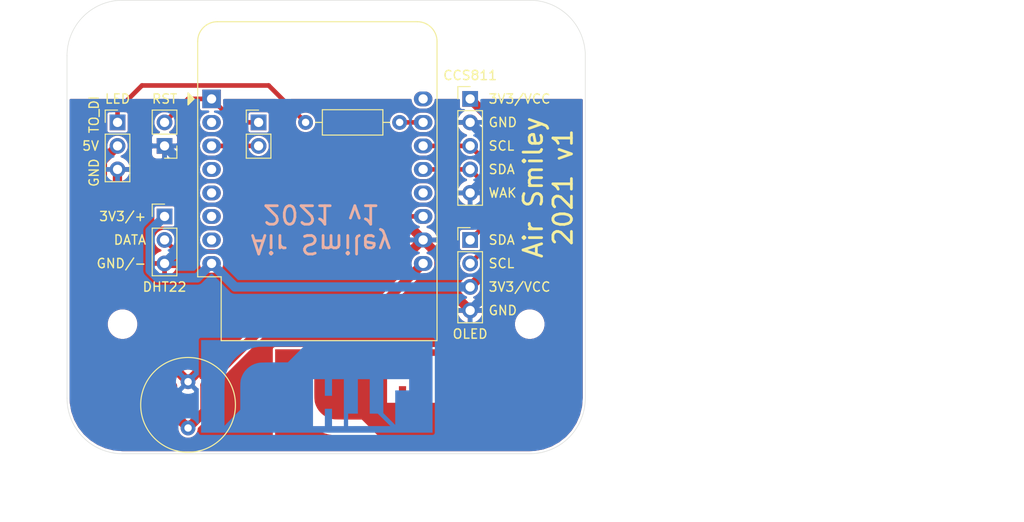
<source format=kicad_pcb>
(kicad_pcb (version 20171130) (host pcbnew 5.1.9)

  (general
    (thickness 1.6)
    (drawings 48)
    (tracks 72)
    (zones 0)
    (modules 15)
    (nets 18)
  )

  (page A4)
  (title_block
    (title "Air Smiley")
    (date 2021-02-13)
    (rev v1)
    (company "HTL Weiz")
    (comment 1 "Christoph B. Wurzinger")
  )

  (layers
    (0 F.Cu signal)
    (31 B.Cu signal)
    (32 B.Adhes user)
    (33 F.Adhes user)
    (34 B.Paste user)
    (35 F.Paste user)
    (36 B.SilkS user)
    (37 F.SilkS user)
    (38 B.Mask user)
    (39 F.Mask user hide)
    (40 Dwgs.User user)
    (41 Cmts.User user)
    (42 Eco1.User user)
    (43 Eco2.User user)
    (44 Edge.Cuts user)
    (45 Margin user)
    (46 B.CrtYd user)
    (47 F.CrtYd user)
    (48 B.Fab user)
    (49 F.Fab user hide)
  )

  (setup
    (last_trace_width 0.25)
    (user_trace_width 0.5)
    (user_trace_width 1)
    (trace_clearance 0.2)
    (zone_clearance 0.25)
    (zone_45_only no)
    (trace_min 0.2)
    (via_size 0.8)
    (via_drill 0.4)
    (via_min_size 0.4)
    (via_min_drill 0.3)
    (uvia_size 0.3)
    (uvia_drill 0.1)
    (uvias_allowed no)
    (uvia_min_size 0.2)
    (uvia_min_drill 0.1)
    (edge_width 0.05)
    (segment_width 0.2)
    (pcb_text_width 0.3)
    (pcb_text_size 1.5 1.5)
    (mod_edge_width 0.12)
    (mod_text_size 1 1)
    (mod_text_width 0.15)
    (pad_size 1.524 1.524)
    (pad_drill 0.762)
    (pad_to_mask_clearance 0)
    (aux_axis_origin 0 0)
    (grid_origin 157.48 109.22)
    (visible_elements FFFFFF7F)
    (pcbplotparams
      (layerselection 0x010fc_ffffffff)
      (usegerberextensions false)
      (usegerberattributes true)
      (usegerberadvancedattributes true)
      (creategerberjobfile true)
      (excludeedgelayer true)
      (linewidth 0.100000)
      (plotframeref false)
      (viasonmask false)
      (mode 1)
      (useauxorigin false)
      (hpglpennumber 1)
      (hpglpenspeed 20)
      (hpglpendiameter 15.000000)
      (psnegative false)
      (psa4output false)
      (plotreference true)
      (plotvalue false)
      (plotinvisibletext false)
      (padsonsilk true)
      (subtractmaskfromsilk false)
      (outputformat 1)
      (mirror false)
      (drillshape 0)
      (scaleselection 1)
      (outputdirectory "plots/"))
  )

  (net 0 "")
  (net 1 GND)
  (net 2 SCL)
  (net 3 SDA)
  (net 4 +3V3)
  (net 5 +5V)
  (net 6 "Net-(J1-Pad2)")
  (net 7 "Net-(J1-Pad1)")
  (net 8 DHT)
  (net 9 TO_DI)
  (net 10 "Net-(R1-Pad2)")
  (net 11 "Net-(U1-Pad16)")
  (net 12 "Net-(U1-Pad12)")
  (net 13 "Net-(U1-Pad7)")
  (net 14 "Net-(U1-Pad6)")
  (net 15 "Net-(U1-Pad5)")
  (net 16 "Net-(U1-Pad4)")
  (net 17 "Net-(U1-Pad2)")

  (net_class Default "This is the default net class."
    (clearance 0.2)
    (trace_width 0.25)
    (via_dia 0.8)
    (via_drill 0.4)
    (uvia_dia 0.3)
    (uvia_drill 0.1)
    (add_net +3V3)
    (add_net +5V)
    (add_net DHT)
    (add_net GND)
    (add_net "Net-(J1-Pad1)")
    (add_net "Net-(J1-Pad2)")
    (add_net "Net-(R1-Pad2)")
    (add_net "Net-(U1-Pad12)")
    (add_net "Net-(U1-Pad16)")
    (add_net "Net-(U1-Pad2)")
    (add_net "Net-(U1-Pad4)")
    (add_net "Net-(U1-Pad5)")
    (add_net "Net-(U1-Pad6)")
    (add_net "Net-(U1-Pad7)")
    (add_net SCL)
    (add_net SDA)
    (add_net TO_DI)
  )

  (module airsmiley:logo (layer B.Cu) (tedit 0) (tstamp 602DE64F)
    (at 145.98 104.72)
    (fp_text reference Ref** (at 0 0) (layer B.SilkS) hide
      (effects (font (size 1.27 1.27) (thickness 0.15)) (justify mirror))
    )
    (fp_text value Val** (at 0 0) (layer B.SilkS) hide
      (effects (font (size 1.27 1.27) (thickness 0.15)) (justify mirror))
    )
    (fp_poly (pts (xy 12.5095 -4.995333) (xy -12.488333 -4.995333) (xy -12.488333 1.15159) (xy -9.968455 1.15159)
      (xy -9.968278 0.847727) (xy -9.967822 0.578358) (xy -9.967004 0.34087) (xy -9.965739 0.132649)
      (xy -9.963946 -0.048918) (xy -9.961538 -0.206444) (xy -9.958435 -0.342542) (xy -9.954551 -0.459826)
      (xy -9.949803 -0.560908) (xy -9.944108 -0.648401) (xy -9.937382 -0.72492) (xy -9.929542 -0.793077)
      (xy -9.920503 -0.855485) (xy -9.910184 -0.914757) (xy -9.898499 -0.973507) (xy -9.885365 -1.034348)
      (xy -9.873678 -1.086645) (xy -9.7647 -1.476014) (xy -9.616626 -1.85215) (xy -9.431367 -2.21234)
      (xy -9.21083 -2.553876) (xy -8.956925 -2.874046) (xy -8.671561 -3.17014) (xy -8.356647 -3.439449)
      (xy -8.075083 -3.640109) (xy -7.780986 -3.811571) (xy -7.458177 -3.962138) (xy -7.116514 -4.088366)
      (xy -6.765858 -4.186808) (xy -6.416066 -4.254016) (xy -6.265333 -4.272769) (xy -6.220147 -4.275264)
      (xy -6.135607 -4.27771) (xy -6.014692 -4.280081) (xy -5.860381 -4.282352) (xy -5.675654 -4.284497)
      (xy -5.46349 -4.286492) (xy -5.226868 -4.288312) (xy -4.968767 -4.289932) (xy -4.692168 -4.291326)
      (xy -4.400047 -4.292469) (xy -4.095387 -4.293337) (xy -3.781164 -4.293905) (xy -3.7465 -4.293947)
      (xy -1.407583 -4.296686) (xy -2.265374 -3.43951) (xy -3.123164 -2.582333) (xy -4.50904 -2.581966)
      (xy -4.753771 -2.581583) (xy -4.99082 -2.580602) (xy -5.215989 -2.579079) (xy -5.425079 -2.577071)
      (xy -5.613889 -2.574633) (xy -5.778221 -2.571823) (xy -5.913874 -2.568695) (xy -6.016649 -2.565306)
      (xy -6.082347 -2.561712) (xy -6.092538 -2.560783) (xy -6.410099 -2.506757) (xy -6.712888 -2.413731)
      (xy -6.998461 -2.282861) (xy -7.264372 -2.115301) (xy -7.508175 -1.912206) (xy -7.547573 -1.873905)
      (xy -7.759821 -1.634851) (xy -7.934846 -1.37617) (xy -8.073964 -1.09575) (xy -8.136257 -0.929686)
      (xy -8.158192 -0.863088) (xy -8.177247 -0.80069) (xy -8.193626 -0.739089) (xy -8.207531 -0.67488)
      (xy -8.219163 -0.604662) (xy -8.228725 -0.52503) (xy -8.236419 -0.432583) (xy -8.242447 -0.323917)
      (xy -8.247012 -0.195628) (xy -8.250316 -0.044315) (xy -8.252561 0.133427) (xy -8.253949 0.341001)
      (xy -8.254683 0.581809) (xy -8.254964 0.859254) (xy -8.255 1.068533) (xy -8.255 2.533688)
      (xy -9.11118 3.399386) (xy -9.96736 4.265083) (xy -9.968305 1.87325) (xy -9.968436 1.49256)
      (xy -9.968455 1.15159) (xy -12.488333 1.15159) (xy -12.488333 4.296833) (xy -0.402167 4.296833)
      (xy -0.402167 -0.783167) (xy 0.889 -0.783167) (xy 0.889 1.016) (xy 1.651 1.016)
      (xy 1.651 -0.783167) (xy 2.942167 -0.783167) (xy 2.942167 2.942167) (xy 3.386667 2.942167)
      (xy 4.445 2.942167) (xy 4.445 -0.783167) (xy 5.736167 -0.783167) (xy 5.736167 2.88951)
      (xy 7.196667 2.88951) (xy 7.196667 -0.783167) (xy 9.990667 -0.783167) (xy 9.990667 0.4445)
      (xy 8.487833 0.4445) (xy 8.487833 4.180157) (xy 7.84225 3.534833) (xy 7.196667 2.88951)
      (xy 5.736167 2.88951) (xy 5.736167 2.942167) (xy 6.59756 2.942167) (xy 7.96925 4.294697)
      (xy 5.677958 4.295765) (xy 3.386667 4.296833) (xy 3.386667 2.942167) (xy 2.942167 2.942167)
      (xy 2.942167 4.296833) (xy 1.651 4.296833) (xy 1.651 2.434167) (xy 0.889 2.434167)
      (xy 0.889 4.296833) (xy -0.402167 4.296833) (xy -12.488333 4.296833) (xy -12.488333 4.995333)
      (xy 12.5095 4.995333) (xy 12.5095 -4.995333)) (layer B.Cu) (width 0.01))
    (fp_poly (pts (xy 12.5095 -4.995333) (xy -12.488333 -4.995333) (xy -12.488333 4.275667) (xy -9.9695 4.275667)
      (xy -9.969375 1.878542) (xy -9.969335 1.497393) (xy -9.969201 1.155968) (xy -9.968888 0.851657)
      (xy -9.968312 0.581851) (xy -9.967389 0.34394) (xy -9.966035 0.135315) (xy -9.964165 -0.046634)
      (xy -9.961696 -0.204517) (xy -9.958542 -0.340942) (xy -9.954621 -0.45852) (xy -9.949847 -0.559861)
      (xy -9.944137 -0.647572) (xy -9.937405 -0.724265) (xy -9.929569 -0.792549) (xy -9.920544 -0.855032)
      (xy -9.910245 -0.914326) (xy -9.898588 -0.973038) (xy -9.885489 -1.03378) (xy -9.873678 -1.086645)
      (xy -9.7647 -1.476014) (xy -9.616626 -1.85215) (xy -9.431367 -2.21234) (xy -9.21083 -2.553876)
      (xy -8.956925 -2.874046) (xy -8.671561 -3.17014) (xy -8.356647 -3.439449) (xy -8.075083 -3.640109)
      (xy -7.780986 -3.811571) (xy -7.458177 -3.962138) (xy -7.116514 -4.088366) (xy -6.765858 -4.186808)
      (xy -6.416066 -4.254016) (xy -6.265333 -4.272769) (xy -6.220175 -4.275262) (xy -6.135658 -4.277707)
      (xy -6.014758 -4.280079) (xy -5.860451 -4.282351) (xy -5.675711 -4.2845) (xy -5.463514 -4.2865)
      (xy -5.226835 -4.288326) (xy -4.96865 -4.289953) (xy -4.691933 -4.291356) (xy -4.399659 -4.29251)
      (xy -4.094805 -4.29339) (xy -3.780345 -4.293971) (xy -3.741208 -4.294021) (xy -1.397 -4.296833)
      (xy -1.397 -1.185333) (xy -0.299697 -1.185333) (xy -0.28799 -1.243542) (xy -0.283098 -1.273961)
      (xy -0.272812 -1.342713) (xy -0.257649 -1.446213) (xy -0.238124 -1.580874) (xy -0.214752 -1.743112)
      (xy -0.18805 -1.929339) (xy -0.158533 -2.135971) (xy -0.126717 -2.359422) (xy -0.093118 -2.596106)
      (xy -0.074083 -2.7305) (xy -0.039725 -2.972929) (xy -0.006865 -3.204095) (xy 0.023978 -3.420413)
      (xy 0.052291 -3.618296) (xy 0.077557 -3.79416) (xy 0.09926 -3.944418) (xy 0.116884 -4.065485)
      (xy 0.129914 -4.153775) (xy 0.137833 -4.205702) (xy 0.139823 -4.217458) (xy 0.15153 -4.275667)
      (xy 0.763682 -4.275667) (xy 0.91972 -4.27514) (xy 1.061057 -4.273653) (xy 1.182429 -4.271342)
      (xy 1.278571 -4.268343) (xy 1.344219 -4.264792) (xy 1.37411 -4.260827) (xy 1.375378 -4.259792)
      (xy 1.378649 -4.2335) (xy 1.388185 -4.171178) (xy 1.403026 -4.078506) (xy 1.422211 -3.961165)
      (xy 1.444779 -3.824837) (xy 1.46977 -3.675203) (xy 1.496223 -3.517943) (xy 1.523176 -3.35874)
      (xy 1.549668 -3.203273) (xy 1.57474 -3.057225) (xy 1.597431 -2.926276) (xy 1.616778 -2.816108)
      (xy 1.631822 -2.732401) (xy 1.641601 -2.680837) (xy 1.644766 -2.667) (xy 1.651561 -2.676484)
      (xy 1.66343 -2.721973) (xy 1.679156 -2.79761) (xy 1.69752 -2.897538) (xy 1.717307 -3.015899)
      (xy 1.717363 -3.01625) (xy 1.736891 -3.133764) (xy 1.760524 -3.268611) (xy 1.787072 -3.414714)
      (xy 1.815346 -3.565995) (xy 1.844158 -3.716376) (xy 1.872318 -3.859777) (xy 1.898636 -3.990122)
      (xy 1.921924 -4.101331) (xy 1.940993 -4.187328) (xy 1.954653 -4.242032) (xy 1.960406 -4.258528)
      (xy 1.983481 -4.262917) (xy 2.043482 -4.26689) (xy 2.135002 -4.270298) (xy 2.252635 -4.272992)
      (xy 2.390973 -4.274822) (xy 2.544611 -4.275638) (xy 2.579889 -4.275667) (xy 3.188781 -4.275667)
      (xy 3.404869 -2.756958) (xy 3.440231 -2.507995) (xy 3.473772 -2.271011) (xy 3.505023 -2.049378)
      (xy 3.533514 -1.846471) (xy 3.558774 -1.665661) (xy 3.580333 -1.510324) (xy 3.597722 -1.383831)
      (xy 3.61047 -1.289557) (xy 3.618107 -1.230874) (xy 3.620228 -1.211387) (xy 3.611208 -1.202395)
      (xy 3.581862 -1.195824) (xy 3.527924 -1.19148) (xy 3.445128 -1.189173) (xy 3.329209 -1.188711)
      (xy 3.175902 -1.189902) (xy 3.148756 -1.19022) (xy 2.678013 -1.195917) (xy 2.629966 -1.49225)
      (xy 2.58201 -1.806648) (xy 2.535686 -2.145619) (xy 2.493236 -2.491407) (xy 2.456901 -2.826254)
      (xy 2.441925 -2.981872) (xy 2.429478 -3.107912) (xy 2.417297 -3.213335) (xy 2.406127 -3.292912)
      (xy 2.396714 -3.341412) (xy 2.389801 -3.353607) (xy 2.389139 -3.352288) (xy 2.383686 -3.322421)
      (xy 2.375082 -3.255534) (xy 2.363873 -3.156777) (xy 2.350608 -3.031301) (xy 2.335834 -2.884257)
      (xy 2.320099 -2.720796) (xy 2.307249 -2.582333) (xy 2.28976 -2.392654) (xy 2.27173 -2.200477)
      (xy 2.253945 -2.013942) (xy 2.23719 -1.841186) (xy 2.222252 -1.690348) (xy 2.209916 -1.569566)
      (xy 2.205078 -1.524) (xy 2.169583 -1.195917) (xy 1.217194 -1.185333) (xy 4.106333 -1.185333)
      (xy 4.106333 -4.275667) (xy 5.863167 -4.275667) (xy 5.863167 -3.683) (xy 5.078976 -3.683)
      (xy 5.08478 -3.328458) (xy 5.090583 -2.973917) (xy 5.476875 -2.968147) (xy 5.863167 -2.962378)
      (xy 5.863167 -2.391833) (xy 5.078838 -2.391833) (xy 5.08471 -2.090208) (xy 5.090583 -1.788583)
      (xy 5.863167 -1.777045) (xy 5.863167 -1.185333) (xy 6.477 -1.185333) (xy 6.477 -4.275667)
      (xy 7.450667 -4.275667) (xy 7.9375 -4.275667) (xy 9.8425 -4.275667) (xy 9.8425 -3.683876)
      (xy 9.41965 -3.678146) (xy 8.996799 -3.672417) (xy 9.419641 -2.741083) (xy 9.842483 -1.80975)
      (xy 9.842491 -1.497542) (xy 9.8425 -1.185333) (xy 8.001 -1.185333) (xy 8.001 -1.778)
      (xy 8.391334 -1.778) (xy 8.515337 -1.77882) (xy 8.62403 -1.7811) (xy 8.710617 -1.784569)
      (xy 8.768306 -1.788957) (xy 8.79025 -1.793875) (xy 8.783827 -1.815839) (xy 8.762179 -1.872986)
      (xy 8.726829 -1.961621) (xy 8.679301 -2.078049) (xy 8.621119 -2.218575) (xy 8.553807 -2.379502)
      (xy 8.478889 -2.557135) (xy 8.397888 -2.747779) (xy 8.369121 -2.815167) (xy 7.939409 -3.820583)
      (xy 7.938455 -4.048125) (xy 7.9375 -4.275667) (xy 7.450667 -4.275667) (xy 7.450667 -1.185333)
      (xy 6.477 -1.185333) (xy 5.863167 -1.185333) (xy 4.106333 -1.185333) (xy 1.217194 -1.185333)
      (xy 1.151145 -1.184599) (xy 1.093381 -1.550091) (xy 1.047406 -1.850275) (xy 1.005908 -2.139879)
      (xy 0.969777 -2.412059) (xy 0.939901 -2.659972) (xy 0.917167 -2.876773) (xy 0.908548 -2.973917)
      (xy 0.895499 -3.121052) (xy 0.883835 -3.226383) (xy 0.873459 -3.290412) (xy 0.864275 -3.313643)
      (xy 0.856189 -3.296579) (xy 0.85218 -3.27025) (xy 0.847653 -3.228252) (xy 0.839852 -3.151251)
      (xy 0.829259 -3.044289) (xy 0.816353 -2.912406) (xy 0.801617 -2.760643) (xy 0.785532 -2.59404)
      (xy 0.768579 -2.417639) (xy 0.751239 -2.236481) (xy 0.733993 -2.055605) (xy 0.717324 -1.880055)
      (xy 0.701712 -1.714869) (xy 0.687638 -1.565089) (xy 0.675584 -1.435755) (xy 0.66603 -1.33191)
      (xy 0.659459 -1.258593) (xy 0.656351 -1.220845) (xy 0.656167 -1.217196) (xy 0.651275 -1.206784)
      (xy 0.633341 -1.198869) (xy 0.597478 -1.193124) (xy 0.538799 -1.189224) (xy 0.452417 -1.186843)
      (xy 0.333445 -1.185654) (xy 0.178235 -1.185333) (xy -0.299697 -1.185333) (xy -1.397 -1.185333)
      (xy -1.397 3.100723) (xy -2.264833 2.233083) (xy -3.132667 1.365444) (xy -3.132667 -2.582333)
      (xy -4.513792 -2.581966) (xy -4.758121 -2.581582) (xy -4.99478 -2.580598) (xy -5.219561 -2.57907)
      (xy -5.428254 -2.577055) (xy -5.61665 -2.57461) (xy -5.78054 -2.571791) (xy -5.915713 -2.568654)
      (xy -6.017962 -2.565256) (xy -6.083077 -2.561654) (xy -6.092538 -2.560783) (xy -6.410099 -2.506757)
      (xy -6.712888 -2.413731) (xy -6.998461 -2.282861) (xy -7.264372 -2.115301) (xy -7.508175 -1.912206)
      (xy -7.547573 -1.873905) (xy -7.759821 -1.634851) (xy -7.934846 -1.37617) (xy -8.073964 -1.09575)
      (xy -8.136257 -0.929686) (xy -8.158103 -0.863381) (xy -8.177093 -0.801268) (xy -8.193428 -0.739964)
      (xy -8.207307 -0.676086) (xy -8.218931 -0.60625) (xy -8.228497 -0.527075) (xy -8.236207 -0.435178)
      (xy -8.24226 -0.327175) (xy -8.246855 -0.199685) (xy -8.250192 -0.049323) (xy -8.252471 0.127292)
      (xy -8.253891 0.333543) (xy -8.254653 0.572813) (xy -8.254955 0.848485) (xy -8.255 1.082273)
      (xy -8.255 2.561167) (xy -5.557575 2.561167) (xy -5.683653 2.428875) (xy -5.728384 2.38254)
      (xy -5.798505 2.310669) (xy -5.889583 2.217771) (xy -5.997185 2.108355) (xy -6.116878 1.98693)
      (xy -6.244229 1.858004) (xy -6.34964 1.751489) (xy -6.889551 1.206394) (xy -6.291675 0.608519)
      (xy -5.6938 0.010643) (xy -1.428776 4.275667) (xy -9.9695 4.275667) (xy -12.488333 4.275667)
      (xy -12.488333 4.296833) (xy -0.402167 4.296833) (xy -0.402167 -0.783167) (xy 0.889 -0.783167)
      (xy 0.889 1.016) (xy 1.651 1.016) (xy 1.651 -0.783167) (xy 2.942167 -0.783167)
      (xy 2.942167 2.942167) (xy 3.386667 2.942167) (xy 4.445 2.942167) (xy 4.445 -0.783167)
      (xy 5.736167 -0.783167) (xy 5.736167 2.88951) (xy 7.196667 2.88951) (xy 7.196667 -0.783167)
      (xy 9.990667 -0.783167) (xy 9.990667 0.4445) (xy 8.487833 0.4445) (xy 8.487833 4.180157)
      (xy 7.84225 3.534833) (xy 7.196667 2.88951) (xy 5.736167 2.88951) (xy 5.736167 2.942167)
      (xy 6.59756 2.942167) (xy 7.96925 4.294697) (xy 5.677958 4.295765) (xy 3.386667 4.296833)
      (xy 3.386667 2.942167) (xy 2.942167 2.942167) (xy 2.942167 4.296833) (xy 1.651 4.296833)
      (xy 1.651 2.434167) (xy 0.889 2.434167) (xy 0.889 4.296833) (xy -0.402167 4.296833)
      (xy -12.488333 4.296833) (xy -12.488333 4.995333) (xy 12.5095 4.995333) (xy 12.5095 -4.995333)) (layer B.Mask) (width 0.01))
  )

  (module airsmiley:logo (layer F.Cu) (tedit 0) (tstamp 602DDFAD)
    (at 153.98 105.72)
    (fp_text reference Ref** (at 0 0) (layer F.SilkS) hide
      (effects (font (size 1.27 1.27) (thickness 0.15)))
    )
    (fp_text value Val** (at 0 0) (layer F.SilkS) hide
      (effects (font (size 1.27 1.27) (thickness 0.15)))
    )
    (fp_poly (pts (xy 12.5095 4.995333) (xy -12.488333 4.995333) (xy -12.488333 -1.15159) (xy -9.968455 -1.15159)
      (xy -9.968278 -0.847727) (xy -9.967822 -0.578358) (xy -9.967004 -0.34087) (xy -9.965739 -0.132649)
      (xy -9.963946 0.048918) (xy -9.961538 0.206444) (xy -9.958435 0.342542) (xy -9.954551 0.459826)
      (xy -9.949803 0.560908) (xy -9.944108 0.648401) (xy -9.937382 0.72492) (xy -9.929542 0.793077)
      (xy -9.920503 0.855485) (xy -9.910184 0.914757) (xy -9.898499 0.973507) (xy -9.885365 1.034348)
      (xy -9.873678 1.086645) (xy -9.7647 1.476014) (xy -9.616626 1.85215) (xy -9.431367 2.21234)
      (xy -9.21083 2.553876) (xy -8.956925 2.874046) (xy -8.671561 3.17014) (xy -8.356647 3.439449)
      (xy -8.075083 3.640109) (xy -7.780986 3.811571) (xy -7.458177 3.962138) (xy -7.116514 4.088366)
      (xy -6.765858 4.186808) (xy -6.416066 4.254016) (xy -6.265333 4.272769) (xy -6.220147 4.275264)
      (xy -6.135607 4.27771) (xy -6.014692 4.280081) (xy -5.860381 4.282352) (xy -5.675654 4.284497)
      (xy -5.46349 4.286492) (xy -5.226868 4.288312) (xy -4.968767 4.289932) (xy -4.692168 4.291326)
      (xy -4.400047 4.292469) (xy -4.095387 4.293337) (xy -3.781164 4.293905) (xy -3.7465 4.293947)
      (xy -1.407583 4.296686) (xy -2.265374 3.43951) (xy -3.123164 2.582333) (xy -4.50904 2.581966)
      (xy -4.753771 2.581583) (xy -4.99082 2.580602) (xy -5.215989 2.579079) (xy -5.425079 2.577071)
      (xy -5.613889 2.574633) (xy -5.778221 2.571823) (xy -5.913874 2.568695) (xy -6.016649 2.565306)
      (xy -6.082347 2.561712) (xy -6.092538 2.560783) (xy -6.410099 2.506757) (xy -6.712888 2.413731)
      (xy -6.998461 2.282861) (xy -7.264372 2.115301) (xy -7.508175 1.912206) (xy -7.547573 1.873905)
      (xy -7.759821 1.634851) (xy -7.934846 1.37617) (xy -8.073964 1.09575) (xy -8.136257 0.929686)
      (xy -8.158192 0.863088) (xy -8.177247 0.80069) (xy -8.193626 0.739089) (xy -8.207531 0.67488)
      (xy -8.219163 0.604662) (xy -8.228725 0.52503) (xy -8.236419 0.432583) (xy -8.242447 0.323917)
      (xy -8.247012 0.195628) (xy -8.250316 0.044315) (xy -8.252561 -0.133427) (xy -8.253949 -0.341001)
      (xy -8.254683 -0.581809) (xy -8.254964 -0.859254) (xy -8.255 -1.068533) (xy -8.255 -2.533688)
      (xy -9.11118 -3.399386) (xy -9.96736 -4.265083) (xy -9.968305 -1.87325) (xy -9.968436 -1.49256)
      (xy -9.968455 -1.15159) (xy -12.488333 -1.15159) (xy -12.488333 -4.296833) (xy -0.402167 -4.296833)
      (xy -0.402167 0.783167) (xy 0.889 0.783167) (xy 0.889 -1.016) (xy 1.651 -1.016)
      (xy 1.651 0.783167) (xy 2.942167 0.783167) (xy 2.942167 -2.942167) (xy 3.386667 -2.942167)
      (xy 4.445 -2.942167) (xy 4.445 0.783167) (xy 5.736167 0.783167) (xy 5.736167 -2.88951)
      (xy 7.196667 -2.88951) (xy 7.196667 0.783167) (xy 9.990667 0.783167) (xy 9.990667 -0.4445)
      (xy 8.487833 -0.4445) (xy 8.487833 -4.180157) (xy 7.84225 -3.534833) (xy 7.196667 -2.88951)
      (xy 5.736167 -2.88951) (xy 5.736167 -2.942167) (xy 6.59756 -2.942167) (xy 7.96925 -4.294697)
      (xy 5.677958 -4.295765) (xy 3.386667 -4.296833) (xy 3.386667 -2.942167) (xy 2.942167 -2.942167)
      (xy 2.942167 -4.296833) (xy 1.651 -4.296833) (xy 1.651 -2.434167) (xy 0.889 -2.434167)
      (xy 0.889 -4.296833) (xy -0.402167 -4.296833) (xy -12.488333 -4.296833) (xy -12.488333 -4.995333)
      (xy 12.5095 -4.995333) (xy 12.5095 4.995333)) (layer F.Cu) (width 0.01))
    (fp_poly (pts (xy 12.5095 4.995333) (xy -12.488333 4.995333) (xy -12.488333 -4.275667) (xy -9.9695 -4.275667)
      (xy -9.969375 -1.878542) (xy -9.969335 -1.497393) (xy -9.969201 -1.155968) (xy -9.968888 -0.851657)
      (xy -9.968312 -0.581851) (xy -9.967389 -0.34394) (xy -9.966035 -0.135315) (xy -9.964165 0.046634)
      (xy -9.961696 0.204517) (xy -9.958542 0.340942) (xy -9.954621 0.45852) (xy -9.949847 0.559861)
      (xy -9.944137 0.647572) (xy -9.937405 0.724265) (xy -9.929569 0.792549) (xy -9.920544 0.855032)
      (xy -9.910245 0.914326) (xy -9.898588 0.973038) (xy -9.885489 1.03378) (xy -9.873678 1.086645)
      (xy -9.7647 1.476014) (xy -9.616626 1.85215) (xy -9.431367 2.21234) (xy -9.21083 2.553876)
      (xy -8.956925 2.874046) (xy -8.671561 3.17014) (xy -8.356647 3.439449) (xy -8.075083 3.640109)
      (xy -7.780986 3.811571) (xy -7.458177 3.962138) (xy -7.116514 4.088366) (xy -6.765858 4.186808)
      (xy -6.416066 4.254016) (xy -6.265333 4.272769) (xy -6.220175 4.275262) (xy -6.135658 4.277707)
      (xy -6.014758 4.280079) (xy -5.860451 4.282351) (xy -5.675711 4.2845) (xy -5.463514 4.2865)
      (xy -5.226835 4.288326) (xy -4.96865 4.289953) (xy -4.691933 4.291356) (xy -4.399659 4.29251)
      (xy -4.094805 4.29339) (xy -3.780345 4.293971) (xy -3.741208 4.294021) (xy -1.397 4.296833)
      (xy -1.397 1.185333) (xy -0.299697 1.185333) (xy -0.28799 1.243542) (xy -0.283098 1.273961)
      (xy -0.272812 1.342713) (xy -0.257649 1.446213) (xy -0.238124 1.580874) (xy -0.214752 1.743112)
      (xy -0.18805 1.929339) (xy -0.158533 2.135971) (xy -0.126717 2.359422) (xy -0.093118 2.596106)
      (xy -0.074083 2.7305) (xy -0.039725 2.972929) (xy -0.006865 3.204095) (xy 0.023978 3.420413)
      (xy 0.052291 3.618296) (xy 0.077557 3.79416) (xy 0.09926 3.944418) (xy 0.116884 4.065485)
      (xy 0.129914 4.153775) (xy 0.137833 4.205702) (xy 0.139823 4.217458) (xy 0.15153 4.275667)
      (xy 0.763682 4.275667) (xy 0.91972 4.27514) (xy 1.061057 4.273653) (xy 1.182429 4.271342)
      (xy 1.278571 4.268343) (xy 1.344219 4.264792) (xy 1.37411 4.260827) (xy 1.375378 4.259792)
      (xy 1.378649 4.2335) (xy 1.388185 4.171178) (xy 1.403026 4.078506) (xy 1.422211 3.961165)
      (xy 1.444779 3.824837) (xy 1.46977 3.675203) (xy 1.496223 3.517943) (xy 1.523176 3.35874)
      (xy 1.549668 3.203273) (xy 1.57474 3.057225) (xy 1.597431 2.926276) (xy 1.616778 2.816108)
      (xy 1.631822 2.732401) (xy 1.641601 2.680837) (xy 1.644766 2.667) (xy 1.651561 2.676484)
      (xy 1.66343 2.721973) (xy 1.679156 2.79761) (xy 1.69752 2.897538) (xy 1.717307 3.015899)
      (xy 1.717363 3.01625) (xy 1.736891 3.133764) (xy 1.760524 3.268611) (xy 1.787072 3.414714)
      (xy 1.815346 3.565995) (xy 1.844158 3.716376) (xy 1.872318 3.859777) (xy 1.898636 3.990122)
      (xy 1.921924 4.101331) (xy 1.940993 4.187328) (xy 1.954653 4.242032) (xy 1.960406 4.258528)
      (xy 1.983481 4.262917) (xy 2.043482 4.26689) (xy 2.135002 4.270298) (xy 2.252635 4.272992)
      (xy 2.390973 4.274822) (xy 2.544611 4.275638) (xy 2.579889 4.275667) (xy 3.188781 4.275667)
      (xy 3.404869 2.756958) (xy 3.440231 2.507995) (xy 3.473772 2.271011) (xy 3.505023 2.049378)
      (xy 3.533514 1.846471) (xy 3.558774 1.665661) (xy 3.580333 1.510324) (xy 3.597722 1.383831)
      (xy 3.61047 1.289557) (xy 3.618107 1.230874) (xy 3.620228 1.211387) (xy 3.611208 1.202395)
      (xy 3.581862 1.195824) (xy 3.527924 1.19148) (xy 3.445128 1.189173) (xy 3.329209 1.188711)
      (xy 3.175902 1.189902) (xy 3.148756 1.19022) (xy 2.678013 1.195917) (xy 2.629966 1.49225)
      (xy 2.58201 1.806648) (xy 2.535686 2.145619) (xy 2.493236 2.491407) (xy 2.456901 2.826254)
      (xy 2.441925 2.981872) (xy 2.429478 3.107912) (xy 2.417297 3.213335) (xy 2.406127 3.292912)
      (xy 2.396714 3.341412) (xy 2.389801 3.353607) (xy 2.389139 3.352288) (xy 2.383686 3.322421)
      (xy 2.375082 3.255534) (xy 2.363873 3.156777) (xy 2.350608 3.031301) (xy 2.335834 2.884257)
      (xy 2.320099 2.720796) (xy 2.307249 2.582333) (xy 2.28976 2.392654) (xy 2.27173 2.200477)
      (xy 2.253945 2.013942) (xy 2.23719 1.841186) (xy 2.222252 1.690348) (xy 2.209916 1.569566)
      (xy 2.205078 1.524) (xy 2.169583 1.195917) (xy 1.217194 1.185333) (xy 4.106333 1.185333)
      (xy 4.106333 4.275667) (xy 5.863167 4.275667) (xy 5.863167 3.683) (xy 5.078976 3.683)
      (xy 5.08478 3.328458) (xy 5.090583 2.973917) (xy 5.476875 2.968147) (xy 5.863167 2.962378)
      (xy 5.863167 2.391833) (xy 5.078838 2.391833) (xy 5.08471 2.090208) (xy 5.090583 1.788583)
      (xy 5.863167 1.777045) (xy 5.863167 1.185333) (xy 6.477 1.185333) (xy 6.477 4.275667)
      (xy 7.450667 4.275667) (xy 7.9375 4.275667) (xy 9.8425 4.275667) (xy 9.8425 3.683876)
      (xy 9.41965 3.678146) (xy 8.996799 3.672417) (xy 9.419641 2.741083) (xy 9.842483 1.80975)
      (xy 9.842491 1.497542) (xy 9.8425 1.185333) (xy 8.001 1.185333) (xy 8.001 1.778)
      (xy 8.391334 1.778) (xy 8.515337 1.77882) (xy 8.62403 1.7811) (xy 8.710617 1.784569)
      (xy 8.768306 1.788957) (xy 8.79025 1.793875) (xy 8.783827 1.815839) (xy 8.762179 1.872986)
      (xy 8.726829 1.961621) (xy 8.679301 2.078049) (xy 8.621119 2.218575) (xy 8.553807 2.379502)
      (xy 8.478889 2.557135) (xy 8.397888 2.747779) (xy 8.369121 2.815167) (xy 7.939409 3.820583)
      (xy 7.938455 4.048125) (xy 7.9375 4.275667) (xy 7.450667 4.275667) (xy 7.450667 1.185333)
      (xy 6.477 1.185333) (xy 5.863167 1.185333) (xy 4.106333 1.185333) (xy 1.217194 1.185333)
      (xy 1.151145 1.184599) (xy 1.093381 1.550091) (xy 1.047406 1.850275) (xy 1.005908 2.139879)
      (xy 0.969777 2.412059) (xy 0.939901 2.659972) (xy 0.917167 2.876773) (xy 0.908548 2.973917)
      (xy 0.895499 3.121052) (xy 0.883835 3.226383) (xy 0.873459 3.290412) (xy 0.864275 3.313643)
      (xy 0.856189 3.296579) (xy 0.85218 3.27025) (xy 0.847653 3.228252) (xy 0.839852 3.151251)
      (xy 0.829259 3.044289) (xy 0.816353 2.912406) (xy 0.801617 2.760643) (xy 0.785532 2.59404)
      (xy 0.768579 2.417639) (xy 0.751239 2.236481) (xy 0.733993 2.055605) (xy 0.717324 1.880055)
      (xy 0.701712 1.714869) (xy 0.687638 1.565089) (xy 0.675584 1.435755) (xy 0.66603 1.33191)
      (xy 0.659459 1.258593) (xy 0.656351 1.220845) (xy 0.656167 1.217196) (xy 0.651275 1.206784)
      (xy 0.633341 1.198869) (xy 0.597478 1.193124) (xy 0.538799 1.189224) (xy 0.452417 1.186843)
      (xy 0.333445 1.185654) (xy 0.178235 1.185333) (xy -0.299697 1.185333) (xy -1.397 1.185333)
      (xy -1.397 -3.100723) (xy -2.264833 -2.233083) (xy -3.132667 -1.365444) (xy -3.132667 2.582333)
      (xy -4.513792 2.581966) (xy -4.758121 2.581582) (xy -4.99478 2.580598) (xy -5.219561 2.57907)
      (xy -5.428254 2.577055) (xy -5.61665 2.57461) (xy -5.78054 2.571791) (xy -5.915713 2.568654)
      (xy -6.017962 2.565256) (xy -6.083077 2.561654) (xy -6.092538 2.560783) (xy -6.410099 2.506757)
      (xy -6.712888 2.413731) (xy -6.998461 2.282861) (xy -7.264372 2.115301) (xy -7.508175 1.912206)
      (xy -7.547573 1.873905) (xy -7.759821 1.634851) (xy -7.934846 1.37617) (xy -8.073964 1.09575)
      (xy -8.136257 0.929686) (xy -8.158103 0.863381) (xy -8.177093 0.801268) (xy -8.193428 0.739964)
      (xy -8.207307 0.676086) (xy -8.218931 0.60625) (xy -8.228497 0.527075) (xy -8.236207 0.435178)
      (xy -8.24226 0.327175) (xy -8.246855 0.199685) (xy -8.250192 0.049323) (xy -8.252471 -0.127292)
      (xy -8.253891 -0.333543) (xy -8.254653 -0.572813) (xy -8.254955 -0.848485) (xy -8.255 -1.082273)
      (xy -8.255 -2.561167) (xy -5.557575 -2.561167) (xy -5.683653 -2.428875) (xy -5.728384 -2.38254)
      (xy -5.798505 -2.310669) (xy -5.889583 -2.217771) (xy -5.997185 -2.108355) (xy -6.116878 -1.98693)
      (xy -6.244229 -1.858004) (xy -6.34964 -1.751489) (xy -6.889551 -1.206394) (xy -6.291675 -0.608519)
      (xy -5.6938 -0.010643) (xy -1.428776 -4.275667) (xy -9.9695 -4.275667) (xy -12.488333 -4.275667)
      (xy -12.488333 -4.296833) (xy -0.402167 -4.296833) (xy -0.402167 0.783167) (xy 0.889 0.783167)
      (xy 0.889 -1.016) (xy 1.651 -1.016) (xy 1.651 0.783167) (xy 2.942167 0.783167)
      (xy 2.942167 -2.942167) (xy 3.386667 -2.942167) (xy 4.445 -2.942167) (xy 4.445 0.783167)
      (xy 5.736167 0.783167) (xy 5.736167 -2.88951) (xy 7.196667 -2.88951) (xy 7.196667 0.783167)
      (xy 9.990667 0.783167) (xy 9.990667 -0.4445) (xy 8.487833 -0.4445) (xy 8.487833 -4.180157)
      (xy 7.84225 -3.534833) (xy 7.196667 -2.88951) (xy 5.736167 -2.88951) (xy 5.736167 -2.942167)
      (xy 6.59756 -2.942167) (xy 7.96925 -4.294697) (xy 5.677958 -4.295765) (xy 3.386667 -4.296833)
      (xy 3.386667 -2.942167) (xy 2.942167 -2.942167) (xy 2.942167 -4.296833) (xy 1.651 -4.296833)
      (xy 1.651 -2.434167) (xy 0.889 -2.434167) (xy 0.889 -4.296833) (xy -0.402167 -4.296833)
      (xy -12.488333 -4.296833) (xy -12.488333 -4.995333) (xy 12.5095 -4.995333) (xy 12.5095 4.995333)) (layer F.Mask) (width 0.01))
  )

  (module Connector_PinHeader_2.54mm:PinHeader_1x02_P2.54mm_Vertical (layer F.Cu) (tedit 59FED5CC) (tstamp 6027ABCB)
    (at 129.54 78.74 180)
    (descr "Through hole straight pin header, 1x02, 2.54mm pitch, single row")
    (tags "Through hole pin header THT 1x02 2.54mm single row")
    (path /6027AC57)
    (fp_text reference J_RST_1 (at 0 -2.33) (layer F.SilkS) hide
      (effects (font (size 1 1) (thickness 0.15)))
    )
    (fp_text value Conn_01x02 (at 0 4.87) (layer F.Fab)
      (effects (font (size 1 1) (thickness 0.15)))
    )
    (fp_line (start -0.635 -1.27) (end 1.27 -1.27) (layer F.Fab) (width 0.1))
    (fp_line (start 1.27 -1.27) (end 1.27 3.81) (layer F.Fab) (width 0.1))
    (fp_line (start 1.27 3.81) (end -1.27 3.81) (layer F.Fab) (width 0.1))
    (fp_line (start -1.27 3.81) (end -1.27 -0.635) (layer F.Fab) (width 0.1))
    (fp_line (start -1.27 -0.635) (end -0.635 -1.27) (layer F.Fab) (width 0.1))
    (fp_line (start -1.33 3.87) (end 1.33 3.87) (layer F.SilkS) (width 0.12))
    (fp_line (start -1.33 1.27) (end -1.33 3.87) (layer F.SilkS) (width 0.12))
    (fp_line (start 1.33 1.27) (end 1.33 3.87) (layer F.SilkS) (width 0.12))
    (fp_line (start -1.33 1.27) (end 1.33 1.27) (layer F.SilkS) (width 0.12))
    (fp_line (start -1.33 0) (end -1.33 -1.33) (layer F.SilkS) (width 0.12))
    (fp_line (start -1.33 -1.33) (end 0 -1.33) (layer F.SilkS) (width 0.12))
    (fp_line (start -1.8 -1.8) (end -1.8 4.35) (layer F.CrtYd) (width 0.05))
    (fp_line (start -1.8 4.35) (end 1.8 4.35) (layer F.CrtYd) (width 0.05))
    (fp_line (start 1.8 4.35) (end 1.8 -1.8) (layer F.CrtYd) (width 0.05))
    (fp_line (start 1.8 -1.8) (end -1.8 -1.8) (layer F.CrtYd) (width 0.05))
    (fp_text user %R (at 0 1.27 90) (layer F.Fab)
      (effects (font (size 1 1) (thickness 0.15)))
    )
    (pad 2 thru_hole oval (at 0 2.54 180) (size 1.7 1.7) (drill 1) (layers *.Cu *.Mask)
      (net 7 "Net-(J1-Pad1)"))
    (pad 1 thru_hole rect (at 0 0 180) (size 1.7 1.7) (drill 1) (layers *.Cu *.Mask)
      (net 1 GND))
    (model ${KISYS3DMOD}/Connector_PinHeader_2.54mm.3dshapes/PinHeader_1x02_P2.54mm_Vertical.wrl
      (at (xyz 0 0 0))
      (scale (xyz 1 1 1))
      (rotate (xyz 0 0 0))
    )
  )

  (module Resistor_THT:R_Axial_DIN0207_L6.3mm_D2.5mm_P10.16mm_Horizontal (layer F.Cu) (tedit 5AE5139B) (tstamp 5FBFB8EF)
    (at 144.78 76.2)
    (descr "Resistor, Axial_DIN0207 series, Axial, Horizontal, pin pitch=10.16mm, 0.25W = 1/4W, length*diameter=6.3*2.5mm^2, http://cdn-reichelt.de/documents/datenblatt/B400/1_4W%23YAG.pdf")
    (tags "Resistor Axial_DIN0207 series Axial Horizontal pin pitch 10.16mm 0.25W = 1/4W length 6.3mm diameter 2.5mm")
    (path /5FBF07C9)
    (fp_text reference R1 (at 5.08 -2.37) (layer F.SilkS) hide
      (effects (font (size 1 1) (thickness 0.15)))
    )
    (fp_text value 470 (at 5.08 2.37) (layer F.Fab)
      (effects (font (size 1 1) (thickness 0.15)))
    )
    (fp_line (start 11.21 -1.5) (end -1.05 -1.5) (layer F.CrtYd) (width 0.05))
    (fp_line (start 11.21 1.5) (end 11.21 -1.5) (layer F.CrtYd) (width 0.05))
    (fp_line (start -1.05 1.5) (end 11.21 1.5) (layer F.CrtYd) (width 0.05))
    (fp_line (start -1.05 -1.5) (end -1.05 1.5) (layer F.CrtYd) (width 0.05))
    (fp_line (start 9.12 0) (end 8.35 0) (layer F.SilkS) (width 0.12))
    (fp_line (start 1.04 0) (end 1.81 0) (layer F.SilkS) (width 0.12))
    (fp_line (start 8.35 -1.37) (end 1.81 -1.37) (layer F.SilkS) (width 0.12))
    (fp_line (start 8.35 1.37) (end 8.35 -1.37) (layer F.SilkS) (width 0.12))
    (fp_line (start 1.81 1.37) (end 8.35 1.37) (layer F.SilkS) (width 0.12))
    (fp_line (start 1.81 -1.37) (end 1.81 1.37) (layer F.SilkS) (width 0.12))
    (fp_line (start 10.16 0) (end 8.23 0) (layer F.Fab) (width 0.1))
    (fp_line (start 0 0) (end 1.93 0) (layer F.Fab) (width 0.1))
    (fp_line (start 8.23 -1.25) (end 1.93 -1.25) (layer F.Fab) (width 0.1))
    (fp_line (start 8.23 1.25) (end 8.23 -1.25) (layer F.Fab) (width 0.1))
    (fp_line (start 1.93 1.25) (end 8.23 1.25) (layer F.Fab) (width 0.1))
    (fp_line (start 1.93 -1.25) (end 1.93 1.25) (layer F.Fab) (width 0.1))
    (fp_text user %R (at 5.08 0) (layer F.Fab)
      (effects (font (size 1 1) (thickness 0.15)))
    )
    (pad 2 thru_hole oval (at 10.16 0) (size 1.6 1.6) (drill 0.8) (layers *.Cu *.Mask)
      (net 10 "Net-(R1-Pad2)"))
    (pad 1 thru_hole circle (at 0 0) (size 1.6 1.6) (drill 0.8) (layers *.Cu *.Mask)
      (net 9 TO_DI))
    (model ${KISYS3DMOD}/Resistor_THT.3dshapes/R_Axial_DIN0207_L6.3mm_D2.5mm_P10.16mm_Horizontal.wrl
      (at (xyz 0 0 0))
      (scale (xyz 1 1 1))
      (rotate (xyz 0 0 0))
    )
  )

  (module Capacitor_THT:C_Radial_D10.0mm_H12.5mm_P5.00mm (layer F.Cu) (tedit 5BC5C9BA) (tstamp 5FBFB7C0)
    (at 132.08 109.22 90)
    (descr "C, Radial series, Radial, pin pitch=5.00mm, diameter=10mm, height=12.5mm, Non-Polar Electrolytic Capacitor")
    (tags "C Radial series Radial pin pitch 5.00mm diameter 10mm height 12.5mm Non-Polar Electrolytic Capacitor")
    (path /5FBF4B67)
    (fp_text reference C1 (at 2.5 -6.25 90) (layer F.SilkS) hide
      (effects (font (size 1 1) (thickness 0.15)))
    )
    (fp_text value 1000u (at 2.5 6.25 90) (layer F.Fab)
      (effects (font (size 1 1) (thickness 0.15)))
    )
    (fp_circle (center 2.5 0) (end 7.75 0) (layer F.CrtYd) (width 0.05))
    (fp_circle (center 2.5 0) (end 7.62 0) (layer F.SilkS) (width 0.12))
    (fp_circle (center 2.5 0) (end 7.5 0) (layer F.Fab) (width 0.1))
    (fp_text user %R (at 2.5 0 90) (layer F.Fab)
      (effects (font (size 1 1) (thickness 0.15)))
    )
    (pad 2 thru_hole circle (at 5 0 90) (size 1.6 1.6) (drill 0.8) (layers *.Cu *.Mask)
      (net 1 GND))
    (pad 1 thru_hole circle (at 0 0 90) (size 1.6 1.6) (drill 0.8) (layers *.Cu *.Mask)
      (net 5 +5V))
    (model ${KISYS3DMOD}/Capacitor_THT.3dshapes/C_Radial_D10.0mm_H12.5mm_P5.00mm.wrl
      (at (xyz 0 0 0))
      (scale (xyz 1 1 1))
      (rotate (xyz 0 0 0))
    )
  )

  (module MountingHole:MountingHole_2.7mm_M2.5 (layer F.Cu) (tedit 56D1B4CB) (tstamp 5F928767)
    (at 169 69)
    (descr "Mounting Hole 2.7mm, no annular, M2.5")
    (tags "mounting hole 2.7mm no annular m2.5")
    (path /5F98FA6A)
    (attr virtual)
    (fp_text reference H4 (at 0 -3.7) (layer F.SilkS) hide
      (effects (font (size 1 1) (thickness 0.15)))
    )
    (fp_text value MountingHole (at 0 3.7) (layer F.Fab)
      (effects (font (size 1 1) (thickness 0.15)))
    )
    (fp_circle (center 0 0) (end 2.95 0) (layer F.CrtYd) (width 0.05))
    (fp_circle (center 0 0) (end 2.7 0) (layer Cmts.User) (width 0.15))
    (fp_text user %R (at 0.3 0) (layer F.Fab)
      (effects (font (size 1 1) (thickness 0.15)))
    )
    (pad 1 np_thru_hole circle (at 0 0) (size 2.7 2.7) (drill 2.7) (layers *.Cu *.Mask))
  )

  (module MountingHole:MountingHole_2.7mm_M2.5 (layer F.Cu) (tedit 56D1B4CB) (tstamp 5F92875F)
    (at 125 69)
    (descr "Mounting Hole 2.7mm, no annular, M2.5")
    (tags "mounting hole 2.7mm no annular m2.5")
    (path /5F98F70A)
    (attr virtual)
    (fp_text reference H3 (at 0 -3.7) (layer F.SilkS) hide
      (effects (font (size 1 1) (thickness 0.15)))
    )
    (fp_text value MountingHole (at 0 3.7) (layer F.Fab)
      (effects (font (size 1 1) (thickness 0.15)))
    )
    (fp_circle (center 0 0) (end 2.95 0) (layer F.CrtYd) (width 0.05))
    (fp_circle (center 0 0) (end 2.7 0) (layer Cmts.User) (width 0.15))
    (fp_text user %R (at 0.3 0) (layer F.Fab)
      (effects (font (size 1 1) (thickness 0.15)))
    )
    (pad 1 np_thru_hole circle (at 0 0) (size 2.7 2.7) (drill 2.7) (layers *.Cu *.Mask))
  )

  (module MountingHole:MountingHole_2.7mm_M2.5 (layer F.Cu) (tedit 56D1B4CB) (tstamp 5F928757)
    (at 169 98)
    (descr "Mounting Hole 2.7mm, no annular, M2.5")
    (tags "mounting hole 2.7mm no annular m2.5")
    (path /5F98F425)
    (attr virtual)
    (fp_text reference H2 (at 0 -3.7) (layer F.SilkS) hide
      (effects (font (size 1 1) (thickness 0.15)))
    )
    (fp_text value MountingHole (at 0 3.7) (layer F.Fab)
      (effects (font (size 1 1) (thickness 0.15)))
    )
    (fp_circle (center 0 0) (end 2.95 0) (layer F.CrtYd) (width 0.05))
    (fp_circle (center 0 0) (end 2.7 0) (layer Cmts.User) (width 0.15))
    (fp_text user %R (at 0.3 0) (layer F.Fab)
      (effects (font (size 1 1) (thickness 0.15)))
    )
    (pad 1 np_thru_hole circle (at 0 0) (size 2.7 2.7) (drill 2.7) (layers *.Cu *.Mask))
  )

  (module MountingHole:MountingHole_2.7mm_M2.5 (layer F.Cu) (tedit 56D1B4CB) (tstamp 5F92874F)
    (at 125 98)
    (descr "Mounting Hole 2.7mm, no annular, M2.5")
    (tags "mounting hole 2.7mm no annular m2.5")
    (path /5F98DBB4)
    (attr virtual)
    (fp_text reference H1 (at 0 -3.7) (layer F.SilkS) hide
      (effects (font (size 1 1) (thickness 0.15)))
    )
    (fp_text value MountingHole (at 0 3.7) (layer F.Fab)
      (effects (font (size 1 1) (thickness 0.15)))
    )
    (fp_circle (center 0 0) (end 2.95 0) (layer F.CrtYd) (width 0.05))
    (fp_circle (center 0 0) (end 2.7 0) (layer Cmts.User) (width 0.15))
    (fp_text user %R (at 0.3 0) (layer F.Fab)
      (effects (font (size 1 1) (thickness 0.15)))
    )
    (pad 1 np_thru_hole circle (at 0 0) (size 2.7 2.7) (drill 2.7) (layers *.Cu *.Mask))
  )

  (module Connector_PinHeader_2.54mm:PinHeader_1x03_P2.54mm_Vertical (layer F.Cu) (tedit 59FED5CC) (tstamp 6027AD25)
    (at 124.46 76.2)
    (descr "Through hole straight pin header, 1x03, 2.54mm pitch, single row")
    (tags "Through hole pin header THT 1x03 2.54mm single row")
    (path /5F92D7EE)
    (fp_text reference J_WS2812B_1 (at 0 -2.33) (layer F.SilkS) hide
      (effects (font (size 1 1) (thickness 0.15)))
    )
    (fp_text value Conn_01x03 (at 0 7.41) (layer F.Fab)
      (effects (font (size 1 1) (thickness 0.15)))
    )
    (fp_line (start 1.8 -1.8) (end -1.8 -1.8) (layer F.CrtYd) (width 0.05))
    (fp_line (start 1.8 6.85) (end 1.8 -1.8) (layer F.CrtYd) (width 0.05))
    (fp_line (start -1.8 6.85) (end 1.8 6.85) (layer F.CrtYd) (width 0.05))
    (fp_line (start -1.8 -1.8) (end -1.8 6.85) (layer F.CrtYd) (width 0.05))
    (fp_line (start -1.33 -1.33) (end 0 -1.33) (layer F.SilkS) (width 0.12))
    (fp_line (start -1.33 0) (end -1.33 -1.33) (layer F.SilkS) (width 0.12))
    (fp_line (start -1.33 1.27) (end 1.33 1.27) (layer F.SilkS) (width 0.12))
    (fp_line (start 1.33 1.27) (end 1.33 6.41) (layer F.SilkS) (width 0.12))
    (fp_line (start -1.33 1.27) (end -1.33 6.41) (layer F.SilkS) (width 0.12))
    (fp_line (start -1.33 6.41) (end 1.33 6.41) (layer F.SilkS) (width 0.12))
    (fp_line (start -1.27 -0.635) (end -0.635 -1.27) (layer F.Fab) (width 0.1))
    (fp_line (start -1.27 6.35) (end -1.27 -0.635) (layer F.Fab) (width 0.1))
    (fp_line (start 1.27 6.35) (end -1.27 6.35) (layer F.Fab) (width 0.1))
    (fp_line (start 1.27 -1.27) (end 1.27 6.35) (layer F.Fab) (width 0.1))
    (fp_line (start -0.635 -1.27) (end 1.27 -1.27) (layer F.Fab) (width 0.1))
    (fp_text user %R (at 0 2.54 90) (layer F.Fab)
      (effects (font (size 1 1) (thickness 0.15)))
    )
    (pad 3 thru_hole oval (at 0 5.08) (size 1.7 1.7) (drill 1) (layers *.Cu *.Mask)
      (net 1 GND))
    (pad 2 thru_hole oval (at 0 2.54) (size 1.7 1.7) (drill 1) (layers *.Cu *.Mask)
      (net 5 +5V))
    (pad 1 thru_hole rect (at 0 0) (size 1.7 1.7) (drill 1) (layers *.Cu *.Mask)
      (net 9 TO_DI))
    (model ${KISYS3DMOD}/Connector_PinHeader_2.54mm.3dshapes/PinHeader_1x03_P2.54mm_Vertical.wrl
      (at (xyz 0 0 0))
      (scale (xyz 1 1 1))
      (rotate (xyz 0 0 0))
    )
  )

  (module Connector_PinHeader_2.54mm:PinHeader_1x04_P2.54mm_Vertical (layer F.Cu) (tedit 59FED5CC) (tstamp 5F926D4F)
    (at 162.56 88.9)
    (descr "Through hole straight pin header, 1x04, 2.54mm pitch, single row")
    (tags "Through hole pin header THT 1x04 2.54mm single row")
    (path /5F93F409)
    (fp_text reference J_OLED_1 (at 0 -2.33) (layer F.SilkS) hide
      (effects (font (size 1 1) (thickness 0.15)))
    )
    (fp_text value Conn_01x04 (at 0 9.95) (layer F.Fab)
      (effects (font (size 1 1) (thickness 0.15)))
    )
    (fp_line (start 1.8 -1.8) (end -1.8 -1.8) (layer F.CrtYd) (width 0.05))
    (fp_line (start 1.8 9.4) (end 1.8 -1.8) (layer F.CrtYd) (width 0.05))
    (fp_line (start -1.8 9.4) (end 1.8 9.4) (layer F.CrtYd) (width 0.05))
    (fp_line (start -1.8 -1.8) (end -1.8 9.4) (layer F.CrtYd) (width 0.05))
    (fp_line (start -1.33 -1.33) (end 0 -1.33) (layer F.SilkS) (width 0.12))
    (fp_line (start -1.33 0) (end -1.33 -1.33) (layer F.SilkS) (width 0.12))
    (fp_line (start -1.33 1.27) (end 1.33 1.27) (layer F.SilkS) (width 0.12))
    (fp_line (start 1.33 1.27) (end 1.33 8.95) (layer F.SilkS) (width 0.12))
    (fp_line (start -1.33 1.27) (end -1.33 8.95) (layer F.SilkS) (width 0.12))
    (fp_line (start -1.33 8.95) (end 1.33 8.95) (layer F.SilkS) (width 0.12))
    (fp_line (start -1.27 -0.635) (end -0.635 -1.27) (layer F.Fab) (width 0.1))
    (fp_line (start -1.27 8.89) (end -1.27 -0.635) (layer F.Fab) (width 0.1))
    (fp_line (start 1.27 8.89) (end -1.27 8.89) (layer F.Fab) (width 0.1))
    (fp_line (start 1.27 -1.27) (end 1.27 8.89) (layer F.Fab) (width 0.1))
    (fp_line (start -0.635 -1.27) (end 1.27 -1.27) (layer F.Fab) (width 0.1))
    (fp_text user %R (at 0 3.81 90) (layer F.Fab)
      (effects (font (size 1 1) (thickness 0.15)))
    )
    (pad 4 thru_hole oval (at 0 7.62) (size 1.7 1.7) (drill 1) (layers *.Cu *.Mask)
      (net 1 GND))
    (pad 3 thru_hole oval (at 0 5.08) (size 1.7 1.7) (drill 1) (layers *.Cu *.Mask)
      (net 4 +3V3))
    (pad 2 thru_hole oval (at 0 2.54) (size 1.7 1.7) (drill 1) (layers *.Cu *.Mask)
      (net 2 SCL))
    (pad 1 thru_hole rect (at 0 0) (size 1.7 1.7) (drill 1) (layers *.Cu *.Mask)
      (net 3 SDA))
    (model ${KISYS3DMOD}/Connector_PinHeader_2.54mm.3dshapes/PinHeader_1x04_P2.54mm_Vertical.wrl
      (at (xyz 0 0 0))
      (scale (xyz 1 1 1))
      (rotate (xyz 0 0 0))
    )
  )

  (module Connector_PinHeader_2.54mm:PinHeader_1x03_P2.54mm_Vertical (layer F.Cu) (tedit 59FED5CC) (tstamp 6027ACA7)
    (at 129.54 86.36)
    (descr "Through hole straight pin header, 1x03, 2.54mm pitch, single row")
    (tags "Through hole pin header THT 1x03 2.54mm single row")
    (path /5F92F90E)
    (fp_text reference J_DHT22 (at 0 -2.33) (layer F.SilkS) hide
      (effects (font (size 1 1) (thickness 0.15)))
    )
    (fp_text value Conn_01x03 (at 0 7.41) (layer F.Fab)
      (effects (font (size 1 1) (thickness 0.15)))
    )
    (fp_line (start 1.8 -1.8) (end -1.8 -1.8) (layer F.CrtYd) (width 0.05))
    (fp_line (start 1.8 6.85) (end 1.8 -1.8) (layer F.CrtYd) (width 0.05))
    (fp_line (start -1.8 6.85) (end 1.8 6.85) (layer F.CrtYd) (width 0.05))
    (fp_line (start -1.8 -1.8) (end -1.8 6.85) (layer F.CrtYd) (width 0.05))
    (fp_line (start -1.33 -1.33) (end 0 -1.33) (layer F.SilkS) (width 0.12))
    (fp_line (start -1.33 0) (end -1.33 -1.33) (layer F.SilkS) (width 0.12))
    (fp_line (start -1.33 1.27) (end 1.33 1.27) (layer F.SilkS) (width 0.12))
    (fp_line (start 1.33 1.27) (end 1.33 6.41) (layer F.SilkS) (width 0.12))
    (fp_line (start -1.33 1.27) (end -1.33 6.41) (layer F.SilkS) (width 0.12))
    (fp_line (start -1.33 6.41) (end 1.33 6.41) (layer F.SilkS) (width 0.12))
    (fp_line (start -1.27 -0.635) (end -0.635 -1.27) (layer F.Fab) (width 0.1))
    (fp_line (start -1.27 6.35) (end -1.27 -0.635) (layer F.Fab) (width 0.1))
    (fp_line (start 1.27 6.35) (end -1.27 6.35) (layer F.Fab) (width 0.1))
    (fp_line (start 1.27 -1.27) (end 1.27 6.35) (layer F.Fab) (width 0.1))
    (fp_line (start -0.635 -1.27) (end 1.27 -1.27) (layer F.Fab) (width 0.1))
    (fp_text user %R (at 0 2.54 90) (layer F.Fab)
      (effects (font (size 1 1) (thickness 0.15)))
    )
    (pad 3 thru_hole oval (at 0 5.08) (size 1.7 1.7) (drill 1) (layers *.Cu *.Mask)
      (net 1 GND))
    (pad 2 thru_hole oval (at 0 2.54) (size 1.7 1.7) (drill 1) (layers *.Cu *.Mask)
      (net 8 DHT))
    (pad 1 thru_hole rect (at 0 0) (size 1.7 1.7) (drill 1) (layers *.Cu *.Mask)
      (net 4 +3V3))
    (model ${KISYS3DMOD}/Connector_PinHeader_2.54mm.3dshapes/PinHeader_1x03_P2.54mm_Vertical.wrl
      (at (xyz 0 0 0))
      (scale (xyz 1 1 1))
      (rotate (xyz 0 0 0))
    )
  )

  (module Connector_PinHeader_2.54mm:PinHeader_1x02_P2.54mm_Vertical (layer F.Cu) (tedit 59FED5CC) (tstamp 5F926B42)
    (at 139.7 76.2)
    (descr "Through hole straight pin header, 1x02, 2.54mm pitch, single row")
    (tags "Through hole pin header THT 1x02 2.54mm single row")
    (path /5F958F56)
    (fp_text reference J1 (at 0 -2.33) (layer F.SilkS) hide
      (effects (font (size 1 1) (thickness 0.15)))
    )
    (fp_text value Conn_01x02 (at 0 4.87) (layer F.Fab)
      (effects (font (size 1 1) (thickness 0.15)))
    )
    (fp_line (start 1.8 -1.8) (end -1.8 -1.8) (layer F.CrtYd) (width 0.05))
    (fp_line (start 1.8 4.35) (end 1.8 -1.8) (layer F.CrtYd) (width 0.05))
    (fp_line (start -1.8 4.35) (end 1.8 4.35) (layer F.CrtYd) (width 0.05))
    (fp_line (start -1.8 -1.8) (end -1.8 4.35) (layer F.CrtYd) (width 0.05))
    (fp_line (start -1.33 -1.33) (end 0 -1.33) (layer F.SilkS) (width 0.12))
    (fp_line (start -1.33 0) (end -1.33 -1.33) (layer F.SilkS) (width 0.12))
    (fp_line (start -1.33 1.27) (end 1.33 1.27) (layer F.SilkS) (width 0.12))
    (fp_line (start 1.33 1.27) (end 1.33 3.87) (layer F.SilkS) (width 0.12))
    (fp_line (start -1.33 1.27) (end -1.33 3.87) (layer F.SilkS) (width 0.12))
    (fp_line (start -1.33 3.87) (end 1.33 3.87) (layer F.SilkS) (width 0.12))
    (fp_line (start -1.27 -0.635) (end -0.635 -1.27) (layer F.Fab) (width 0.1))
    (fp_line (start -1.27 3.81) (end -1.27 -0.635) (layer F.Fab) (width 0.1))
    (fp_line (start 1.27 3.81) (end -1.27 3.81) (layer F.Fab) (width 0.1))
    (fp_line (start 1.27 -1.27) (end 1.27 3.81) (layer F.Fab) (width 0.1))
    (fp_line (start -0.635 -1.27) (end 1.27 -1.27) (layer F.Fab) (width 0.1))
    (fp_text user %R (at 0 1.27 90) (layer F.Fab)
      (effects (font (size 1 1) (thickness 0.15)))
    )
    (pad 2 thru_hole oval (at 0 2.54) (size 1.7 1.7) (drill 1) (layers *.Cu *.Mask)
      (net 6 "Net-(J1-Pad2)"))
    (pad 1 thru_hole rect (at 0 0) (size 1.7 1.7) (drill 1) (layers *.Cu *.Mask)
      (net 7 "Net-(J1-Pad1)"))
    (model ${KISYS3DMOD}/Connector_PinHeader_2.54mm.3dshapes/PinHeader_1x02_P2.54mm_Vertical.wrl
      (at (xyz 0 0 0))
      (scale (xyz 1 1 1))
      (rotate (xyz 0 0 0))
    )
  )

  (module Connector_PinHeader_2.54mm:PinHeader_1x05_P2.54mm_Vertical (layer F.Cu) (tedit 59FED5CC) (tstamp 5FBED025)
    (at 162.56 73.66)
    (descr "Through hole straight pin header, 1x05, 2.54mm pitch, single row")
    (tags "Through hole pin header THT 1x05 2.54mm single row")
    (path /5F9238C7)
    (fp_text reference J_CCS811 (at 0 -2.33) (layer F.SilkS) hide
      (effects (font (size 1 1) (thickness 0.15)))
    )
    (fp_text value Conn_01x05 (at 0 12.49) (layer F.Fab)
      (effects (font (size 1 1) (thickness 0.15)))
    )
    (fp_line (start 1.8 -1.8) (end -1.8 -1.8) (layer F.CrtYd) (width 0.05))
    (fp_line (start 1.8 11.95) (end 1.8 -1.8) (layer F.CrtYd) (width 0.05))
    (fp_line (start -1.8 11.95) (end 1.8 11.95) (layer F.CrtYd) (width 0.05))
    (fp_line (start -1.8 -1.8) (end -1.8 11.95) (layer F.CrtYd) (width 0.05))
    (fp_line (start -1.33 -1.33) (end 0 -1.33) (layer F.SilkS) (width 0.12))
    (fp_line (start -1.33 0) (end -1.33 -1.33) (layer F.SilkS) (width 0.12))
    (fp_line (start -1.33 1.27) (end 1.33 1.27) (layer F.SilkS) (width 0.12))
    (fp_line (start 1.33 1.27) (end 1.33 11.49) (layer F.SilkS) (width 0.12))
    (fp_line (start -1.33 1.27) (end -1.33 11.49) (layer F.SilkS) (width 0.12))
    (fp_line (start -1.33 11.49) (end 1.33 11.49) (layer F.SilkS) (width 0.12))
    (fp_line (start -1.27 -0.635) (end -0.635 -1.27) (layer F.Fab) (width 0.1))
    (fp_line (start -1.27 11.43) (end -1.27 -0.635) (layer F.Fab) (width 0.1))
    (fp_line (start 1.27 11.43) (end -1.27 11.43) (layer F.Fab) (width 0.1))
    (fp_line (start 1.27 -1.27) (end 1.27 11.43) (layer F.Fab) (width 0.1))
    (fp_line (start -0.635 -1.27) (end 1.27 -1.27) (layer F.Fab) (width 0.1))
    (fp_text user %R (at 0 5.08 90) (layer F.Fab)
      (effects (font (size 1 1) (thickness 0.15)))
    )
    (pad 5 thru_hole oval (at 0 10.16) (size 1.7 1.7) (drill 1) (layers *.Cu *.Mask)
      (net 1 GND))
    (pad 4 thru_hole oval (at 0 7.62) (size 1.7 1.7) (drill 1) (layers *.Cu *.Mask)
      (net 3 SDA))
    (pad 3 thru_hole oval (at 0 5.08) (size 1.7 1.7) (drill 1) (layers *.Cu *.Mask)
      (net 2 SCL))
    (pad 2 thru_hole oval (at 0 2.54) (size 1.7 1.7) (drill 1) (layers *.Cu *.Mask)
      (net 1 GND))
    (pad 1 thru_hole rect (at 0 0) (size 1.7 1.7) (drill 1) (layers *.Cu *.Mask)
      (net 4 +3V3))
    (model ${KISYS3DMOD}/Connector_PinHeader_2.54mm.3dshapes/PinHeader_1x05_P2.54mm_Vertical.wrl
      (at (xyz 0 0 0))
      (scale (xyz 1 1 1))
      (rotate (xyz 0 0 0))
    )
  )

  (module Module:WEMOS_D1_mini_light (layer F.Cu) (tedit 5BBFB1CE) (tstamp 5FBECE91)
    (at 134.62 73.66)
    (descr "16-pin module, column spacing 22.86 mm (900 mils), https://wiki.wemos.cc/products:d1:d1_mini, https://c1.staticflickr.com/1/734/31400410271_f278b087db_z.jpg")
    (tags "ESP8266 WiFi microcontroller")
    (path /5F920133)
    (fp_text reference U1 (at 13.49 10.81) (layer F.SilkS) hide
      (effects (font (size 1 1) (thickness 0.15)))
    )
    (fp_text value WeMos_D1_mini (at 11.7 0) (layer F.Fab)
      (effects (font (size 1 1) (thickness 0.15)))
    )
    (fp_line (start 1.04 19.22) (end 1.04 26.12) (layer F.SilkS) (width 0.12))
    (fp_line (start -1.5 19.22) (end 1.04 19.22) (layer F.SilkS) (width 0.12))
    (fp_line (start -0.37 0) (end -1.37 -1) (layer F.Fab) (width 0.1))
    (fp_line (start -1.37 1) (end -0.37 0) (layer F.Fab) (width 0.1))
    (fp_line (start -1.37 -6.21) (end -1.37 -1) (layer F.Fab) (width 0.1))
    (fp_line (start 1.17 19.09) (end 1.17 25.99) (layer F.Fab) (width 0.1))
    (fp_line (start -1.37 19.09) (end 1.17 19.09) (layer F.Fab) (width 0.1))
    (fp_line (start -1.35 -7.4) (end -0.55 -8.2) (layer Dwgs.User) (width 0.1))
    (fp_line (start -1.3 -5.45) (end 1.45 -8.2) (layer Dwgs.User) (width 0.1))
    (fp_line (start -1.35 -3.4) (end 3.45 -8.2) (layer Dwgs.User) (width 0.1))
    (fp_line (start 22.65 -1.4) (end 24.25 -3) (layer Dwgs.User) (width 0.1))
    (fp_line (start 20.65 -1.4) (end 24.25 -5) (layer Dwgs.User) (width 0.1))
    (fp_line (start 18.65 -1.4) (end 24.25 -7) (layer Dwgs.User) (width 0.1))
    (fp_line (start 16.65 -1.4) (end 23.45 -8.2) (layer Dwgs.User) (width 0.1))
    (fp_line (start 14.65 -1.4) (end 21.45 -8.2) (layer Dwgs.User) (width 0.1))
    (fp_line (start 12.65 -1.4) (end 19.45 -8.2) (layer Dwgs.User) (width 0.1))
    (fp_line (start 10.65 -1.4) (end 17.45 -8.2) (layer Dwgs.User) (width 0.1))
    (fp_line (start 8.65 -1.4) (end 15.45 -8.2) (layer Dwgs.User) (width 0.1))
    (fp_line (start 6.65 -1.4) (end 13.45 -8.2) (layer Dwgs.User) (width 0.1))
    (fp_line (start 4.65 -1.4) (end 11.45 -8.2) (layer Dwgs.User) (width 0.1))
    (fp_line (start 2.65 -1.4) (end 9.45 -8.2) (layer Dwgs.User) (width 0.1))
    (fp_line (start 0.65 -1.4) (end 7.45 -8.2) (layer Dwgs.User) (width 0.1))
    (fp_line (start -1.35 -1.4) (end 5.45 -8.2) (layer Dwgs.User) (width 0.1))
    (fp_line (start -1.35 -8.2) (end -1.35 -1.4) (layer Dwgs.User) (width 0.1))
    (fp_line (start 24.25 -8.2) (end -1.35 -8.2) (layer Dwgs.User) (width 0.1))
    (fp_line (start 24.25 -1.4) (end 24.25 -8.2) (layer Dwgs.User) (width 0.1))
    (fp_line (start -1.35 -1.4) (end 24.25 -1.4) (layer Dwgs.User) (width 0.1))
    (fp_poly (pts (xy -2.54 -0.635) (xy -2.54 0.635) (xy -1.905 0)) (layer F.SilkS) (width 0.15))
    (fp_line (start -1.62 26.24) (end -1.62 -8.46) (layer F.CrtYd) (width 0.05))
    (fp_line (start 24.48 26.24) (end -1.62 26.24) (layer F.CrtYd) (width 0.05))
    (fp_line (start 24.48 -8.41) (end 24.48 26.24) (layer F.CrtYd) (width 0.05))
    (fp_line (start -1.62 -8.46) (end 24.48 -8.46) (layer F.CrtYd) (width 0.05))
    (fp_line (start -1.37 1) (end -1.37 19.09) (layer F.Fab) (width 0.1))
    (fp_line (start 22.23 -8.21) (end 0.63 -8.21) (layer F.Fab) (width 0.1))
    (fp_line (start 24.23 25.99) (end 24.23 -6.21) (layer F.Fab) (width 0.1))
    (fp_line (start 1.17 25.99) (end 24.23 25.99) (layer F.Fab) (width 0.1))
    (fp_line (start 22.24 -8.34) (end 0.63 -8.34) (layer F.SilkS) (width 0.12))
    (fp_line (start 24.36 26.12) (end 24.36 -6.21) (layer F.SilkS) (width 0.12))
    (fp_line (start -1.5 19.22) (end -1.5 -6.21) (layer F.SilkS) (width 0.12))
    (fp_line (start 1.04 26.12) (end 24.36 26.12) (layer F.SilkS) (width 0.12))
    (fp_text user "No copper" (at 11.43 -3.81) (layer Cmts.User)
      (effects (font (size 1 1) (thickness 0.15)))
    )
    (fp_text user "KEEP OUT" (at 11.43 -6.35) (layer Cmts.User)
      (effects (font (size 1 1) (thickness 0.15)))
    )
    (fp_arc (start 22.23 -6.21) (end 24.36 -6.21) (angle -90) (layer F.SilkS) (width 0.12))
    (fp_arc (start 0.63 -6.21) (end 0.63 -8.34) (angle -90) (layer F.SilkS) (width 0.12))
    (fp_arc (start 22.23 -6.21) (end 24.23 -6.19) (angle -90) (layer F.Fab) (width 0.1))
    (fp_arc (start 0.63 -6.21) (end 0.63 -8.21) (angle -90) (layer F.Fab) (width 0.1))
    (fp_text user %R (at 11.43 10) (layer F.Fab)
      (effects (font (size 1 1) (thickness 0.15)))
    )
    (pad 16 thru_hole oval (at 22.86 0) (size 2 1.6) (drill 1) (layers *.Cu *.Mask)
      (net 11 "Net-(U1-Pad16)"))
    (pad 15 thru_hole oval (at 22.86 2.54) (size 2 1.6) (drill 1) (layers *.Cu *.Mask)
      (net 10 "Net-(R1-Pad2)"))
    (pad 14 thru_hole oval (at 22.86 5.08) (size 2 1.6) (drill 1) (layers *.Cu *.Mask)
      (net 2 SCL))
    (pad 13 thru_hole oval (at 22.86 7.62) (size 2 1.6) (drill 1) (layers *.Cu *.Mask)
      (net 3 SDA))
    (pad 12 thru_hole oval (at 22.86 10.16) (size 2 1.6) (drill 1) (layers *.Cu *.Mask)
      (net 12 "Net-(U1-Pad12)"))
    (pad 11 thru_hole oval (at 22.86 12.7) (size 2 1.6) (drill 1) (layers *.Cu *.Mask)
      (net 8 DHT))
    (pad 10 thru_hole oval (at 22.86 15.24) (size 2 1.6) (drill 1) (layers *.Cu *.Mask)
      (net 1 GND))
    (pad 9 thru_hole oval (at 22.86 17.78) (size 2 1.6) (drill 1) (layers *.Cu *.Mask)
      (net 5 +5V))
    (pad 8 thru_hole oval (at 0 17.78) (size 2 1.6) (drill 1) (layers *.Cu *.Mask)
      (net 4 +3V3))
    (pad 7 thru_hole oval (at 0 15.24) (size 2 1.6) (drill 1) (layers *.Cu *.Mask)
      (net 13 "Net-(U1-Pad7)"))
    (pad 6 thru_hole oval (at 0 12.7) (size 2 1.6) (drill 1) (layers *.Cu *.Mask)
      (net 14 "Net-(U1-Pad6)"))
    (pad 5 thru_hole oval (at 0 10.16) (size 2 1.6) (drill 1) (layers *.Cu *.Mask)
      (net 15 "Net-(U1-Pad5)"))
    (pad 4 thru_hole oval (at 0 7.62) (size 2 1.6) (drill 1) (layers *.Cu *.Mask)
      (net 16 "Net-(U1-Pad4)"))
    (pad 3 thru_hole oval (at 0 5.08) (size 2 1.6) (drill 1) (layers *.Cu *.Mask)
      (net 6 "Net-(J1-Pad2)"))
    (pad 1 thru_hole rect (at 0 0) (size 2 2) (drill 1) (layers *.Cu *.Mask)
      (net 7 "Net-(J1-Pad1)"))
    (pad 2 thru_hole oval (at 0 2.54) (size 2 1.6) (drill 1) (layers *.Cu *.Mask)
      (net 17 "Net-(U1-Pad2)"))
    (model ${KIPRJMOD}/wemos-d1-mini-kicad/3dshapes/wemos_d1_mini.3dshapes/d1_mini_shield.wrl
      (offset (xyz 24.2 -26.8 11.4))
      (scale (xyz 0.3937 0.3937 0.3937))
      (rotate (xyz 0 180 0))
    )
    (model ${KISYS3DMOD}/Connector_PinHeader_2.54mm.3dshapes/PinHeader_1x08_P2.54mm_Vertical.wrl
      (offset (xyz 0 0 9.5))
      (scale (xyz 1 1 1))
      (rotate (xyz 0 -180 0))
    )
    (model ${KISYS3DMOD}/Connector_PinHeader_2.54mm.3dshapes/PinHeader_1x08_P2.54mm_Vertical.wrl
      (offset (xyz 22.86 0 9.5))
      (scale (xyz 1 1 1))
      (rotate (xyz 0 -180 0))
    )
    (model ${KISYS3DMOD}/Connector_PinSocket_2.54mm.3dshapes/PinSocket_1x08_P2.54mm_Vertical.wrl
      (at (xyz 0 0 0))
      (scale (xyz 1 1 1))
      (rotate (xyz 0 0 0))
    )
    (model ${KISYS3DMOD}/Connector_PinSocket_2.54mm.3dshapes/PinSocket_1x08_P2.54mm_Vertical.wrl
      (offset (xyz 22.86 0 0))
      (scale (xyz 1 1 1))
      (rotate (xyz 0 0 0))
    )
  )

  (gr_text "Air Smiley\n2021 v1" (at 146.48 87.72 180) (layer B.SilkS) (tstamp 602DEAA6)
    (effects (font (size 2 2) (thickness 0.3)) (justify mirror))
  )
  (gr_text RST (at 129.54 73.66) (layer F.SilkS) (tstamp 6027AFB0)
    (effects (font (size 1 1) (thickness 0.15)))
  )
  (gr_line (start 153.5 84) (end 153.5 83.5) (layer F.Mask) (width 0.15))
  (gr_line (start 153 84) (end 153 83.5) (layer F.Mask) (width 0.15))
  (gr_line (start 153.25 84.5) (end 153.25 84) (layer F.Mask) (width 0.15))
  (gr_line (start 152 84.25) (end 152.25 84.25) (layer F.Mask) (width 0.15))
  (gr_line (start 152.25 83.75) (end 152 83.75) (layer F.Mask) (width 0.15))
  (gr_line (start 152.75 84) (end 152.5 84) (layer F.Mask) (width 0.15))
  (gr_line (start 153.25 82.75) (end 153.25 82.5) (layer F.Mask) (width 0.15))
  (gr_line (start 153.25 83.5) (end 153.25 83.25) (layer F.Mask) (width 0.15))
  (gr_line (start 152.75 83) (end 152.25 83) (layer F.Mask) (width 0.15))
  (gr_line (start 152.75 82.5) (end 152.75 84.5) (layer F.Mask) (width 0.15))
  (gr_line (start 151.75 83.5) (end 153.75 83.5) (layer F.Mask) (width 0.15))
  (gr_line (start 151.75 84.5) (end 151.75 82.5) (layer F.Mask) (width 0.15) (tstamp 5FBFD4F2))
  (gr_line (start 153.75 84.5) (end 151.75 84.5) (layer F.Mask) (width 0.15))
  (gr_line (start 153.75 82.5) (end 153.75 84.5) (layer F.Mask) (width 0.15))
  (gr_line (start 151.75 82.5) (end 153.75 82.5) (layer F.Mask) (width 0.15))
  (gr_text "PCB: wu@htlweiz.at" (at 136.5 83.5) (layer F.Mask) (tstamp 5FBFD426)
    (effects (font (size 1 1) (thickness 0.15)) (justify left))
  )
  (gr_text "Air Smiley\n2021 v1" (at 170.98 83.22 90) (layer F.SilkS)
    (effects (font (size 2 2) (thickness 0.3)))
  )
  (gr_arc (start 125 106) (end 119 106) (angle -90) (layer Edge.Cuts) (width 0.05))
  (gr_arc (start 125 69) (end 125 63) (angle -90) (layer Edge.Cuts) (width 0.05))
  (gr_arc (start 169 69) (end 175 69) (angle -90) (layer Edge.Cuts) (width 0.05))
  (gr_arc (start 169 106) (end 169 112) (angle -90) (layer Edge.Cuts) (width 0.05))
  (gr_text "M2.3 -> 2.7mm" (at 216 82) (layer Dwgs.User) (tstamp 5FBECC7C)
    (effects (font (size 1 1) (thickness 0.15)))
  )
  (gr_text "44x(87-29)/2\n44x29" (at 215 88) (layer Dwgs.User) (tstamp 5F928C71)
    (effects (font (size 1 1) (thickness 0.15)))
  )
  (gr_line (start 169 63) (end 125 63) (layer Edge.Cuts) (width 0.05) (tstamp 5F927D51))
  (gr_line (start 175 106) (end 175 69) (layer Edge.Cuts) (width 0.05) (tstamp 5F927D54))
  (gr_line (start 125 112) (end 169 112) (layer Edge.Cuts) (width 0.05) (tstamp 5F927D66))
  (gr_line (start 119 69) (end 119 106) (layer Edge.Cuts) (width 0.05))
  (gr_text WAK (at 164.465 83.82) (layer F.SilkS) (tstamp 5F927D60)
    (effects (font (size 1 1) (thickness 0.15)) (justify left))
  )
  (gr_text SDA (at 164.465 81.28) (layer F.SilkS) (tstamp 5F927D4E)
    (effects (font (size 1 1) (thickness 0.15)) (justify left))
  )
  (gr_text SCL (at 164.465 78.74) (layer F.SilkS) (tstamp 5F927DB4)
    (effects (font (size 1 1) (thickness 0.15)) (justify left))
  )
  (gr_text GND (at 164.465 76.2) (layer F.SilkS) (tstamp 5F927D5D)
    (effects (font (size 1 1) (thickness 0.15)) (justify left))
  )
  (gr_text 3V3/VCC (at 164.465 73.66) (layer F.SilkS) (tstamp 5F927D5A)
    (effects (font (size 1 1) (thickness 0.15)) (justify left))
  )
  (gr_text SDA (at 164.465 88.9) (layer F.SilkS) (tstamp 5F927677)
    (effects (font (size 1 1) (thickness 0.15)) (justify left))
  )
  (gr_text GND (at 164.465 96.52) (layer F.SilkS) (tstamp 5F927672)
    (effects (font (size 1 1) (thickness 0.15)) (justify left))
  )
  (gr_text 3V3/VCC (at 164.465 93.98) (layer F.SilkS) (tstamp 5F927670)
    (effects (font (size 1 1) (thickness 0.15)) (justify left))
  )
  (gr_text SCL (at 164.465 91.44) (layer F.SilkS) (tstamp 5F92766E)
    (effects (font (size 1 1) (thickness 0.15)) (justify left))
  )
  (gr_text OLED (at 162.56 99.06) (layer F.SilkS) (tstamp 5F929018)
    (effects (font (size 1 1) (thickness 0.15)))
  )
  (gr_text CCS811 (at 162.56 71.12) (layer F.SilkS) (tstamp 5F927DB1)
    (effects (font (size 1 1) (thickness 0.15)))
  )
  (gr_text GND/- (at 127.635 91.44) (layer F.SilkS) (tstamp 6027AD0D)
    (effects (font (size 1 1) (thickness 0.15)) (justify right))
  )
  (gr_text DATA (at 127.635 88.9) (layer F.SilkS) (tstamp 6027AD0A)
    (effects (font (size 1 1) (thickness 0.15)) (justify right))
  )
  (gr_text 3V3/+ (at 127.635 86.36) (layer F.SilkS) (tstamp 6027AD07)
    (effects (font (size 1 1) (thickness 0.15)) (justify right))
  )
  (gr_text DHT22 (at 129.54 93.98) (layer F.SilkS) (tstamp 6027AD04)
    (effects (font (size 1 1) (thickness 0.15)))
  )
  (gr_text GND (at 121.92 80.01 90) (layer F.SilkS) (tstamp 6027AD01)
    (effects (font (size 1 1) (thickness 0.15)) (justify right))
  )
  (gr_text 5V (at 122.555 78.74) (layer F.SilkS) (tstamp 6027ACFE)
    (effects (font (size 1 1) (thickness 0.15)) (justify right))
  )
  (gr_text TO_DI (at 121.92 77.47 90) (layer F.SilkS) (tstamp 6027B44D)
    (effects (font (size 1 1) (thickness 0.15)) (justify left))
  )
  (gr_text LED (at 124.46 73.66) (layer F.SilkS)
    (effects (font (size 1 1) (thickness 0.15)))
  )

  (segment (start 159.18001 93.14001) (end 162.56 96.52) (width 1) (layer F.Cu) (net 1))
  (segment (start 159.18001 90.60001) (end 159.18001 93.14001) (width 1) (layer F.Cu) (net 1))
  (segment (start 157.48 88.9) (end 159.18001 90.60001) (width 1) (layer F.Cu) (net 1))
  (segment (start 164.110001 94.969999) (end 162.56 96.52) (width 1) (layer B.Cu) (net 1))
  (segment (start 164.110001 77.750001) (end 164.110001 94.969999) (width 1) (layer B.Cu) (net 1))
  (segment (start 162.56 76.2) (end 164.110001 77.750001) (width 1) (layer B.Cu) (net 1))
  (segment (start 164.110001 82.269999) (end 164.110001 77.750001) (width 1) (layer B.Cu) (net 1))
  (segment (start 162.56 83.82) (end 164.110001 82.269999) (width 1) (layer B.Cu) (net 1))
  (segment (start 156.28 87.7) (end 157.48 88.9) (width 1) (layer F.Cu) (net 1))
  (segment (start 145.3 87.7) (end 156.28 87.7) (width 1) (layer F.Cu) (net 1))
  (segment (start 140.05999 92.94001) (end 145.3 87.7) (width 1) (layer F.Cu) (net 1))
  (segment (start 133.798676 92.94001) (end 140.05999 92.94001) (width 1) (layer F.Cu) (net 1))
  (segment (start 132.298666 91.44) (end 133.798676 92.94001) (width 1) (layer F.Cu) (net 1) (tstamp 6027ACF8))
  (segment (start 129.54 91.44) (end 132.298666 91.44) (width 1) (layer F.Cu) (net 1) (tstamp 6027ACF5))
  (segment (start 139.6 96.7) (end 132.08 104.22) (width 1) (layer F.Cu) (net 1))
  (segment (start 149.6 96.7) (end 139.6 96.7) (width 1) (layer F.Cu) (net 1))
  (segment (start 157.4 88.9) (end 149.6 96.7) (width 1) (layer F.Cu) (net 1))
  (segment (start 157.48 88.9) (end 157.4 88.9) (width 1) (layer F.Cu) (net 1))
  (segment (start 130.2 102.34) (end 132.08 104.22) (width 1) (layer F.Cu) (net 1))
  (segment (start 130.2 96.2) (end 130.2 102.34) (width 1) (layer F.Cu) (net 1))
  (segment (start 124.45 90.45) (end 130.2 96.2) (width 1) (layer F.Cu) (net 1))
  (segment (start 124.45 81.29) (end 124.45 90.45) (width 1) (layer F.Cu) (net 1))
  (segment (start 124.46 81.28) (end 124.45 81.29) (width 1) (layer F.Cu) (net 1))
  (segment (start 131.090001 89.889999) (end 129.54 91.44) (width 1) (layer B.Cu) (net 1))
  (segment (start 131.090001 80.290001) (end 131.090001 89.889999) (width 1) (layer B.Cu) (net 1))
  (segment (start 129.54 78.74) (end 131.090001 80.290001) (width 1) (layer B.Cu) (net 1))
  (segment (start 163.860001 80.040001) (end 162.56 78.74) (width 0.5) (layer F.Cu) (net 2))
  (segment (start 157.48 78.74) (end 162.56 78.74) (width 0.5) (layer F.Cu) (net 2))
  (segment (start 162.77 91.44) (end 162.56 91.44) (width 1) (layer F.Cu) (net 2))
  (segment (start 164.560012 80.740012) (end 162.56 78.74) (width 0.5) (layer F.Cu) (net 2))
  (segment (start 164.560012 89.439988) (end 164.560012 80.740012) (width 0.5) (layer F.Cu) (net 2))
  (segment (start 162.56 91.44) (end 164.560012 89.439988) (width 0.5) (layer F.Cu) (net 2))
  (segment (start 157.48 81.28) (end 162.56 81.28) (width 0.5) (layer F.Cu) (net 3))
  (segment (start 163.860001 82.580001) (end 162.56 81.28) (width 0.5) (layer F.Cu) (net 3))
  (segment (start 163.860001 87.599999) (end 163.860001 82.580001) (width 0.5) (layer F.Cu) (net 3))
  (segment (start 162.56 88.9) (end 163.860001 87.599999) (width 0.5) (layer F.Cu) (net 3))
  (segment (start 162.56 93.98) (end 165.52 91.02) (width 1) (layer F.Cu) (net 4))
  (segment (start 165.52 76.62) (end 162.56 73.66) (width 1) (layer F.Cu) (net 4))
  (segment (start 165.52 91.02) (end 165.52 76.62) (width 1) (layer F.Cu) (net 4))
  (segment (start 127.989999 87.910001) (end 129.54 86.36) (width 1) (layer B.Cu) (net 4) (tstamp 6027ACE9))
  (segment (start 128.795999 92.990001) (end 127.989999 92.184001) (width 1) (layer B.Cu) (net 4) (tstamp 6027ACE6))
  (segment (start 133.069999 92.990001) (end 128.795999 92.990001) (width 1) (layer B.Cu) (net 4) (tstamp 6027ACE3))
  (segment (start 127.989999 92.184001) (end 127.989999 87.910001) (width 1) (layer B.Cu) (net 4) (tstamp 6027ACE0))
  (segment (start 134.62 91.44) (end 133.069999 92.990001) (width 1) (layer B.Cu) (net 4))
  (segment (start 137.16 93.98) (end 134.62 91.44) (width 1) (layer B.Cu) (net 4))
  (segment (start 162.56 93.98) (end 137.16 93.98) (width 1) (layer B.Cu) (net 4))
  (segment (start 150.82 98.1) (end 157.48 91.44) (width 1) (layer F.Cu) (net 5))
  (segment (start 133.9 104.6) (end 140.4 98.1) (width 1) (layer F.Cu) (net 5))
  (segment (start 140.4 98.1) (end 150.82 98.1) (width 1) (layer F.Cu) (net 5))
  (segment (start 133.9 107.4) (end 133.9 104.6) (width 1) (layer F.Cu) (net 5))
  (segment (start 132.08 109.22) (end 133.9 107.4) (width 1) (layer F.Cu) (net 5))
  (segment (start 130.4 107.54) (end 132.08 109.22) (width 1) (layer F.Cu) (net 5))
  (segment (start 130.4 104.7) (end 130.4 107.54) (width 1) (layer F.Cu) (net 5))
  (segment (start 128.8 103.1) (end 130.4 104.7) (width 1) (layer F.Cu) (net 5))
  (segment (start 128.8 96.6) (end 128.8 103.1) (width 1) (layer F.Cu) (net 5))
  (segment (start 122.824988 80.375012) (end 122.824988 90.624988) (width 1) (layer F.Cu) (net 5))
  (segment (start 122.824988 90.624988) (end 128.8 96.6) (width 1) (layer F.Cu) (net 5))
  (segment (start 124.46 78.74) (end 122.824988 80.375012) (width 1) (layer F.Cu) (net 5))
  (segment (start 134.62 78.74) (end 139.7 78.74) (width 0.5) (layer F.Cu) (net 6))
  (segment (start 137.16 76.2) (end 134.62 73.66) (width 0.5) (layer F.Cu) (net 7))
  (segment (start 139.7 76.2) (end 137.16 76.2) (width 0.5) (layer F.Cu) (net 7))
  (segment (start 132.08 73.66) (end 129.54 76.2) (width 0.5) (layer F.Cu) (net 7))
  (segment (start 134.62 73.66) (end 132.08 73.66) (width 0.5) (layer F.Cu) (net 7))
  (segment (start 142.94 86.36) (end 157.48 86.36) (width 0.5) (layer F.Cu) (net 8))
  (segment (start 139.14999 90.15001) (end 142.94 86.36) (width 0.5) (layer F.Cu) (net 8))
  (segment (start 130.79001 90.15001) (end 139.14999 90.15001) (width 0.5) (layer F.Cu) (net 8) (tstamp 6027ACD4))
  (segment (start 129.54 88.9) (end 130.79001 90.15001) (width 0.5) (layer F.Cu) (net 8) (tstamp 6027AC8F))
  (segment (start 140.789999 72.209999) (end 144.78 76.2) (width 0.5) (layer F.Cu) (net 9))
  (segment (start 127.100001 72.209999) (end 140.789999 72.209999) (width 0.5) (layer F.Cu) (net 9))
  (segment (start 124.46 74.85) (end 127.100001 72.209999) (width 0.5) (layer F.Cu) (net 9))
  (segment (start 124.46 76.2) (end 124.46 74.85) (width 0.5) (layer F.Cu) (net 9))
  (segment (start 154.94 76.2) (end 157.48 76.2) (width 0.5) (layer F.Cu) (net 10))

  (zone (net 1) (net_name GND) (layer F.Cu) (tstamp 5FC04769) (hatch edge 0.508)
    (connect_pads (clearance 0.25))
    (min_thickness 0.25)
    (fill yes (arc_segments 32) (thermal_gap 0.508) (thermal_bridge_width 0.508))
    (polygon
      (pts
        (xy 182.88 119.38) (xy 111.76 119.38) (xy 111.76 73.66) (xy 182.88 73.66)
      )
    )
    (filled_polygon
      (pts
        (xy 124.039772 74.386346) (xy 124.015921 74.40592) (xy 123.996348 74.42977) (xy 123.937818 74.501089) (xy 123.879782 74.609666)
        (xy 123.844044 74.727479) (xy 123.831977 74.85) (xy 123.835001 74.880703) (xy 123.835001 74.973186) (xy 123.61 74.973186)
        (xy 123.536487 74.980426) (xy 123.4658 75.001869) (xy 123.400653 75.036691) (xy 123.343552 75.083552) (xy 123.296691 75.140653)
        (xy 123.261869 75.2058) (xy 123.240426 75.276487) (xy 123.233186 75.35) (xy 123.233186 77.05) (xy 123.240426 77.123513)
        (xy 123.261869 77.1942) (xy 123.296691 77.259347) (xy 123.343552 77.316448) (xy 123.400653 77.363309) (xy 123.4658 77.398131)
        (xy 123.536487 77.419574) (xy 123.61 77.426814) (xy 125.31 77.426814) (xy 125.383513 77.419574) (xy 125.4542 77.398131)
        (xy 125.519347 77.363309) (xy 125.576448 77.316448) (xy 125.623309 77.259347) (xy 125.658131 77.1942) (xy 125.679574 77.123513)
        (xy 125.686814 77.05) (xy 125.686814 75.35) (xy 125.679574 75.276487) (xy 125.658131 75.2058) (xy 125.623309 75.140653)
        (xy 125.576448 75.083552) (xy 125.519347 75.036691) (xy 125.4542 75.001869) (xy 125.383513 74.980426) (xy 125.31 74.973186)
        (xy 125.220696 74.973186) (xy 126.408883 73.785) (xy 131.071117 73.785) (xy 129.84454 75.011578) (xy 129.660652 74.975)
        (xy 129.419348 74.975) (xy 129.182681 75.022076) (xy 128.959745 75.114419) (xy 128.759108 75.248481) (xy 128.588481 75.419108)
        (xy 128.454419 75.619745) (xy 128.362076 75.842681) (xy 128.315 76.079348) (xy 128.315 76.320652) (xy 128.362076 76.557319)
        (xy 128.454419 76.780255) (xy 128.588481 76.980892) (xy 128.759108 77.151519) (xy 128.914213 77.255157) (xy 128.69 77.253937)
        (xy 128.56591 77.266159) (xy 128.446589 77.302354) (xy 128.336622 77.361133) (xy 128.240236 77.440236) (xy 128.161133 77.536622)
        (xy 128.102354 77.646589) (xy 128.066159 77.76591) (xy 128.053937 77.89) (xy 128.057 78.45275) (xy 128.21525 78.611)
        (xy 129.411 78.611) (xy 129.411 78.591) (xy 129.669 78.591) (xy 129.669 78.611) (xy 130.86475 78.611)
        (xy 131.023 78.45275) (xy 131.026063 77.89) (xy 131.013841 77.76591) (xy 130.977646 77.646589) (xy 130.918867 77.536622)
        (xy 130.839764 77.440236) (xy 130.743378 77.361133) (xy 130.633411 77.302354) (xy 130.51409 77.266159) (xy 130.39 77.253937)
        (xy 130.165787 77.255157) (xy 130.320892 77.151519) (xy 130.491519 76.980892) (xy 130.625581 76.780255) (xy 130.717924 76.557319)
        (xy 130.765 76.320652) (xy 130.765 76.079348) (xy 130.728422 75.89546) (xy 132.338884 74.285) (xy 133.243186 74.285)
        (xy 133.243186 74.66) (xy 133.250426 74.733513) (xy 133.271869 74.8042) (xy 133.306691 74.869347) (xy 133.353552 74.926448)
        (xy 133.410653 74.973309) (xy 133.4758 75.008131) (xy 133.546487 75.029574) (xy 133.62 75.036814) (xy 134.242333 75.036814)
        (xy 134.18966 75.042002) (xy 133.968171 75.109189) (xy 133.764047 75.218296) (xy 133.58513 75.36513) (xy 133.438296 75.544047)
        (xy 133.329189 75.748171) (xy 133.262002 75.96966) (xy 133.239315 76.2) (xy 133.262002 76.43034) (xy 133.329189 76.651829)
        (xy 133.438296 76.855953) (xy 133.58513 77.03487) (xy 133.764047 77.181704) (xy 133.968171 77.290811) (xy 134.18966 77.357998)
        (xy 134.36228 77.375) (xy 134.87772 77.375) (xy 135.05034 77.357998) (xy 135.271829 77.290811) (xy 135.475953 77.181704)
        (xy 135.65487 77.03487) (xy 135.801704 76.855953) (xy 135.910811 76.651829) (xy 135.977998 76.43034) (xy 136.000685 76.2)
        (xy 135.977998 75.96966) (xy 135.948485 75.872369) (xy 136.696351 76.620235) (xy 136.71592 76.64408) (xy 136.739765 76.663649)
        (xy 136.739768 76.663652) (xy 136.811087 76.722182) (xy 136.811089 76.722183) (xy 136.919666 76.780219) (xy 137.037479 76.815957)
        (xy 137.129296 76.825) (xy 137.129305 76.825) (xy 137.159999 76.828023) (xy 137.190693 76.825) (xy 138.473186 76.825)
        (xy 138.473186 77.05) (xy 138.480426 77.123513) (xy 138.501869 77.1942) (xy 138.536691 77.259347) (xy 138.583552 77.316448)
        (xy 138.640653 77.363309) (xy 138.7058 77.398131) (xy 138.776487 77.419574) (xy 138.85 77.426814) (xy 140.55 77.426814)
        (xy 140.623513 77.419574) (xy 140.6942 77.398131) (xy 140.759347 77.363309) (xy 140.816448 77.316448) (xy 140.863309 77.259347)
        (xy 140.898131 77.1942) (xy 140.919574 77.123513) (xy 140.926814 77.05) (xy 140.926814 75.35) (xy 140.919574 75.276487)
        (xy 140.898131 75.2058) (xy 140.863309 75.140653) (xy 140.816448 75.083552) (xy 140.759347 75.036691) (xy 140.6942 75.001869)
        (xy 140.623513 74.980426) (xy 140.55 74.973186) (xy 138.85 74.973186) (xy 138.776487 74.980426) (xy 138.7058 75.001869)
        (xy 138.640653 75.036691) (xy 138.583552 75.083552) (xy 138.536691 75.140653) (xy 138.501869 75.2058) (xy 138.480426 75.276487)
        (xy 138.473186 75.35) (xy 138.473186 75.575) (xy 137.418884 75.575) (xy 135.996814 74.152931) (xy 135.996814 73.785)
        (xy 141.481117 73.785) (xy 143.634099 75.937983) (xy 143.605 76.084273) (xy 143.605 76.315727) (xy 143.650155 76.542735)
        (xy 143.738729 76.756571) (xy 143.867318 76.949019) (xy 144.030981 77.112682) (xy 144.223429 77.241271) (xy 144.437265 77.329845)
        (xy 144.664273 77.375) (xy 144.895727 77.375) (xy 145.122735 77.329845) (xy 145.336571 77.241271) (xy 145.529019 77.112682)
        (xy 145.692682 76.949019) (xy 145.821271 76.756571) (xy 145.909845 76.542735) (xy 145.955 76.315727) (xy 145.955 76.084273)
        (xy 153.765 76.084273) (xy 153.765 76.315727) (xy 153.810155 76.542735) (xy 153.898729 76.756571) (xy 154.027318 76.949019)
        (xy 154.190981 77.112682) (xy 154.383429 77.241271) (xy 154.597265 77.329845) (xy 154.824273 77.375) (xy 155.055727 77.375)
        (xy 155.282735 77.329845) (xy 155.496571 77.241271) (xy 155.689019 77.112682) (xy 155.852682 76.949019) (xy 155.935548 76.825)
        (xy 156.281751 76.825) (xy 156.298296 76.855953) (xy 156.44513 77.03487) (xy 156.624047 77.181704) (xy 156.828171 77.290811)
        (xy 157.04966 77.357998) (xy 157.22228 77.375) (xy 157.73772 77.375) (xy 157.91034 77.357998) (xy 158.131829 77.290811)
        (xy 158.335953 77.181704) (xy 158.51487 77.03487) (xy 158.661704 76.855953) (xy 158.770811 76.651829) (xy 158.837998 76.43034)
        (xy 158.860685 76.2) (xy 158.837998 75.96966) (xy 158.770811 75.748171) (xy 158.661704 75.544047) (xy 158.51487 75.36513)
        (xy 158.335953 75.218296) (xy 158.131829 75.109189) (xy 157.91034 75.042002) (xy 157.73772 75.025) (xy 157.22228 75.025)
        (xy 157.04966 75.042002) (xy 156.828171 75.109189) (xy 156.624047 75.218296) (xy 156.44513 75.36513) (xy 156.298296 75.544047)
        (xy 156.281751 75.575) (xy 155.935548 75.575) (xy 155.852682 75.450981) (xy 155.689019 75.287318) (xy 155.496571 75.158729)
        (xy 155.282735 75.070155) (xy 155.055727 75.025) (xy 154.824273 75.025) (xy 154.597265 75.070155) (xy 154.383429 75.158729)
        (xy 154.190981 75.287318) (xy 154.027318 75.450981) (xy 153.898729 75.643429) (xy 153.810155 75.857265) (xy 153.765 76.084273)
        (xy 145.955 76.084273) (xy 145.909845 75.857265) (xy 145.821271 75.643429) (xy 145.692682 75.450981) (xy 145.529019 75.287318)
        (xy 145.336571 75.158729) (xy 145.122735 75.070155) (xy 144.895727 75.025) (xy 144.664273 75.025) (xy 144.517983 75.054099)
        (xy 143.248883 73.785) (xy 156.111627 73.785) (xy 156.122002 73.89034) (xy 156.189189 74.111829) (xy 156.298296 74.315953)
        (xy 156.44513 74.49487) (xy 156.624047 74.641704) (xy 156.828171 74.750811) (xy 157.04966 74.817998) (xy 157.22228 74.835)
        (xy 157.73772 74.835) (xy 157.91034 74.817998) (xy 158.131829 74.750811) (xy 158.335953 74.641704) (xy 158.51487 74.49487)
        (xy 158.661704 74.315953) (xy 158.770811 74.111829) (xy 158.837998 73.89034) (xy 158.848373 73.785) (xy 161.333186 73.785)
        (xy 161.333186 74.51) (xy 161.340426 74.583513) (xy 161.361869 74.6542) (xy 161.396691 74.719347) (xy 161.443552 74.776448)
        (xy 161.500653 74.823309) (xy 161.5658 74.858131) (xy 161.636487 74.879574) (xy 161.71 74.886814) (xy 161.880384 74.886814)
        (xy 161.678078 75.007725) (xy 161.462423 75.202689) (xy 161.288947 75.435979) (xy 161.164317 75.69863) (xy 161.12099 75.841475)
        (xy 161.241546 76.071) (xy 162.431 76.071) (xy 162.431 76.051) (xy 162.689 76.051) (xy 162.689 76.071)
        (xy 162.709 76.071) (xy 162.709 76.329) (xy 162.689 76.329) (xy 162.689 76.349) (xy 162.431 76.349)
        (xy 162.431 76.329) (xy 161.241546 76.329) (xy 161.12099 76.558525) (xy 161.164317 76.70137) (xy 161.288947 76.964021)
        (xy 161.462423 77.197311) (xy 161.678078 77.392275) (xy 161.927625 77.54142) (xy 162.102279 77.603664) (xy 161.979745 77.654419)
        (xy 161.779108 77.788481) (xy 161.608481 77.959108) (xy 161.504317 78.115) (xy 158.678249 78.115) (xy 158.661704 78.084047)
        (xy 158.51487 77.90513) (xy 158.335953 77.758296) (xy 158.131829 77.649189) (xy 157.91034 77.582002) (xy 157.73772 77.565)
        (xy 157.22228 77.565) (xy 157.04966 77.582002) (xy 156.828171 77.649189) (xy 156.624047 77.758296) (xy 156.44513 77.90513)
        (xy 156.298296 78.084047) (xy 156.189189 78.288171) (xy 156.122002 78.50966) (xy 156.099315 78.74) (xy 156.122002 78.97034)
        (xy 156.189189 79.191829) (xy 156.298296 79.395953) (xy 156.44513 79.57487) (xy 156.624047 79.721704) (xy 156.828171 79.830811)
        (xy 157.04966 79.897998) (xy 157.22228 79.915) (xy 157.73772 79.915) (xy 157.91034 79.897998) (xy 158.131829 79.830811)
        (xy 158.335953 79.721704) (xy 158.51487 79.57487) (xy 158.661704 79.395953) (xy 158.678249 79.365) (xy 161.504317 79.365)
        (xy 161.608481 79.520892) (xy 161.779108 79.691519) (xy 161.979745 79.825581) (xy 162.202681 79.917924) (xy 162.439348 79.965)
        (xy 162.680652 79.965) (xy 162.86454 79.928422) (xy 163.113764 80.177646) (xy 163.123664 80.187547) (xy 162.917319 80.102076)
        (xy 162.680652 80.055) (xy 162.439348 80.055) (xy 162.202681 80.102076) (xy 161.979745 80.194419) (xy 161.779108 80.328481)
        (xy 161.608481 80.499108) (xy 161.504317 80.655) (xy 158.678249 80.655) (xy 158.661704 80.624047) (xy 158.51487 80.44513)
        (xy 158.335953 80.298296) (xy 158.131829 80.189189) (xy 157.91034 80.122002) (xy 157.73772 80.105) (xy 157.22228 80.105)
        (xy 157.04966 80.122002) (xy 156.828171 80.189189) (xy 156.624047 80.298296) (xy 156.44513 80.44513) (xy 156.298296 80.624047)
        (xy 156.189189 80.828171) (xy 156.122002 81.04966) (xy 156.099315 81.28) (xy 156.122002 81.51034) (xy 156.189189 81.731829)
        (xy 156.298296 81.935953) (xy 156.44513 82.11487) (xy 156.624047 82.261704) (xy 156.828171 82.370811) (xy 157.04966 82.437998)
        (xy 157.22228 82.455) (xy 157.73772 82.455) (xy 157.91034 82.437998) (xy 158.131829 82.370811) (xy 158.335953 82.261704)
        (xy 158.51487 82.11487) (xy 158.661704 81.935953) (xy 158.678249 81.905) (xy 161.504317 81.905) (xy 161.608481 82.060892)
        (xy 161.779108 82.231519) (xy 161.979745 82.365581) (xy 162.102279 82.416336) (xy 161.927625 82.47858) (xy 161.678078 82.627725)
        (xy 161.462423 82.822689) (xy 161.288947 83.055979) (xy 161.164317 83.31863) (xy 161.12099 83.461475) (xy 161.241546 83.691)
        (xy 162.431 83.691) (xy 162.431 83.671) (xy 162.689 83.671) (xy 162.689 83.691) (xy 162.709 83.691)
        (xy 162.709 83.949) (xy 162.689 83.949) (xy 162.689 85.139134) (xy 162.918526 85.259015) (xy 163.192375 85.16142)
        (xy 163.235001 85.135944) (xy 163.235001 87.341116) (xy 162.902931 87.673186) (xy 161.71 87.673186) (xy 161.636487 87.680426)
        (xy 161.5658 87.701869) (xy 161.500653 87.736691) (xy 161.443552 87.783552) (xy 161.396691 87.840653) (xy 161.361869 87.9058)
        (xy 161.340426 87.976487) (xy 161.333186 88.05) (xy 161.333186 89.75) (xy 161.340426 89.823513) (xy 161.361869 89.8942)
        (xy 161.396691 89.959347) (xy 161.443552 90.016448) (xy 161.500653 90.063309) (xy 161.5658 90.098131) (xy 161.636487 90.119574)
        (xy 161.71 90.126814) (xy 162.989304 90.126814) (xy 162.86454 90.251578) (xy 162.680652 90.215) (xy 162.439348 90.215)
        (xy 162.202681 90.262076) (xy 161.979745 90.354419) (xy 161.779108 90.488481) (xy 161.608481 90.659108) (xy 161.474419 90.859745)
        (xy 161.382076 91.082681) (xy 161.335 91.319348) (xy 161.335 91.560652) (xy 161.382076 91.797319) (xy 161.474419 92.020255)
        (xy 161.608481 92.220892) (xy 161.779108 92.391519) (xy 161.979745 92.525581) (xy 162.202681 92.617924) (xy 162.439348 92.665)
        (xy 162.637564 92.665) (xy 162.547564 92.755) (xy 162.439348 92.755) (xy 162.202681 92.802076) (xy 161.979745 92.894419)
        (xy 161.779108 93.028481) (xy 161.608481 93.199108) (xy 161.474419 93.399745) (xy 161.382076 93.622681) (xy 161.335 93.859348)
        (xy 161.335 94.100652) (xy 161.382076 94.337319) (xy 161.474419 94.560255) (xy 161.608481 94.760892) (xy 161.779108 94.931519)
        (xy 161.979745 95.065581) (xy 162.102279 95.116336) (xy 161.927625 95.17858) (xy 161.678078 95.327725) (xy 161.462423 95.522689)
        (xy 161.288947 95.755979) (xy 161.164317 96.01863) (xy 161.12099 96.161475) (xy 161.241546 96.391) (xy 162.431 96.391)
        (xy 162.431 96.371) (xy 162.689 96.371) (xy 162.689 96.391) (xy 163.878454 96.391) (xy 163.99901 96.161475)
        (xy 163.955683 96.01863) (xy 163.831053 95.755979) (xy 163.657577 95.522689) (xy 163.441922 95.327725) (xy 163.192375 95.17858)
        (xy 163.017721 95.116336) (xy 163.140255 95.065581) (xy 163.340892 94.931519) (xy 163.511519 94.760892) (xy 163.645581 94.560255)
        (xy 163.737924 94.337319) (xy 163.785 94.100652) (xy 163.785 93.992436) (xy 166.108326 91.669111) (xy 166.141712 91.641712)
        (xy 166.251056 91.508476) (xy 166.332305 91.356468) (xy 166.375731 91.213315) (xy 166.382339 91.191531) (xy 166.399233 91.020001)
        (xy 166.395 90.977022) (xy 166.395 76.662978) (xy 166.399233 76.619999) (xy 166.382339 76.448469) (xy 166.332305 76.283532)
        (xy 166.304068 76.230704) (xy 166.251056 76.131524) (xy 166.141712 75.998288) (xy 166.108325 75.970888) (xy 163.922436 73.785)
        (xy 174.600001 73.785) (xy 174.6 105.983585) (xy 174.523473 106.914404) (xy 174.299958 107.804253) (xy 173.93411 108.645647)
        (xy 173.435751 109.415992) (xy 172.818274 110.094589) (xy 172.098241 110.663237) (xy 171.295017 111.106641) (xy 170.430147 111.412907)
        (xy 169.519971 111.575034) (xy 168.990573 111.6) (xy 125.016415 111.6) (xy 124.085596 111.523473) (xy 123.195747 111.299958)
        (xy 122.354353 110.93411) (xy 121.584008 110.435751) (xy 120.905411 109.818274) (xy 120.336763 109.098241) (xy 119.893359 108.295017)
        (xy 119.587093 107.430147) (xy 119.424966 106.519971) (xy 119.4 105.990573) (xy 119.4 97.830102) (xy 123.275 97.830102)
        (xy 123.275 98.169898) (xy 123.34129 98.503164) (xy 123.471324 98.817094) (xy 123.660105 99.099624) (xy 123.900376 99.339895)
        (xy 124.182906 99.528676) (xy 124.496836 99.65871) (xy 124.830102 99.725) (xy 125.169898 99.725) (xy 125.503164 99.65871)
        (xy 125.817094 99.528676) (xy 126.099624 99.339895) (xy 126.339895 99.099624) (xy 126.528676 98.817094) (xy 126.65871 98.503164)
        (xy 126.725 98.169898) (xy 126.725 97.830102) (xy 126.65871 97.496836) (xy 126.528676 97.182906) (xy 126.339895 96.900376)
        (xy 126.099624 96.660105) (xy 125.817094 96.471324) (xy 125.503164 96.34129) (xy 125.169898 96.275) (xy 124.830102 96.275)
        (xy 124.496836 96.34129) (xy 124.182906 96.471324) (xy 123.900376 96.660105) (xy 123.660105 96.900376) (xy 123.471324 97.182906)
        (xy 123.34129 97.496836) (xy 123.275 97.830102) (xy 119.4 97.830102) (xy 119.4 80.375012) (xy 121.945755 80.375012)
        (xy 121.949988 80.417991) (xy 121.949989 90.581999) (xy 121.945755 90.624988) (xy 121.962649 90.796517) (xy 122.012683 90.961455)
        (xy 122.012684 90.961456) (xy 122.093933 91.113464) (xy 122.203277 91.2467) (xy 122.236664 91.2741) (xy 127.925 96.962437)
        (xy 127.925001 103.057011) (xy 127.920767 103.1) (xy 127.937661 103.271529) (xy 127.987695 103.436467) (xy 128.003887 103.46676)
        (xy 128.068945 103.588476) (xy 128.178289 103.721712) (xy 128.211676 103.749112) (xy 129.525 105.062437) (xy 129.525001 107.497011)
        (xy 129.520767 107.54) (xy 129.537661 107.711529) (xy 129.587695 107.876467) (xy 129.61756 107.93234) (xy 129.668945 108.028476)
        (xy 129.778289 108.161712) (xy 129.811676 108.189112) (xy 130.905 109.282437) (xy 130.905 109.335727) (xy 130.950155 109.562735)
        (xy 131.038729 109.776571) (xy 131.167318 109.969019) (xy 131.330981 110.132682) (xy 131.523429 110.261271) (xy 131.737265 110.349845)
        (xy 131.964273 110.395) (xy 132.195727 110.395) (xy 132.422735 110.349845) (xy 132.636571 110.261271) (xy 132.829019 110.132682)
        (xy 132.992682 109.969019) (xy 133.121271 109.776571) (xy 133.209845 109.562735) (xy 133.255 109.335727) (xy 133.255 109.282436)
        (xy 134.488326 108.049111) (xy 134.521712 108.021712) (xy 134.631056 107.888476) (xy 134.712305 107.736468) (xy 134.762339 107.57153)
        (xy 134.775 107.442979) (xy 134.775 107.442978) (xy 134.779233 107.4) (xy 134.775 107.357021) (xy 134.775 104.962436)
        (xy 139.012769 100.724667) (xy 141.111667 100.724667) (xy 141.111667 110.715333) (xy 141.115156 110.75092) (xy 141.118398 110.786538)
        (xy 141.118774 110.787815) (xy 141.118904 110.789142) (xy 141.12923 110.823341) (xy 141.139337 110.857684) (xy 141.139956 110.858868)
        (xy 141.14034 110.86014) (xy 141.157121 110.891702) (xy 141.173697 110.923407) (xy 141.17453 110.924444) (xy 141.175157 110.925622)
        (xy 141.197771 110.953349) (xy 141.220167 110.981205) (xy 141.221188 110.982062) (xy 141.22203 110.983094) (xy 141.24958 111.005885)
        (xy 141.27698 111.028876) (xy 141.278148 111.029518) (xy 141.279174 111.030367) (xy 141.310651 111.047387) (xy 141.341969 111.064604)
        (xy 141.343237 111.065006) (xy 141.344411 111.065641) (xy 141.378649 111.07624) (xy 141.412661 111.087029) (xy 141.413981 111.087177)
        (xy 141.415257 111.087572) (xy 141.450878 111.091316) (xy 141.486361 111.095296) (xy 141.488917 111.095314) (xy 141.489014 111.095324)
        (xy 141.489111 111.095315) (xy 141.491667 111.095333) (xy 166.4895 111.095333) (xy 166.525087 111.091844) (xy 166.560705 111.088602)
        (xy 166.561982 111.088226) (xy 166.563309 111.088096) (xy 166.597508 111.07777) (xy 166.631851 111.067663) (xy 166.633035 111.067044)
        (xy 166.634307 111.06666) (xy 166.665869 111.049879) (xy 166.697574 111.033303) (xy 166.698611 111.03247) (xy 166.699789 111.031843)
        (xy 166.727516 111.009229) (xy 166.755372 110.986833) (xy 166.756229 110.985812) (xy 166.757261 110.98497) (xy 166.780052 110.95742)
        (xy 166.803043 110.93002) (xy 166.803685 110.928852) (xy 166.804534 110.927826) (xy 166.821554 110.896349) (xy 166.838771 110.865031)
        (xy 166.839173 110.863763) (xy 166.839808 110.862589) (xy 166.850407 110.828351) (xy 166.861196 110.794339) (xy 166.861344 110.793019)
        (xy 166.861739 110.791743) (xy 166.865483 110.756122) (xy 166.869463 110.720639) (xy 166.869481 110.718083) (xy 166.869491 110.717986)
        (xy 166.869482 110.717889) (xy 166.8695 110.715333) (xy 166.8695 100.724667) (xy 166.866011 100.68908) (xy 166.862769 100.653462)
        (xy 166.862393 100.652185) (xy 166.862263 100.650858) (xy 166.851937 100.616659) (xy 166.84183 100.582316) (xy 166.841211 100.581132)
        (xy 166.840827 100.57986) (xy 166.824046 100.548298) (xy 166.80747 100.516593) (xy 166.806637 100.515556) (xy 166.80601 100.514378)
        (xy 166.783396 100.486651) (xy 166.761 100.458795) (xy 166.759979 100.457938) (xy 166.759137 100.456906) (xy 166.731587 100.434115)
        (xy 166.704187 100.411124) (xy 166.703019 100.410482) (xy 166.701993 100.409633) (xy 166.670516 100.392613) (xy 166.639198 100.375396)
        (xy 166.63793 100.374994) (xy 166.636756 100.374359) (xy 166.602518 100.36376) (xy 166.568506 100.352971) (xy 166.567186 100.352823)
        (xy 166.56591 100.352428) (xy 166.530289 100.348684) (xy 166.494806 100.344704) (xy 166.49225 100.344686) (xy 166.492153 100.344676)
        (xy 166.492056 100.344685) (xy 166.4895 100.344667) (xy 141.491667 100.344667) (xy 141.45608 100.348156) (xy 141.420462 100.351398)
        (xy 141.419185 100.351774) (xy 141.417858 100.351904) (xy 141.383659 100.36223) (xy 141.349316 100.372337) (xy 141.348132 100.372956)
        (xy 141.34686 100.37334) (xy 141.315298 100.390121) (xy 141.283593 100.406697) (xy 141.282556 100.40753) (xy 141.281378 100.408157)
        (xy 141.253651 100.430771) (xy 141.225795 100.453167) (xy 141.224938 100.454188) (xy 141.223906 100.45503) (xy 141.201115 100.48258)
        (xy 141.178124 100.50998) (xy 141.177482 100.511148) (xy 141.176633 100.512174) (xy 141.159613 100.543651) (xy 141.142396 100.574969)
        (xy 141.141994 100.576237) (xy 141.141359 100.577411) (xy 141.13076 100.611649) (xy 141.119971 100.645661) (xy 141.119823 100.646981)
        (xy 141.119428 100.648257) (xy 141.115684 100.683878) (xy 141.111704 100.719361) (xy 141.111686 100.721917) (xy 141.111676 100.722014)
        (xy 141.111685 100.722111) (xy 141.111667 100.724667) (xy 139.012769 100.724667) (xy 140.762437 98.975) (xy 150.777021 98.975)
        (xy 150.82 98.979233) (xy 150.862979 98.975) (xy 150.99153 98.962339) (xy 151.156468 98.912305) (xy 151.308476 98.831056)
        (xy 151.441712 98.721712) (xy 151.469117 98.688319) (xy 153.278911 96.878525) (xy 161.12099 96.878525) (xy 161.164317 97.02137)
        (xy 161.288947 97.284021) (xy 161.462423 97.517311) (xy 161.678078 97.712275) (xy 161.927625 97.86142) (xy 162.201474 97.959015)
        (xy 162.431 97.839134) (xy 162.431 96.649) (xy 162.689 96.649) (xy 162.689 97.839134) (xy 162.918526 97.959015)
        (xy 163.192375 97.86142) (xy 163.244775 97.830102) (xy 167.275 97.830102) (xy 167.275 98.169898) (xy 167.34129 98.503164)
        (xy 167.471324 98.817094) (xy 167.660105 99.099624) (xy 167.900376 99.339895) (xy 168.182906 99.528676) (xy 168.496836 99.65871)
        (xy 168.830102 99.725) (xy 169.169898 99.725) (xy 169.503164 99.65871) (xy 169.817094 99.528676) (xy 170.099624 99.339895)
        (xy 170.339895 99.099624) (xy 170.528676 98.817094) (xy 170.65871 98.503164) (xy 170.725 98.169898) (xy 170.725 97.830102)
        (xy 170.65871 97.496836) (xy 170.528676 97.182906) (xy 170.339895 96.900376) (xy 170.099624 96.660105) (xy 169.817094 96.471324)
        (xy 169.503164 96.34129) (xy 169.169898 96.275) (xy 168.830102 96.275) (xy 168.496836 96.34129) (xy 168.182906 96.471324)
        (xy 167.900376 96.660105) (xy 167.660105 96.900376) (xy 167.471324 97.182906) (xy 167.34129 97.496836) (xy 167.275 97.830102)
        (xy 163.244775 97.830102) (xy 163.441922 97.712275) (xy 163.657577 97.517311) (xy 163.831053 97.284021) (xy 163.955683 97.02137)
        (xy 163.99901 96.878525) (xy 163.878454 96.649) (xy 162.689 96.649) (xy 162.431 96.649) (xy 161.241546 96.649)
        (xy 161.12099 96.878525) (xy 153.278911 96.878525) (xy 157.542436 92.615) (xy 157.73772 92.615) (xy 157.91034 92.597998)
        (xy 158.131829 92.530811) (xy 158.335953 92.421704) (xy 158.51487 92.27487) (xy 158.661704 92.095953) (xy 158.770811 91.891829)
        (xy 158.837998 91.67034) (xy 158.860685 91.44) (xy 158.837998 91.20966) (xy 158.770811 90.988171) (xy 158.661704 90.784047)
        (xy 158.51487 90.60513) (xy 158.335953 90.458296) (xy 158.131829 90.349189) (xy 157.9724 90.300827) (xy 158.110478 90.271994)
        (xy 158.369869 90.161649) (xy 158.602749 90.00282) (xy 158.800168 89.80161) (xy 158.95454 89.565752) (xy 159.059932 89.304309)
        (xy 159.069431 89.250672) (xy 158.948206 89.029) (xy 157.609 89.029) (xy 157.609 89.049) (xy 157.351 89.049)
        (xy 157.351 89.029) (xy 156.011794 89.029) (xy 155.890569 89.250672) (xy 155.900068 89.304309) (xy 156.00546 89.565752)
        (xy 156.159832 89.80161) (xy 156.357251 90.00282) (xy 156.590131 90.161649) (xy 156.849522 90.271994) (xy 156.9876 90.300827)
        (xy 156.828171 90.349189) (xy 156.624047 90.458296) (xy 156.44513 90.60513) (xy 156.298296 90.784047) (xy 156.189189 90.988171)
        (xy 156.122002 91.20966) (xy 156.099315 91.44) (xy 156.112159 91.570405) (xy 150.457564 97.225) (xy 140.442978 97.225)
        (xy 140.399999 97.220767) (xy 140.228469 97.237661) (xy 140.190731 97.249109) (xy 140.063532 97.287695) (xy 139.911524 97.368944)
        (xy 139.778288 97.478288) (xy 139.75089 97.511673) (xy 133.454636 103.807928) (xy 133.380852 103.602592) (xy 133.316071 103.481394)
        (xy 133.072902 103.409531) (xy 132.262434 104.22) (xy 132.276576 104.234142) (xy 132.094142 104.416576) (xy 132.08 104.402434)
        (xy 132.065858 104.416576) (xy 131.883424 104.234142) (xy 131.897566 104.22) (xy 131.087098 103.409531) (xy 130.843929 103.481394)
        (xy 130.723585 103.736732) (xy 130.713732 103.776295) (xy 130.164535 103.227098) (xy 131.269531 103.227098) (xy 132.08 104.037566)
        (xy 132.890469 103.227098) (xy 132.818606 102.983929) (xy 132.563268 102.863585) (xy 132.289359 102.795368) (xy 132.007404 102.781898)
        (xy 131.728239 102.823693) (xy 131.462592 102.919148) (xy 131.341394 102.983929) (xy 131.269531 103.227098) (xy 130.164535 103.227098)
        (xy 129.675 102.737564) (xy 129.675 96.642978) (xy 129.679233 96.599999) (xy 129.662339 96.42847) (xy 129.612305 96.263532)
        (xy 129.531056 96.111524) (xy 129.421712 95.978288) (xy 129.388326 95.950889) (xy 125.235962 91.798525) (xy 128.10099 91.798525)
        (xy 128.144317 91.94137) (xy 128.268947 92.204021) (xy 128.442423 92.437311) (xy 128.658078 92.632275) (xy 128.907625 92.78142)
        (xy 129.181474 92.879015) (xy 129.411 92.759134) (xy 129.411 91.569) (xy 129.669 91.569) (xy 129.669 92.759134)
        (xy 129.898526 92.879015) (xy 130.172375 92.78142) (xy 130.421922 92.632275) (xy 130.637577 92.437311) (xy 130.811053 92.204021)
        (xy 130.935683 91.94137) (xy 130.97901 91.798525) (xy 130.858454 91.569) (xy 129.669 91.569) (xy 129.411 91.569)
        (xy 128.221546 91.569) (xy 128.10099 91.798525) (xy 125.235962 91.798525) (xy 124.518912 91.081475) (xy 128.10099 91.081475)
        (xy 128.221546 91.311) (xy 129.411 91.311) (xy 129.411 91.291) (xy 129.669 91.291) (xy 129.669 91.311)
        (xy 130.858454 91.311) (xy 130.97901 91.081475) (xy 130.935683 90.93863) (xy 130.858044 90.77501) (xy 133.445713 90.77501)
        (xy 133.438296 90.784047) (xy 133.329189 90.988171) (xy 133.262002 91.20966) (xy 133.239315 91.44) (xy 133.262002 91.67034)
        (xy 133.329189 91.891829) (xy 133.438296 92.095953) (xy 133.58513 92.27487) (xy 133.764047 92.421704) (xy 133.968171 92.530811)
        (xy 134.18966 92.597998) (xy 134.36228 92.615) (xy 134.87772 92.615) (xy 135.05034 92.597998) (xy 135.271829 92.530811)
        (xy 135.475953 92.421704) (xy 135.65487 92.27487) (xy 135.801704 92.095953) (xy 135.910811 91.891829) (xy 135.977998 91.67034)
        (xy 136.000685 91.44) (xy 135.977998 91.20966) (xy 135.910811 90.988171) (xy 135.801704 90.784047) (xy 135.794287 90.77501)
        (xy 139.119296 90.77501) (xy 139.14999 90.778033) (xy 139.180684 90.77501) (xy 139.180694 90.77501) (xy 139.272511 90.765967)
        (xy 139.390324 90.730229) (xy 139.498901 90.672193) (xy 139.59407 90.59409) (xy 139.613648 90.570234) (xy 143.198884 86.985)
        (xy 156.281751 86.985) (xy 156.298296 87.015953) (xy 156.44513 87.19487) (xy 156.624047 87.341704) (xy 156.828171 87.450811)
        (xy 156.9876 87.499173) (xy 156.849522 87.528006) (xy 156.590131 87.638351) (xy 156.357251 87.79718) (xy 156.159832 87.99839)
        (xy 156.00546 88.234248) (xy 155.900068 88.495691) (xy 155.890569 88.549328) (xy 156.011794 88.771) (xy 157.351 88.771)
        (xy 157.351 88.751) (xy 157.609 88.751) (xy 157.609 88.771) (xy 158.948206 88.771) (xy 159.069431 88.549328)
        (xy 159.059932 88.495691) (xy 158.95454 88.234248) (xy 158.800168 87.99839) (xy 158.602749 87.79718) (xy 158.369869 87.638351)
        (xy 158.110478 87.528006) (xy 157.9724 87.499173) (xy 158.131829 87.450811) (xy 158.335953 87.341704) (xy 158.51487 87.19487)
        (xy 158.661704 87.015953) (xy 158.770811 86.811829) (xy 158.837998 86.59034) (xy 158.860685 86.36) (xy 158.837998 86.12966)
        (xy 158.770811 85.908171) (xy 158.661704 85.704047) (xy 158.51487 85.52513) (xy 158.335953 85.378296) (xy 158.131829 85.269189)
        (xy 157.91034 85.202002) (xy 157.73772 85.185) (xy 157.22228 85.185) (xy 157.04966 85.202002) (xy 156.828171 85.269189)
        (xy 156.624047 85.378296) (xy 156.44513 85.52513) (xy 156.298296 85.704047) (xy 156.281751 85.735) (xy 142.970702 85.735)
        (xy 142.94 85.731976) (xy 142.909298 85.735) (xy 142.909296 85.735) (xy 142.817479 85.744043) (xy 142.699666 85.779781)
        (xy 142.649124 85.806796) (xy 142.591088 85.837817) (xy 142.519769 85.896347) (xy 142.519765 85.896351) (xy 142.49592 85.91592)
        (xy 142.476351 85.939765) (xy 138.891108 89.52501) (xy 135.818243 89.52501) (xy 135.910811 89.351829) (xy 135.977998 89.13034)
        (xy 136.000685 88.9) (xy 135.977998 88.66966) (xy 135.910811 88.448171) (xy 135.801704 88.244047) (xy 135.65487 88.06513)
        (xy 135.475953 87.918296) (xy 135.271829 87.809189) (xy 135.05034 87.742002) (xy 134.87772 87.725) (xy 134.36228 87.725)
        (xy 134.18966 87.742002) (xy 133.968171 87.809189) (xy 133.764047 87.918296) (xy 133.58513 88.06513) (xy 133.438296 88.244047)
        (xy 133.329189 88.448171) (xy 133.262002 88.66966) (xy 133.239315 88.9) (xy 133.262002 89.13034) (xy 133.329189 89.351829)
        (xy 133.421757 89.52501) (xy 131.048893 89.52501) (xy 130.728422 89.20454) (xy 130.765 89.020652) (xy 130.765 88.779348)
        (xy 130.717924 88.542681) (xy 130.625581 88.319745) (xy 130.491519 88.119108) (xy 130.320892 87.948481) (xy 130.120255 87.814419)
        (xy 129.897319 87.722076) (xy 129.660652 87.675) (xy 129.419348 87.675) (xy 129.182681 87.722076) (xy 128.959745 87.814419)
        (xy 128.759108 87.948481) (xy 128.588481 88.119108) (xy 128.454419 88.319745) (xy 128.362076 88.542681) (xy 128.315 88.779348)
        (xy 128.315 89.020652) (xy 128.362076 89.257319) (xy 128.454419 89.480255) (xy 128.588481 89.680892) (xy 128.759108 89.851519)
        (xy 128.959745 89.985581) (xy 129.082279 90.036336) (xy 128.907625 90.09858) (xy 128.658078 90.247725) (xy 128.442423 90.442689)
        (xy 128.268947 90.675979) (xy 128.144317 90.93863) (xy 128.10099 91.081475) (xy 124.518912 91.081475) (xy 123.699988 90.262552)
        (xy 123.699988 85.51) (xy 128.313186 85.51) (xy 128.313186 87.21) (xy 128.320426 87.283513) (xy 128.341869 87.3542)
        (xy 128.376691 87.419347) (xy 128.423552 87.476448) (xy 128.480653 87.523309) (xy 128.5458 87.558131) (xy 128.616487 87.579574)
        (xy 128.69 87.586814) (xy 130.39 87.586814) (xy 130.463513 87.579574) (xy 130.5342 87.558131) (xy 130.599347 87.523309)
        (xy 130.656448 87.476448) (xy 130.703309 87.419347) (xy 130.738131 87.3542) (xy 130.759574 87.283513) (xy 130.766814 87.21)
        (xy 130.766814 86.36) (xy 133.239315 86.36) (xy 133.262002 86.59034) (xy 133.329189 86.811829) (xy 133.438296 87.015953)
        (xy 133.58513 87.19487) (xy 133.764047 87.341704) (xy 133.968171 87.450811) (xy 134.18966 87.517998) (xy 134.36228 87.535)
        (xy 134.87772 87.535) (xy 135.05034 87.517998) (xy 135.271829 87.450811) (xy 135.475953 87.341704) (xy 135.65487 87.19487)
        (xy 135.801704 87.015953) (xy 135.910811 86.811829) (xy 135.977998 86.59034) (xy 136.000685 86.36) (xy 135.977998 86.12966)
        (xy 135.910811 85.908171) (xy 135.801704 85.704047) (xy 135.65487 85.52513) (xy 135.475953 85.378296) (xy 135.271829 85.269189)
        (xy 135.05034 85.202002) (xy 134.87772 85.185) (xy 134.36228 85.185) (xy 134.18966 85.202002) (xy 133.968171 85.269189)
        (xy 133.764047 85.378296) (xy 133.58513 85.52513) (xy 133.438296 85.704047) (xy 133.329189 85.908171) (xy 133.262002 86.12966)
        (xy 133.239315 86.36) (xy 130.766814 86.36) (xy 130.766814 85.51) (xy 130.759574 85.436487) (xy 130.738131 85.3658)
        (xy 130.703309 85.300653) (xy 130.656448 85.243552) (xy 130.599347 85.196691) (xy 130.5342 85.161869) (xy 130.463513 85.140426)
        (xy 130.39 85.133186) (xy 128.69 85.133186) (xy 128.616487 85.140426) (xy 128.5458 85.161869) (xy 128.480653 85.196691)
        (xy 128.423552 85.243552) (xy 128.376691 85.300653) (xy 128.341869 85.3658) (xy 128.320426 85.436487) (xy 128.313186 85.51)
        (xy 123.699988 85.51) (xy 123.699988 83.82) (xy 133.239315 83.82) (xy 133.262002 84.05034) (xy 133.329189 84.271829)
        (xy 133.438296 84.475953) (xy 133.58513 84.65487) (xy 133.764047 84.801704) (xy 133.968171 84.910811) (xy 134.18966 84.977998)
        (xy 134.36228 84.995) (xy 134.87772 84.995) (xy 135.05034 84.977998) (xy 135.271829 84.910811) (xy 135.475953 84.801704)
        (xy 135.65487 84.65487) (xy 135.801704 84.475953) (xy 135.910811 84.271829) (xy 135.977998 84.05034) (xy 136.000685 83.82)
        (xy 156.099315 83.82) (xy 156.122002 84.05034) (xy 156.189189 84.271829) (xy 156.298296 84.475953) (xy 156.44513 84.65487)
        (xy 156.624047 84.801704) (xy 156.828171 84.910811) (xy 157.04966 84.977998) (xy 157.22228 84.995) (xy 157.73772 84.995)
        (xy 157.91034 84.977998) (xy 158.131829 84.910811) (xy 158.335953 84.801704) (xy 158.51487 84.65487) (xy 158.661704 84.475953)
        (xy 158.770811 84.271829) (xy 158.799114 84.178525) (xy 161.12099 84.178525) (xy 161.164317 84.32137) (xy 161.288947 84.584021)
        (xy 161.462423 84.817311) (xy 161.678078 85.012275) (xy 161.927625 85.16142) (xy 162.201474 85.259015) (xy 162.431 85.139134)
        (xy 162.431 83.949) (xy 161.241546 83.949) (xy 161.12099 84.178525) (xy 158.799114 84.178525) (xy 158.837998 84.05034)
        (xy 158.860685 83.82) (xy 158.837998 83.58966) (xy 158.770811 83.368171) (xy 158.661704 83.164047) (xy 158.51487 82.98513)
        (xy 158.335953 82.838296) (xy 158.131829 82.729189) (xy 157.91034 82.662002) (xy 157.73772 82.645) (xy 157.22228 82.645)
        (xy 157.04966 82.662002) (xy 156.828171 82.729189) (xy 156.624047 82.838296) (xy 156.44513 82.98513) (xy 156.298296 83.164047)
        (xy 156.189189 83.368171) (xy 156.122002 83.58966) (xy 156.099315 83.82) (xy 136.000685 83.82) (xy 135.977998 83.58966)
        (xy 135.910811 83.368171) (xy 135.801704 83.164047) (xy 135.65487 82.98513) (xy 135.475953 82.838296) (xy 135.271829 82.729189)
        (xy 135.05034 82.662002) (xy 134.87772 82.645) (xy 134.36228 82.645) (xy 134.18966 82.662002) (xy 133.968171 82.729189)
        (xy 133.764047 82.838296) (xy 133.58513 82.98513) (xy 133.438296 83.164047) (xy 133.329189 83.368171) (xy 133.262002 83.58966)
        (xy 133.239315 83.82) (xy 123.699988 83.82) (xy 123.699988 82.545136) (xy 123.827625 82.62142) (xy 124.101474 82.719015)
        (xy 124.331 82.599134) (xy 124.331 81.409) (xy 124.589 81.409) (xy 124.589 82.599134) (xy 124.818526 82.719015)
        (xy 125.092375 82.62142) (xy 125.341922 82.472275) (xy 125.557577 82.277311) (xy 125.731053 82.044021) (xy 125.855683 81.78137)
        (xy 125.89901 81.638525) (xy 125.778454 81.409) (xy 124.589 81.409) (xy 124.331 81.409) (xy 124.311 81.409)
        (xy 124.311 81.28) (xy 133.239315 81.28) (xy 133.262002 81.51034) (xy 133.329189 81.731829) (xy 133.438296 81.935953)
        (xy 133.58513 82.11487) (xy 133.764047 82.261704) (xy 133.968171 82.370811) (xy 134.18966 82.437998) (xy 134.36228 82.455)
        (xy 134.87772 82.455) (xy 135.05034 82.437998) (xy 135.271829 82.370811) (xy 135.475953 82.261704) (xy 135.65487 82.11487)
        (xy 135.801704 81.935953) (xy 135.910811 81.731829) (xy 135.977998 81.51034) (xy 136.000685 81.28) (xy 135.977998 81.04966)
        (xy 135.910811 80.828171) (xy 135.801704 80.624047) (xy 135.65487 80.44513) (xy 135.475953 80.298296) (xy 135.271829 80.189189)
        (xy 135.05034 80.122002) (xy 134.87772 80.105) (xy 134.36228 80.105) (xy 134.18966 80.122002) (xy 133.968171 80.189189)
        (xy 133.764047 80.298296) (xy 133.58513 80.44513) (xy 133.438296 80.624047) (xy 133.329189 80.828171) (xy 133.262002 81.04966)
        (xy 133.239315 81.28) (xy 124.311 81.28) (xy 124.311 81.151) (xy 124.331 81.151) (xy 124.331 81.131)
        (xy 124.589 81.131) (xy 124.589 81.151) (xy 125.778454 81.151) (xy 125.89901 80.921475) (xy 125.855683 80.77863)
        (xy 125.731053 80.515979) (xy 125.557577 80.282689) (xy 125.341922 80.087725) (xy 125.092375 79.93858) (xy 124.917721 79.876336)
        (xy 125.040255 79.825581) (xy 125.240892 79.691519) (xy 125.342411 79.59) (xy 128.053937 79.59) (xy 128.066159 79.71409)
        (xy 128.102354 79.833411) (xy 128.161133 79.943378) (xy 128.240236 80.039764) (xy 128.336622 80.118867) (xy 128.446589 80.177646)
        (xy 128.56591 80.213841) (xy 128.69 80.226063) (xy 129.25275 80.223) (xy 129.411 80.06475) (xy 129.411 78.869)
        (xy 129.669 78.869) (xy 129.669 80.06475) (xy 129.82725 80.223) (xy 130.39 80.226063) (xy 130.51409 80.213841)
        (xy 130.633411 80.177646) (xy 130.743378 80.118867) (xy 130.839764 80.039764) (xy 130.918867 79.943378) (xy 130.977646 79.833411)
        (xy 131.013841 79.71409) (xy 131.026063 79.59) (xy 131.023 79.02725) (xy 130.86475 78.869) (xy 129.669 78.869)
        (xy 129.411 78.869) (xy 128.21525 78.869) (xy 128.057 79.02725) (xy 128.053937 79.59) (xy 125.342411 79.59)
        (xy 125.411519 79.520892) (xy 125.545581 79.320255) (xy 125.637924 79.097319) (xy 125.685 78.860652) (xy 125.685 78.74)
        (xy 133.239315 78.74) (xy 133.262002 78.97034) (xy 133.329189 79.191829) (xy 133.438296 79.395953) (xy 133.58513 79.57487)
        (xy 133.764047 79.721704) (xy 133.968171 79.830811) (xy 134.18966 79.897998) (xy 134.36228 79.915) (xy 134.87772 79.915)
        (xy 135.05034 79.897998) (xy 135.271829 79.830811) (xy 135.475953 79.721704) (xy 135.65487 79.57487) (xy 135.801704 79.395953)
        (xy 135.818249 79.365) (xy 138.644317 79.365) (xy 138.748481 79.520892) (xy 138.919108 79.691519) (xy 139.119745 79.825581)
        (xy 139.342681 79.917924) (xy 139.579348 79.965) (xy 139.820652 79.965) (xy 140.057319 79.917924) (xy 140.280255 79.825581)
        (xy 140.480892 79.691519) (xy 140.651519 79.520892) (xy 140.785581 79.320255) (xy 140.877924 79.097319) (xy 140.925 78.860652)
        (xy 140.925 78.619348) (xy 140.877924 78.382681) (xy 140.785581 78.159745) (xy 140.651519 77.959108) (xy 140.480892 77.788481)
        (xy 140.280255 77.654419) (xy 140.057319 77.562076) (xy 139.820652 77.515) (xy 139.579348 77.515) (xy 139.342681 77.562076)
        (xy 139.119745 77.654419) (xy 138.919108 77.788481) (xy 138.748481 77.959108) (xy 138.644317 78.115) (xy 135.818249 78.115)
        (xy 135.801704 78.084047) (xy 135.65487 77.90513) (xy 135.475953 77.758296) (xy 135.271829 77.649189) (xy 135.05034 77.582002)
        (xy 134.87772 77.565) (xy 134.36228 77.565) (xy 134.18966 77.582002) (xy 133.968171 77.649189) (xy 133.764047 77.758296)
        (xy 133.58513 77.90513) (xy 133.438296 78.084047) (xy 133.329189 78.288171) (xy 133.262002 78.50966) (xy 133.239315 78.74)
        (xy 125.685 78.74) (xy 125.685 78.619348) (xy 125.637924 78.382681) (xy 125.545581 78.159745) (xy 125.411519 77.959108)
        (xy 125.240892 77.788481) (xy 125.040255 77.654419) (xy 124.817319 77.562076) (xy 124.580652 77.515) (xy 124.339348 77.515)
        (xy 124.102681 77.562076) (xy 123.879745 77.654419) (xy 123.679108 77.788481) (xy 123.508481 77.959108) (xy 123.374419 78.159745)
        (xy 123.282076 78.382681) (xy 123.235 78.619348) (xy 123.235 78.727563) (xy 122.236668 79.725896) (xy 122.203276 79.7533)
        (xy 122.093932 79.886537) (xy 122.012684 80.038544) (xy 122.012683 80.038545) (xy 121.962649 80.203483) (xy 121.945755 80.375012)
        (xy 119.4 80.375012) (xy 119.4 73.785) (xy 124.641118 73.785)
      )
    )
  )
  (zone (net 1) (net_name GND) (layer B.Cu) (tstamp 5FC04766) (hatch edge 0.508)
    (connect_pads (clearance 0.25))
    (min_thickness 0.25)
    (fill yes (arc_segments 32) (thermal_gap 0.508) (thermal_bridge_width 0.508))
    (polygon
      (pts
        (xy 182.88 119.38) (xy 111.76 119.38) (xy 111.76 73.66) (xy 182.88 73.66)
      )
    )
    (filled_polygon
      (pts
        (xy 133.243186 74.66) (xy 133.250426 74.733513) (xy 133.271869 74.8042) (xy 133.306691 74.869347) (xy 133.353552 74.926448)
        (xy 133.410653 74.973309) (xy 133.4758 75.008131) (xy 133.546487 75.029574) (xy 133.62 75.036814) (xy 134.242333 75.036814)
        (xy 134.18966 75.042002) (xy 133.968171 75.109189) (xy 133.764047 75.218296) (xy 133.58513 75.36513) (xy 133.438296 75.544047)
        (xy 133.329189 75.748171) (xy 133.262002 75.96966) (xy 133.239315 76.2) (xy 133.262002 76.43034) (xy 133.329189 76.651829)
        (xy 133.438296 76.855953) (xy 133.58513 77.03487) (xy 133.764047 77.181704) (xy 133.968171 77.290811) (xy 134.18966 77.357998)
        (xy 134.36228 77.375) (xy 134.87772 77.375) (xy 135.05034 77.357998) (xy 135.271829 77.290811) (xy 135.475953 77.181704)
        (xy 135.65487 77.03487) (xy 135.801704 76.855953) (xy 135.910811 76.651829) (xy 135.977998 76.43034) (xy 136.000685 76.2)
        (xy 135.977998 75.96966) (xy 135.910811 75.748171) (xy 135.801704 75.544047) (xy 135.65487 75.36513) (xy 135.636435 75.35)
        (xy 138.473186 75.35) (xy 138.473186 77.05) (xy 138.480426 77.123513) (xy 138.501869 77.1942) (xy 138.536691 77.259347)
        (xy 138.583552 77.316448) (xy 138.640653 77.363309) (xy 138.7058 77.398131) (xy 138.776487 77.419574) (xy 138.85 77.426814)
        (xy 140.55 77.426814) (xy 140.623513 77.419574) (xy 140.6942 77.398131) (xy 140.759347 77.363309) (xy 140.816448 77.316448)
        (xy 140.863309 77.259347) (xy 140.898131 77.1942) (xy 140.919574 77.123513) (xy 140.926814 77.05) (xy 140.926814 76.084273)
        (xy 143.605 76.084273) (xy 143.605 76.315727) (xy 143.650155 76.542735) (xy 143.738729 76.756571) (xy 143.867318 76.949019)
        (xy 144.030981 77.112682) (xy 144.223429 77.241271) (xy 144.437265 77.329845) (xy 144.664273 77.375) (xy 144.895727 77.375)
        (xy 145.122735 77.329845) (xy 145.336571 77.241271) (xy 145.529019 77.112682) (xy 145.692682 76.949019) (xy 145.821271 76.756571)
        (xy 145.909845 76.542735) (xy 145.955 76.315727) (xy 145.955 76.084273) (xy 153.765 76.084273) (xy 153.765 76.315727)
        (xy 153.810155 76.542735) (xy 153.898729 76.756571) (xy 154.027318 76.949019) (xy 154.190981 77.112682) (xy 154.383429 77.241271)
        (xy 154.597265 77.329845) (xy 154.824273 77.375) (xy 155.055727 77.375) (xy 155.282735 77.329845) (xy 155.496571 77.241271)
        (xy 155.689019 77.112682) (xy 155.852682 76.949019) (xy 155.981271 76.756571) (xy 156.069845 76.542735) (xy 156.112133 76.33014)
        (xy 156.122002 76.43034) (xy 156.189189 76.651829) (xy 156.298296 76.855953) (xy 156.44513 77.03487) (xy 156.624047 77.181704)
        (xy 156.828171 77.290811) (xy 157.04966 77.357998) (xy 157.22228 77.375) (xy 157.73772 77.375) (xy 157.91034 77.357998)
        (xy 158.131829 77.290811) (xy 158.335953 77.181704) (xy 158.51487 77.03487) (xy 158.661704 76.855953) (xy 158.770811 76.651829)
        (xy 158.799114 76.558525) (xy 161.12099 76.558525) (xy 161.164317 76.70137) (xy 161.288947 76.964021) (xy 161.462423 77.197311)
        (xy 161.678078 77.392275) (xy 161.927625 77.54142) (xy 162.102279 77.603664) (xy 161.979745 77.654419) (xy 161.779108 77.788481)
        (xy 161.608481 77.959108) (xy 161.474419 78.159745) (xy 161.382076 78.382681) (xy 161.335 78.619348) (xy 161.335 78.860652)
        (xy 161.382076 79.097319) (xy 161.474419 79.320255) (xy 161.608481 79.520892) (xy 161.779108 79.691519) (xy 161.979745 79.825581)
        (xy 162.202681 79.917924) (xy 162.439348 79.965) (xy 162.680652 79.965) (xy 162.917319 79.917924) (xy 163.140255 79.825581)
        (xy 163.340892 79.691519) (xy 163.511519 79.520892) (xy 163.645581 79.320255) (xy 163.737924 79.097319) (xy 163.785 78.860652)
        (xy 163.785 78.619348) (xy 163.737924 78.382681) (xy 163.645581 78.159745) (xy 163.511519 77.959108) (xy 163.340892 77.788481)
        (xy 163.140255 77.654419) (xy 163.017721 77.603664) (xy 163.192375 77.54142) (xy 163.441922 77.392275) (xy 163.657577 77.197311)
        (xy 163.831053 76.964021) (xy 163.955683 76.70137) (xy 163.99901 76.558525) (xy 163.878454 76.329) (xy 162.689 76.329)
        (xy 162.689 76.349) (xy 162.431 76.349) (xy 162.431 76.329) (xy 161.241546 76.329) (xy 161.12099 76.558525)
        (xy 158.799114 76.558525) (xy 158.837998 76.43034) (xy 158.860685 76.2) (xy 158.837998 75.96966) (xy 158.770811 75.748171)
        (xy 158.661704 75.544047) (xy 158.51487 75.36513) (xy 158.335953 75.218296) (xy 158.131829 75.109189) (xy 157.91034 75.042002)
        (xy 157.73772 75.025) (xy 157.22228 75.025) (xy 157.04966 75.042002) (xy 156.828171 75.109189) (xy 156.624047 75.218296)
        (xy 156.44513 75.36513) (xy 156.298296 75.544047) (xy 156.189189 75.748171) (xy 156.122002 75.96966) (xy 156.112133 76.06986)
        (xy 156.069845 75.857265) (xy 155.981271 75.643429) (xy 155.852682 75.450981) (xy 155.689019 75.287318) (xy 155.496571 75.158729)
        (xy 155.282735 75.070155) (xy 155.055727 75.025) (xy 154.824273 75.025) (xy 154.597265 75.070155) (xy 154.383429 75.158729)
        (xy 154.190981 75.287318) (xy 154.027318 75.450981) (xy 153.898729 75.643429) (xy 153.810155 75.857265) (xy 153.765 76.084273)
        (xy 145.955 76.084273) (xy 145.909845 75.857265) (xy 145.821271 75.643429) (xy 145.692682 75.450981) (xy 145.529019 75.287318)
        (xy 145.336571 75.158729) (xy 145.122735 75.070155) (xy 144.895727 75.025) (xy 144.664273 75.025) (xy 144.437265 75.070155)
        (xy 144.223429 75.158729) (xy 144.030981 75.287318) (xy 143.867318 75.450981) (xy 143.738729 75.643429) (xy 143.650155 75.857265)
        (xy 143.605 76.084273) (xy 140.926814 76.084273) (xy 140.926814 75.35) (xy 140.919574 75.276487) (xy 140.898131 75.2058)
        (xy 140.863309 75.140653) (xy 140.816448 75.083552) (xy 140.759347 75.036691) (xy 140.6942 75.001869) (xy 140.623513 74.980426)
        (xy 140.55 74.973186) (xy 138.85 74.973186) (xy 138.776487 74.980426) (xy 138.7058 75.001869) (xy 138.640653 75.036691)
        (xy 138.583552 75.083552) (xy 138.536691 75.140653) (xy 138.501869 75.2058) (xy 138.480426 75.276487) (xy 138.473186 75.35)
        (xy 135.636435 75.35) (xy 135.475953 75.218296) (xy 135.271829 75.109189) (xy 135.05034 75.042002) (xy 134.997667 75.036814)
        (xy 135.62 75.036814) (xy 135.693513 75.029574) (xy 135.7642 75.008131) (xy 135.829347 74.973309) (xy 135.886448 74.926448)
        (xy 135.933309 74.869347) (xy 135.968131 74.8042) (xy 135.989574 74.733513) (xy 135.996814 74.66) (xy 135.996814 73.785)
        (xy 156.111627 73.785) (xy 156.122002 73.89034) (xy 156.189189 74.111829) (xy 156.298296 74.315953) (xy 156.44513 74.49487)
        (xy 156.624047 74.641704) (xy 156.828171 74.750811) (xy 157.04966 74.817998) (xy 157.22228 74.835) (xy 157.73772 74.835)
        (xy 157.91034 74.817998) (xy 158.131829 74.750811) (xy 158.335953 74.641704) (xy 158.51487 74.49487) (xy 158.661704 74.315953)
        (xy 158.770811 74.111829) (xy 158.837998 73.89034) (xy 158.848373 73.785) (xy 161.333186 73.785) (xy 161.333186 74.51)
        (xy 161.340426 74.583513) (xy 161.361869 74.6542) (xy 161.396691 74.719347) (xy 161.443552 74.776448) (xy 161.500653 74.823309)
        (xy 161.5658 74.858131) (xy 161.636487 74.879574) (xy 161.71 74.886814) (xy 161.880384 74.886814) (xy 161.678078 75.007725)
        (xy 161.462423 75.202689) (xy 161.288947 75.435979) (xy 161.164317 75.69863) (xy 161.12099 75.841475) (xy 161.241546 76.071)
        (xy 162.431 76.071) (xy 162.431 76.051) (xy 162.689 76.051) (xy 162.689 76.071) (xy 163.878454 76.071)
        (xy 163.99901 75.841475) (xy 163.955683 75.69863) (xy 163.831053 75.435979) (xy 163.657577 75.202689) (xy 163.441922 75.007725)
        (xy 163.239616 74.886814) (xy 163.41 74.886814) (xy 163.483513 74.879574) (xy 163.5542 74.858131) (xy 163.619347 74.823309)
        (xy 163.676448 74.776448) (xy 163.723309 74.719347) (xy 163.758131 74.6542) (xy 163.779574 74.583513) (xy 163.786814 74.51)
        (xy 163.786814 73.785) (xy 174.600001 73.785) (xy 174.6 105.983585) (xy 174.523473 106.914404) (xy 174.299958 107.804253)
        (xy 173.93411 108.645647) (xy 173.435751 109.415992) (xy 172.818274 110.094589) (xy 172.098241 110.663237) (xy 171.295017 111.106641)
        (xy 170.430147 111.412907) (xy 169.519971 111.575034) (xy 168.990573 111.6) (xy 125.016415 111.6) (xy 124.085596 111.523473)
        (xy 123.195747 111.299958) (xy 122.354353 110.93411) (xy 121.584008 110.435751) (xy 120.905411 109.818274) (xy 120.341527 109.104273)
        (xy 130.905 109.104273) (xy 130.905 109.335727) (xy 130.950155 109.562735) (xy 131.038729 109.776571) (xy 131.167318 109.969019)
        (xy 131.330981 110.132682) (xy 131.523429 110.261271) (xy 131.737265 110.349845) (xy 131.964273 110.395) (xy 132.195727 110.395)
        (xy 132.422735 110.349845) (xy 132.636571 110.261271) (xy 132.829019 110.132682) (xy 132.992682 109.969019) (xy 133.117944 109.78155)
        (xy 133.118398 109.786538) (xy 133.118774 109.787815) (xy 133.118904 109.789142) (xy 133.12923 109.823341) (xy 133.139337 109.857684)
        (xy 133.139956 109.858868) (xy 133.14034 109.86014) (xy 133.157121 109.891702) (xy 133.173697 109.923407) (xy 133.17453 109.924444)
        (xy 133.175157 109.925622) (xy 133.197771 109.953349) (xy 133.220167 109.981205) (xy 133.221188 109.982062) (xy 133.22203 109.983094)
        (xy 133.24958 110.005885) (xy 133.27698 110.028876) (xy 133.278148 110.029518) (xy 133.279174 110.030367) (xy 133.310651 110.047387)
        (xy 133.341969 110.064604) (xy 133.343237 110.065006) (xy 133.344411 110.065641) (xy 133.378649 110.07624) (xy 133.412661 110.087029)
        (xy 133.413981 110.087177) (xy 133.415257 110.087572) (xy 133.450878 110.091316) (xy 133.486361 110.095296) (xy 133.488917 110.095314)
        (xy 133.489014 110.095324) (xy 133.489111 110.095315) (xy 133.491667 110.095333) (xy 158.4895 110.095333) (xy 158.525087 110.091844)
        (xy 158.560705 110.088602) (xy 158.561982 110.088226) (xy 158.563309 110.088096) (xy 158.597508 110.07777) (xy 158.631851 110.067663)
        (xy 158.633035 110.067044) (xy 158.634307 110.06666) (xy 158.665869 110.049879) (xy 158.697574 110.033303) (xy 158.698611 110.03247)
        (xy 158.699789 110.031843) (xy 158.727516 110.009229) (xy 158.755372 109.986833) (xy 158.756229 109.985812) (xy 158.757261 109.98497)
        (xy 158.780052 109.95742) (xy 158.803043 109.93002) (xy 158.803685 109.928852) (xy 158.804534 109.927826) (xy 158.821554 109.896349)
        (xy 158.838771 109.865031) (xy 158.839173 109.863763) (xy 158.839808 109.862589) (xy 158.850407 109.828351) (xy 158.861196 109.794339)
        (xy 158.861344 109.793019) (xy 158.861739 109.791743) (xy 158.865483 109.756122) (xy 158.869463 109.720639) (xy 158.869481 109.718083)
        (xy 158.869491 109.717986) (xy 158.869482 109.717889) (xy 158.8695 109.715333) (xy 158.8695 99.724667) (xy 158.866011 99.68908)
        (xy 158.862769 99.653462) (xy 158.862393 99.652185) (xy 158.862263 99.650858) (xy 158.851937 99.616659) (xy 158.84183 99.582316)
        (xy 158.841211 99.581132) (xy 158.840827 99.57986) (xy 158.824046 99.548298) (xy 158.80747 99.516593) (xy 158.806637 99.515556)
        (xy 158.80601 99.514378) (xy 158.783396 99.486651) (xy 158.761 99.458795) (xy 158.759979 99.457938) (xy 158.759137 99.456906)
        (xy 158.731587 99.434115) (xy 158.704187 99.411124) (xy 158.703019 99.410482) (xy 158.701993 99.409633) (xy 158.670516 99.392613)
        (xy 158.639198 99.375396) (xy 158.63793 99.374994) (xy 158.636756 99.374359) (xy 158.602518 99.36376) (xy 158.568506 99.352971)
        (xy 158.567186 99.352823) (xy 158.56591 99.352428) (xy 158.530289 99.348684) (xy 158.494806 99.344704) (xy 158.49225 99.344686)
        (xy 158.492153 99.344676) (xy 158.492056 99.344685) (xy 158.4895 99.344667) (xy 133.491667 99.344667) (xy 133.45608 99.348156)
        (xy 133.420462 99.351398) (xy 133.419185 99.351774) (xy 133.417858 99.351904) (xy 133.383659 99.36223) (xy 133.349316 99.372337)
        (xy 133.348132 99.372956) (xy 133.34686 99.37334) (xy 133.315298 99.390121) (xy 133.283593 99.406697) (xy 133.282556 99.40753)
        (xy 133.281378 99.408157) (xy 133.253651 99.430771) (xy 133.225795 99.453167) (xy 133.224938 99.454188) (xy 133.223906 99.45503)
        (xy 133.201115 99.48258) (xy 133.178124 99.50998) (xy 133.177482 99.511148) (xy 133.176633 99.512174) (xy 133.159613 99.543651)
        (xy 133.142396 99.574969) (xy 133.141994 99.576237) (xy 133.141359 99.577411) (xy 133.13076 99.611649) (xy 133.119971 99.645661)
        (xy 133.119823 99.646981) (xy 133.119428 99.648257) (xy 133.115684 99.683878) (xy 133.111704 99.719361) (xy 133.111686 99.721917)
        (xy 133.111676 99.722014) (xy 133.111685 99.722111) (xy 133.111667 99.724667) (xy 133.111667 103.420987) (xy 133.072902 103.409531)
        (xy 132.262434 104.22) (xy 133.072902 105.030469) (xy 133.111667 105.019013) (xy 133.111667 108.649056) (xy 132.992682 108.470981)
        (xy 132.829019 108.307318) (xy 132.636571 108.178729) (xy 132.422735 108.090155) (xy 132.195727 108.045) (xy 131.964273 108.045)
        (xy 131.737265 108.090155) (xy 131.523429 108.178729) (xy 131.330981 108.307318) (xy 131.167318 108.470981) (xy 131.038729 108.663429)
        (xy 130.950155 108.877265) (xy 130.905 109.104273) (xy 120.341527 109.104273) (xy 120.336763 109.098241) (xy 119.893359 108.295017)
        (xy 119.587093 107.430147) (xy 119.424966 106.519971) (xy 119.4 105.990573) (xy 119.4 105.212902) (xy 131.269531 105.212902)
        (xy 131.341394 105.456071) (xy 131.596732 105.576415) (xy 131.870641 105.644632) (xy 132.152596 105.658102) (xy 132.431761 105.616307)
        (xy 132.697408 105.520852) (xy 132.818606 105.456071) (xy 132.890469 105.212902) (xy 132.08 104.402434) (xy 131.269531 105.212902)
        (xy 119.4 105.212902) (xy 119.4 104.292596) (xy 130.641898 104.292596) (xy 130.683693 104.571761) (xy 130.779148 104.837408)
        (xy 130.843929 104.958606) (xy 131.087098 105.030469) (xy 131.897566 104.22) (xy 131.087098 103.409531) (xy 130.843929 103.481394)
        (xy 130.723585 103.736732) (xy 130.655368 104.010641) (xy 130.641898 104.292596) (xy 119.4 104.292596) (xy 119.4 103.227098)
        (xy 131.269531 103.227098) (xy 132.08 104.037566) (xy 132.890469 103.227098) (xy 132.818606 102.983929) (xy 132.563268 102.863585)
        (xy 132.289359 102.795368) (xy 132.007404 102.781898) (xy 131.728239 102.823693) (xy 131.462592 102.919148) (xy 131.341394 102.983929)
        (xy 131.269531 103.227098) (xy 119.4 103.227098) (xy 119.4 97.830102) (xy 123.275 97.830102) (xy 123.275 98.169898)
        (xy 123.34129 98.503164) (xy 123.471324 98.817094) (xy 123.660105 99.099624) (xy 123.900376 99.339895) (xy 124.182906 99.528676)
        (xy 124.496836 99.65871) (xy 124.830102 99.725) (xy 125.169898 99.725) (xy 125.503164 99.65871) (xy 125.817094 99.528676)
        (xy 126.099624 99.339895) (xy 126.339895 99.099624) (xy 126.528676 98.817094) (xy 126.65871 98.503164) (xy 126.725 98.169898)
        (xy 126.725 97.830102) (xy 126.65871 97.496836) (xy 126.528676 97.182906) (xy 126.339895 96.900376) (xy 126.318044 96.878525)
        (xy 161.12099 96.878525) (xy 161.164317 97.02137) (xy 161.288947 97.284021) (xy 161.462423 97.517311) (xy 161.678078 97.712275)
        (xy 161.927625 97.86142) (xy 162.201474 97.959015) (xy 162.431 97.839134) (xy 162.431 96.649) (xy 162.689 96.649)
        (xy 162.689 97.839134) (xy 162.918526 97.959015) (xy 163.192375 97.86142) (xy 163.244775 97.830102) (xy 167.275 97.830102)
        (xy 167.275 98.169898) (xy 167.34129 98.503164) (xy 167.471324 98.817094) (xy 167.660105 99.099624) (xy 167.900376 99.339895)
        (xy 168.182906 99.528676) (xy 168.496836 99.65871) (xy 168.830102 99.725) (xy 169.169898 99.725) (xy 169.503164 99.65871)
        (xy 169.817094 99.528676) (xy 170.099624 99.339895) (xy 170.339895 99.099624) (xy 170.528676 98.817094) (xy 170.65871 98.503164)
        (xy 170.725 98.169898) (xy 170.725 97.830102) (xy 170.65871 97.496836) (xy 170.528676 97.182906) (xy 170.339895 96.900376)
        (xy 170.099624 96.660105) (xy 169.817094 96.471324) (xy 169.503164 96.34129) (xy 169.169898 96.275) (xy 168.830102 96.275)
        (xy 168.496836 96.34129) (xy 168.182906 96.471324) (xy 167.900376 96.660105) (xy 167.660105 96.900376) (xy 167.471324 97.182906)
        (xy 167.34129 97.496836) (xy 167.275 97.830102) (xy 163.244775 97.830102) (xy 163.441922 97.712275) (xy 163.657577 97.517311)
        (xy 163.831053 97.284021) (xy 163.955683 97.02137) (xy 163.99901 96.878525) (xy 163.878454 96.649) (xy 162.689 96.649)
        (xy 162.431 96.649) (xy 161.241546 96.649) (xy 161.12099 96.878525) (xy 126.318044 96.878525) (xy 126.099624 96.660105)
        (xy 125.817094 96.471324) (xy 125.503164 96.34129) (xy 125.169898 96.275) (xy 124.830102 96.275) (xy 124.496836 96.34129)
        (xy 124.182906 96.471324) (xy 123.900376 96.660105) (xy 123.660105 96.900376) (xy 123.471324 97.182906) (xy 123.34129 97.496836)
        (xy 123.275 97.830102) (xy 119.4 97.830102) (xy 119.4 87.910001) (xy 127.110766 87.910001) (xy 127.115 87.95299)
        (xy 127.114999 92.141022) (xy 127.110766 92.184001) (xy 127.114999 92.226979) (xy 127.12766 92.35553) (xy 127.177694 92.520468)
        (xy 127.258943 92.672476) (xy 127.368287 92.805713) (xy 127.401679 92.833117) (xy 128.146887 93.578326) (xy 128.174287 93.611713)
        (xy 128.307523 93.721057) (xy 128.459531 93.802306) (xy 128.624468 93.85234) (xy 128.795998 93.869234) (xy 128.838977 93.865001)
        (xy 133.02702 93.865001) (xy 133.069999 93.869234) (xy 133.112978 93.865001) (xy 133.241529 93.85234) (xy 133.406467 93.802306)
        (xy 133.558475 93.721057) (xy 133.691711 93.611713) (xy 133.719116 93.57832) (xy 134.62 92.677436) (xy 136.510888 94.568325)
        (xy 136.538288 94.601712) (xy 136.671524 94.711056) (xy 136.823532 94.792305) (xy 136.95008 94.830694) (xy 136.988469 94.842339)
        (xy 137.159999 94.859233) (xy 137.202978 94.855) (xy 161.702589 94.855) (xy 161.779108 94.931519) (xy 161.979745 95.065581)
        (xy 162.102279 95.116336) (xy 161.927625 95.17858) (xy 161.678078 95.327725) (xy 161.462423 95.522689) (xy 161.288947 95.755979)
        (xy 161.164317 96.01863) (xy 161.12099 96.161475) (xy 161.241546 96.391) (xy 162.431 96.391) (xy 162.431 96.371)
        (xy 162.689 96.371) (xy 162.689 96.391) (xy 163.878454 96.391) (xy 163.99901 96.161475) (xy 163.955683 96.01863)
        (xy 163.831053 95.755979) (xy 163.657577 95.522689) (xy 163.441922 95.327725) (xy 163.192375 95.17858) (xy 163.017721 95.116336)
        (xy 163.140255 95.065581) (xy 163.340892 94.931519) (xy 163.511519 94.760892) (xy 163.645581 94.560255) (xy 163.737924 94.337319)
        (xy 163.785 94.100652) (xy 163.785 93.859348) (xy 163.737924 93.622681) (xy 163.645581 93.399745) (xy 163.511519 93.199108)
        (xy 163.340892 93.028481) (xy 163.140255 92.894419) (xy 162.917319 92.802076) (xy 162.680652 92.755) (xy 162.439348 92.755)
        (xy 162.202681 92.802076) (xy 161.979745 92.894419) (xy 161.779108 93.028481) (xy 161.702589 93.105) (xy 137.522437 93.105)
        (xy 135.987841 91.570405) (xy 136.000685 91.44) (xy 135.977998 91.20966) (xy 135.910811 90.988171) (xy 135.801704 90.784047)
        (xy 135.65487 90.60513) (xy 135.475953 90.458296) (xy 135.271829 90.349189) (xy 135.05034 90.282002) (xy 134.87772 90.265)
        (xy 134.36228 90.265) (xy 134.18966 90.282002) (xy 133.968171 90.349189) (xy 133.764047 90.458296) (xy 133.58513 90.60513)
        (xy 133.438296 90.784047) (xy 133.329189 90.988171) (xy 133.262002 91.20966) (xy 133.239315 91.44) (xy 133.252159 91.570405)
        (xy 132.707563 92.115001) (xy 130.853294 92.115001) (xy 130.935683 91.94137) (xy 130.97901 91.798525) (xy 130.858454 91.569)
        (xy 129.669 91.569) (xy 129.669 91.589) (xy 129.411 91.589) (xy 129.411 91.569) (xy 129.391 91.569)
        (xy 129.391 91.311) (xy 129.411 91.311) (xy 129.411 91.291) (xy 129.669 91.291) (xy 129.669 91.311)
        (xy 130.858454 91.311) (xy 130.97901 91.081475) (xy 130.935683 90.93863) (xy 130.811053 90.675979) (xy 130.637577 90.442689)
        (xy 130.421922 90.247725) (xy 130.172375 90.09858) (xy 129.997721 90.036336) (xy 130.120255 89.985581) (xy 130.320892 89.851519)
        (xy 130.491519 89.680892) (xy 130.625581 89.480255) (xy 130.717924 89.257319) (xy 130.765 89.020652) (xy 130.765 88.9)
        (xy 133.239315 88.9) (xy 133.262002 89.13034) (xy 133.329189 89.351829) (xy 133.438296 89.555953) (xy 133.58513 89.73487)
        (xy 133.764047 89.881704) (xy 133.968171 89.990811) (xy 134.18966 90.057998) (xy 134.36228 90.075) (xy 134.87772 90.075)
        (xy 135.05034 90.057998) (xy 135.271829 89.990811) (xy 135.475953 89.881704) (xy 135.65487 89.73487) (xy 135.801704 89.555953)
        (xy 135.910811 89.351829) (xy 135.941496 89.250672) (xy 155.890569 89.250672) (xy 155.900068 89.304309) (xy 156.00546 89.565752)
        (xy 156.159832 89.80161) (xy 156.357251 90.00282) (xy 156.590131 90.161649) (xy 156.849522 90.271994) (xy 156.9876 90.300827)
        (xy 156.828171 90.349189) (xy 156.624047 90.458296) (xy 156.44513 90.60513) (xy 156.298296 90.784047) (xy 156.189189 90.988171)
        (xy 156.122002 91.20966) (xy 156.099315 91.44) (xy 156.122002 91.67034) (xy 156.189189 91.891829) (xy 156.298296 92.095953)
        (xy 156.44513 92.27487) (xy 156.624047 92.421704) (xy 156.828171 92.530811) (xy 157.04966 92.597998) (xy 157.22228 92.615)
        (xy 157.73772 92.615) (xy 157.91034 92.597998) (xy 158.131829 92.530811) (xy 158.335953 92.421704) (xy 158.51487 92.27487)
        (xy 158.661704 92.095953) (xy 158.770811 91.891829) (xy 158.837998 91.67034) (xy 158.860685 91.44) (xy 158.848802 91.319348)
        (xy 161.335 91.319348) (xy 161.335 91.560652) (xy 161.382076 91.797319) (xy 161.474419 92.020255) (xy 161.608481 92.220892)
        (xy 161.779108 92.391519) (xy 161.979745 92.525581) (xy 162.202681 92.617924) (xy 162.439348 92.665) (xy 162.680652 92.665)
        (xy 162.917319 92.617924) (xy 163.140255 92.525581) (xy 163.340892 92.391519) (xy 163.511519 92.220892) (xy 163.645581 92.020255)
        (xy 163.737924 91.797319) (xy 163.785 91.560652) (xy 163.785 91.319348) (xy 163.737924 91.082681) (xy 163.645581 90.859745)
        (xy 163.511519 90.659108) (xy 163.340892 90.488481) (xy 163.140255 90.354419) (xy 162.917319 90.262076) (xy 162.680652 90.215)
        (xy 162.439348 90.215) (xy 162.202681 90.262076) (xy 161.979745 90.354419) (xy 161.779108 90.488481) (xy 161.608481 90.659108)
        (xy 161.474419 90.859745) (xy 161.382076 91.082681) (xy 161.335 91.319348) (xy 158.848802 91.319348) (xy 158.837998 91.20966)
        (xy 158.770811 90.988171) (xy 158.661704 90.784047) (xy 158.51487 90.60513) (xy 158.335953 90.458296) (xy 158.131829 90.349189)
        (xy 157.9724 90.300827) (xy 158.110478 90.271994) (xy 158.369869 90.161649) (xy 158.602749 90.00282) (xy 158.800168 89.80161)
        (xy 158.95454 89.565752) (xy 159.059932 89.304309) (xy 159.069431 89.250672) (xy 158.948206 89.029) (xy 157.609 89.029)
        (xy 157.609 89.049) (xy 157.351 89.049) (xy 157.351 89.029) (xy 156.011794 89.029) (xy 155.890569 89.250672)
        (xy 135.941496 89.250672) (xy 135.977998 89.13034) (xy 136.000685 88.9) (xy 135.977998 88.66966) (xy 135.941497 88.549328)
        (xy 155.890569 88.549328) (xy 156.011794 88.771) (xy 157.351 88.771) (xy 157.351 88.751) (xy 157.609 88.751)
        (xy 157.609 88.771) (xy 158.948206 88.771) (xy 159.069431 88.549328) (xy 159.059932 88.495691) (xy 158.95454 88.234248)
        (xy 158.833948 88.05) (xy 161.333186 88.05) (xy 161.333186 89.75) (xy 161.340426 89.823513) (xy 161.361869 89.8942)
        (xy 161.396691 89.959347) (xy 161.443552 90.016448) (xy 161.500653 90.063309) (xy 161.5658 90.098131) (xy 161.636487 90.119574)
        (xy 161.71 90.126814) (xy 163.41 90.126814) (xy 163.483513 90.119574) (xy 163.5542 90.098131) (xy 163.619347 90.063309)
        (xy 163.676448 90.016448) (xy 163.723309 89.959347) (xy 163.758131 89.8942) (xy 163.779574 89.823513) (xy 163.786814 89.75)
        (xy 163.786814 88.05) (xy 163.779574 87.976487) (xy 163.758131 87.9058) (xy 163.723309 87.840653) (xy 163.676448 87.783552)
        (xy 163.619347 87.736691) (xy 163.5542 87.701869) (xy 163.483513 87.680426) (xy 163.41 87.673186) (xy 161.71 87.673186)
        (xy 161.636487 87.680426) (xy 161.5658 87.701869) (xy 161.500653 87.736691) (xy 161.443552 87.783552) (xy 161.396691 87.840653)
        (xy 161.361869 87.9058) (xy 161.340426 87.976487) (xy 161.333186 88.05) (xy 158.833948 88.05) (xy 158.800168 87.99839)
        (xy 158.602749 87.79718) (xy 158.369869 87.638351) (xy 158.110478 87.528006) (xy 157.9724 87.499173) (xy 158.131829 87.450811)
        (xy 158.335953 87.341704) (xy 158.51487 87.19487) (xy 158.661704 87.015953) (xy 158.770811 86.811829) (xy 158.837998 86.59034)
        (xy 158.860685 86.36) (xy 158.837998 86.12966) (xy 158.770811 85.908171) (xy 158.661704 85.704047) (xy 158.51487 85.52513)
        (xy 158.335953 85.378296) (xy 158.131829 85.269189) (xy 157.91034 85.202002) (xy 157.73772 85.185) (xy 157.22228 85.185)
        (xy 157.04966 85.202002) (xy 156.828171 85.269189) (xy 156.624047 85.378296) (xy 156.44513 85.52513) (xy 156.298296 85.704047)
        (xy 156.189189 85.908171) (xy 156.122002 86.12966) (xy 156.099315 86.36) (xy 156.122002 86.59034) (xy 156.189189 86.811829)
        (xy 156.298296 87.015953) (xy 156.44513 87.19487) (xy 156.624047 87.341704) (xy 156.828171 87.450811) (xy 156.9876 87.499173)
        (xy 156.849522 87.528006) (xy 156.590131 87.638351) (xy 156.357251 87.79718) (xy 156.159832 87.99839) (xy 156.00546 88.234248)
        (xy 155.900068 88.495691) (xy 155.890569 88.549328) (xy 135.941497 88.549328) (xy 135.910811 88.448171) (xy 135.801704 88.244047)
        (xy 135.65487 88.06513) (xy 135.475953 87.918296) (xy 135.271829 87.809189) (xy 135.05034 87.742002) (xy 134.87772 87.725)
        (xy 134.36228 87.725) (xy 134.18966 87.742002) (xy 133.968171 87.809189) (xy 133.764047 87.918296) (xy 133.58513 88.06513)
        (xy 133.438296 88.244047) (xy 133.329189 88.448171) (xy 133.262002 88.66966) (xy 133.239315 88.9) (xy 130.765 88.9)
        (xy 130.765 88.779348) (xy 130.717924 88.542681) (xy 130.625581 88.319745) (xy 130.491519 88.119108) (xy 130.320892 87.948481)
        (xy 130.120255 87.814419) (xy 129.897319 87.722076) (xy 129.660652 87.675) (xy 129.462436 87.675) (xy 129.550622 87.586814)
        (xy 130.39 87.586814) (xy 130.463513 87.579574) (xy 130.5342 87.558131) (xy 130.599347 87.523309) (xy 130.656448 87.476448)
        (xy 130.703309 87.419347) (xy 130.738131 87.3542) (xy 130.759574 87.283513) (xy 130.766814 87.21) (xy 130.766814 86.36)
        (xy 133.239315 86.36) (xy 133.262002 86.59034) (xy 133.329189 86.811829) (xy 133.438296 87.015953) (xy 133.58513 87.19487)
        (xy 133.764047 87.341704) (xy 133.968171 87.450811) (xy 134.18966 87.517998) (xy 134.36228 87.535) (xy 134.87772 87.535)
        (xy 135.05034 87.517998) (xy 135.271829 87.450811) (xy 135.475953 87.341704) (xy 135.65487 87.19487) (xy 135.801704 87.015953)
        (xy 135.910811 86.811829) (xy 135.977998 86.59034) (xy 136.000685 86.36) (xy 135.977998 86.12966) (xy 135.910811 85.908171)
        (xy 135.801704 85.704047) (xy 135.65487 85.52513) (xy 135.475953 85.378296) (xy 135.271829 85.269189) (xy 135.05034 85.202002)
        (xy 134.87772 85.185) (xy 134.36228 85.185) (xy 134.18966 85.202002) (xy 133.968171 85.269189) (xy 133.764047 85.378296)
        (xy 133.58513 85.52513) (xy 133.438296 85.704047) (xy 133.329189 85.908171) (xy 133.262002 86.12966) (xy 133.239315 86.36)
        (xy 130.766814 86.36) (xy 130.766814 85.51) (xy 130.759574 85.436487) (xy 130.738131 85.3658) (xy 130.703309 85.300653)
        (xy 130.656448 85.243552) (xy 130.599347 85.196691) (xy 130.5342 85.161869) (xy 130.463513 85.140426) (xy 130.39 85.133186)
        (xy 128.69 85.133186) (xy 128.616487 85.140426) (xy 128.5458 85.161869) (xy 128.480653 85.196691) (xy 128.423552 85.243552)
        (xy 128.376691 85.300653) (xy 128.341869 85.3658) (xy 128.320426 85.436487) (xy 128.313186 85.51) (xy 128.313186 86.349378)
        (xy 127.401675 87.260889) (xy 127.368288 87.288289) (xy 127.258944 87.421525) (xy 127.215515 87.502775) (xy 127.177694 87.573534)
        (xy 127.12766 87.738472) (xy 127.110766 87.910001) (xy 119.4 87.910001) (xy 119.4 83.82) (xy 133.239315 83.82)
        (xy 133.262002 84.05034) (xy 133.329189 84.271829) (xy 133.438296 84.475953) (xy 133.58513 84.65487) (xy 133.764047 84.801704)
        (xy 133.968171 84.910811) (xy 134.18966 84.977998) (xy 134.36228 84.995) (xy 134.87772 84.995) (xy 135.05034 84.977998)
        (xy 135.271829 84.910811) (xy 135.475953 84.801704) (xy 135.65487 84.65487) (xy 135.801704 84.475953) (xy 135.910811 84.271829)
        (xy 135.977998 84.05034) (xy 136.000685 83.82) (xy 156.099315 83.82) (xy 156.122002 84.05034) (xy 156.189189 84.271829)
        (xy 156.298296 84.475953) (xy 156.44513 84.65487) (xy 156.624047 84.801704) (xy 156.828171 84.910811) (xy 157.04966 84.977998)
        (xy 157.22228 84.995) (xy 157.73772 84.995) (xy 157.91034 84.977998) (xy 158.131829 84.910811) (xy 158.335953 84.801704)
        (xy 158.51487 84.65487) (xy 158.661704 84.475953) (xy 158.770811 84.271829) (xy 158.799114 84.178525) (xy 161.12099 84.178525)
        (xy 161.164317 84.32137) (xy 161.288947 84.584021) (xy 161.462423 84.817311) (xy 161.678078 85.012275) (xy 161.927625 85.16142)
        (xy 162.201474 85.259015) (xy 162.431 85.139134) (xy 162.431 83.949) (xy 162.689 83.949) (xy 162.689 85.139134)
        (xy 162.918526 85.259015) (xy 163.192375 85.16142) (xy 163.441922 85.012275) (xy 163.657577 84.817311) (xy 163.831053 84.584021)
        (xy 163.955683 84.32137) (xy 163.99901 84.178525) (xy 163.878454 83.949) (xy 162.689 83.949) (xy 162.431 83.949)
        (xy 161.241546 83.949) (xy 161.12099 84.178525) (xy 158.799114 84.178525) (xy 158.837998 84.05034) (xy 158.860685 83.82)
        (xy 158.837998 83.58966) (xy 158.799115 83.461475) (xy 161.12099 83.461475) (xy 161.241546 83.691) (xy 162.431 83.691)
        (xy 162.431 83.671) (xy 162.689 83.671) (xy 162.689 83.691) (xy 163.878454 83.691) (xy 163.99901 83.461475)
        (xy 163.955683 83.31863) (xy 163.831053 83.055979) (xy 163.657577 82.822689) (xy 163.441922 82.627725) (xy 163.192375 82.47858)
        (xy 163.017721 82.416336) (xy 163.140255 82.365581) (xy 163.340892 82.231519) (xy 163.511519 82.060892) (xy 163.645581 81.860255)
        (xy 163.737924 81.637319) (xy 163.785 81.400652) (xy 163.785 81.159348) (xy 163.737924 80.922681) (xy 163.645581 80.699745)
        (xy 163.511519 80.499108) (xy 163.340892 80.328481) (xy 163.140255 80.194419) (xy 162.917319 80.102076) (xy 162.680652 80.055)
        (xy 162.439348 80.055) (xy 162.202681 80.102076) (xy 161.979745 80.194419) (xy 161.779108 80.328481) (xy 161.608481 80.499108)
        (xy 161.474419 80.699745) (xy 161.382076 80.922681) (xy 161.335 81.159348) (xy 161.335 81.400652) (xy 161.382076 81.637319)
        (xy 161.474419 81.860255) (xy 161.608481 82.060892) (xy 161.779108 82.231519) (xy 161.979745 82.365581) (xy 162.102279 82.416336)
        (xy 161.927625 82.47858) (xy 161.678078 82.627725) (xy 161.462423 82.822689) (xy 161.288947 83.055979) (xy 161.164317 83.31863)
        (xy 161.12099 83.461475) (xy 158.799115 83.461475) (xy 158.770811 83.368171) (xy 158.661704 83.164047) (xy 158.51487 82.98513)
        (xy 158.335953 82.838296) (xy 158.131829 82.729189) (xy 157.91034 82.662002) (xy 157.73772 82.645) (xy 157.22228 82.645)
        (xy 157.04966 82.662002) (xy 156.828171 82.729189) (xy 156.624047 82.838296) (xy 156.44513 82.98513) (xy 156.298296 83.164047)
        (xy 156.189189 83.368171) (xy 156.122002 83.58966) (xy 156.099315 83.82) (xy 136.000685 83.82) (xy 135.977998 83.58966)
        (xy 135.910811 83.368171) (xy 135.801704 83.164047) (xy 135.65487 82.98513) (xy 135.475953 82.838296) (xy 135.271829 82.729189)
        (xy 135.05034 82.662002) (xy 134.87772 82.645) (xy 134.36228 82.645) (xy 134.18966 82.662002) (xy 133.968171 82.729189)
        (xy 133.764047 82.838296) (xy 133.58513 82.98513) (xy 133.438296 83.164047) (xy 133.329189 83.368171) (xy 133.262002 83.58966)
        (xy 133.239315 83.82) (xy 119.4 83.82) (xy 119.4 81.638525) (xy 123.02099 81.638525) (xy 123.064317 81.78137)
        (xy 123.188947 82.044021) (xy 123.362423 82.277311) (xy 123.578078 82.472275) (xy 123.827625 82.62142) (xy 124.101474 82.719015)
        (xy 124.331 82.599134) (xy 124.331 81.409) (xy 124.589 81.409) (xy 124.589 82.599134) (xy 124.818526 82.719015)
        (xy 125.092375 82.62142) (xy 125.341922 82.472275) (xy 125.557577 82.277311) (xy 125.731053 82.044021) (xy 125.855683 81.78137)
        (xy 125.89901 81.638525) (xy 125.778454 81.409) (xy 124.589 81.409) (xy 124.331 81.409) (xy 123.141546 81.409)
        (xy 123.02099 81.638525) (xy 119.4 81.638525) (xy 119.4 81.28) (xy 133.239315 81.28) (xy 133.262002 81.51034)
        (xy 133.329189 81.731829) (xy 133.438296 81.935953) (xy 133.58513 82.11487) (xy 133.764047 82.261704) (xy 133.968171 82.370811)
        (xy 134.18966 82.437998) (xy 134.36228 82.455) (xy 134.87772 82.455) (xy 135.05034 82.437998) (xy 135.271829 82.370811)
        (xy 135.475953 82.261704) (xy 135.65487 82.11487) (xy 135.801704 81.935953) (xy 135.910811 81.731829) (xy 135.977998 81.51034)
        (xy 136.000685 81.28) (xy 156.099315 81.28) (xy 156.122002 81.51034) (xy 156.189189 81.731829) (xy 156.298296 81.935953)
        (xy 156.44513 82.11487) (xy 156.624047 82.261704) (xy 156.828171 82.370811) (xy 157.04966 82.437998) (xy 157.22228 82.455)
        (xy 157.73772 82.455) (xy 157.91034 82.437998) (xy 158.131829 82.370811) (xy 158.335953 82.261704) (xy 158.51487 82.11487)
        (xy 158.661704 81.935953) (xy 158.770811 81.731829) (xy 158.837998 81.51034) (xy 158.860685 81.28) (xy 158.837998 81.04966)
        (xy 158.770811 80.828171) (xy 158.661704 80.624047) (xy 158.51487 80.44513) (xy 158.335953 80.298296) (xy 158.131829 80.189189)
        (xy 157.91034 80.122002) (xy 157.73772 80.105) (xy 157.22228 80.105) (xy 157.04966 80.122002) (xy 156.828171 80.189189)
        (xy 156.624047 80.298296) (xy 156.44513 80.44513) (xy 156.298296 80.624047) (xy 156.189189 80.828171) (xy 156.122002 81.04966)
        (xy 156.099315 81.28) (xy 136.000685 81.28) (xy 135.977998 81.04966) (xy 135.910811 80.828171) (xy 135.801704 80.624047)
        (xy 135.65487 80.44513) (xy 135.475953 80.298296) (xy 135.271829 80.189189) (xy 135.05034 80.122002) (xy 134.87772 80.105)
        (xy 134.36228 80.105) (xy 134.18966 80.122002) (xy 133.968171 80.189189) (xy 133.764047 80.298296) (xy 133.58513 80.44513)
        (xy 133.438296 80.624047) (xy 133.329189 80.828171) (xy 133.262002 81.04966) (xy 133.239315 81.28) (xy 119.4 81.28)
        (xy 119.4 80.921475) (xy 123.02099 80.921475) (xy 123.141546 81.151) (xy 124.331 81.151) (xy 124.331 81.131)
        (xy 124.589 81.131) (xy 124.589 81.151) (xy 125.778454 81.151) (xy 125.89901 80.921475) (xy 125.855683 80.77863)
        (xy 125.731053 80.515979) (xy 125.557577 80.282689) (xy 125.341922 80.087725) (xy 125.092375 79.93858) (xy 124.917721 79.876336)
        (xy 125.040255 79.825581) (xy 125.240892 79.691519) (xy 125.342411 79.59) (xy 128.053937 79.59) (xy 128.066159 79.71409)
        (xy 128.102354 79.833411) (xy 128.161133 79.943378) (xy 128.240236 80.039764) (xy 128.336622 80.118867) (xy 128.446589 80.177646)
        (xy 128.56591 80.213841) (xy 128.69 80.226063) (xy 129.25275 80.223) (xy 129.411 80.06475) (xy 129.411 78.869)
        (xy 129.669 78.869) (xy 129.669 80.06475) (xy 129.82725 80.223) (xy 130.39 80.226063) (xy 130.51409 80.213841)
        (xy 130.633411 80.177646) (xy 130.743378 80.118867) (xy 130.839764 80.039764) (xy 130.918867 79.943378) (xy 130.977646 79.833411)
        (xy 131.013841 79.71409) (xy 131.026063 79.59) (xy 131.023 79.02725) (xy 130.86475 78.869) (xy 129.669 78.869)
        (xy 129.411 78.869) (xy 128.21525 78.869) (xy 128.057 79.02725) (xy 128.053937 79.59) (xy 125.342411 79.59)
        (xy 125.411519 79.520892) (xy 125.545581 79.320255) (xy 125.637924 79.097319) (xy 125.685 78.860652) (xy 125.685 78.74)
        (xy 133.239315 78.74) (xy 133.262002 78.97034) (xy 133.329189 79.191829) (xy 133.438296 79.395953) (xy 133.58513 79.57487)
        (xy 133.764047 79.721704) (xy 133.968171 79.830811) (xy 134.18966 79.897998) (xy 134.36228 79.915) (xy 134.87772 79.915)
        (xy 135.05034 79.897998) (xy 135.271829 79.830811) (xy 135.475953 79.721704) (xy 135.65487 79.57487) (xy 135.801704 79.395953)
        (xy 135.910811 79.191829) (xy 135.977998 78.97034) (xy 136.000685 78.74) (xy 135.988802 78.619348) (xy 138.475 78.619348)
        (xy 138.475 78.860652) (xy 138.522076 79.097319) (xy 138.614419 79.320255) (xy 138.748481 79.520892) (xy 138.919108 79.691519)
        (xy 139.119745 79.825581) (xy 139.342681 79.917924) (xy 139.579348 79.965) (xy 139.820652 79.965) (xy 140.057319 79.917924)
        (xy 140.280255 79.825581) (xy 140.480892 79.691519) (xy 140.651519 79.520892) (xy 140.785581 79.320255) (xy 140.877924 79.097319)
        (xy 140.925 78.860652) (xy 140.925 78.74) (xy 156.099315 78.74) (xy 156.122002 78.97034) (xy 156.189189 79.191829)
        (xy 156.298296 79.395953) (xy 156.44513 79.57487) (xy 156.624047 79.721704) (xy 156.828171 79.830811) (xy 157.04966 79.897998)
        (xy 157.22228 79.915) (xy 157.73772 79.915) (xy 157.91034 79.897998) (xy 158.131829 79.830811) (xy 158.335953 79.721704)
        (xy 158.51487 79.57487) (xy 158.661704 79.395953) (xy 158.770811 79.191829) (xy 158.837998 78.97034) (xy 158.860685 78.74)
        (xy 158.837998 78.50966) (xy 158.770811 78.288171) (xy 158.661704 78.084047) (xy 158.51487 77.90513) (xy 158.335953 77.758296)
        (xy 158.131829 77.649189) (xy 157.91034 77.582002) (xy 157.73772 77.565) (xy 157.22228 77.565) (xy 157.04966 77.582002)
        (xy 156.828171 77.649189) (xy 156.624047 77.758296) (xy 156.44513 77.90513) (xy 156.298296 78.084047) (xy 156.189189 78.288171)
        (xy 156.122002 78.50966) (xy 156.099315 78.74) (xy 140.925 78.74) (xy 140.925 78.619348) (xy 140.877924 78.382681)
        (xy 140.785581 78.159745) (xy 140.651519 77.959108) (xy 140.480892 77.788481) (xy 140.280255 77.654419) (xy 140.057319 77.562076)
        (xy 139.820652 77.515) (xy 139.579348 77.515) (xy 139.342681 77.562076) (xy 139.119745 77.654419) (xy 138.919108 77.788481)
        (xy 138.748481 77.959108) (xy 138.614419 78.159745) (xy 138.522076 78.382681) (xy 138.475 78.619348) (xy 135.988802 78.619348)
        (xy 135.977998 78.50966) (xy 135.910811 78.288171) (xy 135.801704 78.084047) (xy 135.65487 77.90513) (xy 135.475953 77.758296)
        (xy 135.271829 77.649189) (xy 135.05034 77.582002) (xy 134.87772 77.565) (xy 134.36228 77.565) (xy 134.18966 77.582002)
        (xy 133.968171 77.649189) (xy 133.764047 77.758296) (xy 133.58513 77.90513) (xy 133.438296 78.084047) (xy 133.329189 78.288171)
        (xy 133.262002 78.50966) (xy 133.239315 78.74) (xy 125.685 78.74) (xy 125.685 78.619348) (xy 125.637924 78.382681)
        (xy 125.545581 78.159745) (xy 125.411519 77.959108) (xy 125.342411 77.89) (xy 128.053937 77.89) (xy 128.057 78.45275)
        (xy 128.21525 78.611) (xy 129.411 78.611) (xy 129.411 78.591) (xy 129.669 78.591) (xy 129.669 78.611)
        (xy 130.86475 78.611) (xy 131.023 78.45275) (xy 131.026063 77.89) (xy 131.013841 77.76591) (xy 130.977646 77.646589)
        (xy 130.918867 77.536622) (xy 130.839764 77.440236) (xy 130.743378 77.361133) (xy 130.633411 77.302354) (xy 130.51409 77.266159)
        (xy 130.39 77.253937) (xy 130.165787 77.255157) (xy 130.320892 77.151519) (xy 130.491519 76.980892) (xy 130.625581 76.780255)
        (xy 130.717924 76.557319) (xy 130.765 76.320652) (xy 130.765 76.079348) (xy 130.717924 75.842681) (xy 130.625581 75.619745)
        (xy 130.491519 75.419108) (xy 130.320892 75.248481) (xy 130.120255 75.114419) (xy 129.897319 75.022076) (xy 129.660652 74.975)
        (xy 129.419348 74.975) (xy 129.182681 75.022076) (xy 128.959745 75.114419) (xy 128.759108 75.248481) (xy 128.588481 75.419108)
        (xy 128.454419 75.619745) (xy 128.362076 75.842681) (xy 128.315 76.079348) (xy 128.315 76.320652) (xy 128.362076 76.557319)
        (xy 128.454419 76.780255) (xy 128.588481 76.980892) (xy 128.759108 77.151519) (xy 128.914213 77.255157) (xy 128.69 77.253937)
        (xy 128.56591 77.266159) (xy 128.446589 77.302354) (xy 128.336622 77.361133) (xy 128.240236 77.440236) (xy 128.161133 77.536622)
        (xy 128.102354 77.646589) (xy 128.066159 77.76591) (xy 128.053937 77.89) (xy 125.342411 77.89) (xy 125.240892 77.788481)
        (xy 125.040255 77.654419) (xy 124.817319 77.562076) (xy 124.580652 77.515) (xy 124.339348 77.515) (xy 124.102681 77.562076)
        (xy 123.879745 77.654419) (xy 123.679108 77.788481) (xy 123.508481 77.959108) (xy 123.374419 78.159745) (xy 123.282076 78.382681)
        (xy 123.235 78.619348) (xy 123.235 78.860652) (xy 123.282076 79.097319) (xy 123.374419 79.320255) (xy 123.508481 79.520892)
        (xy 123.679108 79.691519) (xy 123.879745 79.825581) (xy 124.002279 79.876336) (xy 123.827625 79.93858) (xy 123.578078 80.087725)
        (xy 123.362423 80.282689) (xy 123.188947 80.515979) (xy 123.064317 80.77863) (xy 123.02099 80.921475) (xy 119.4 80.921475)
        (xy 119.4 75.35) (xy 123.233186 75.35) (xy 123.233186 77.05) (xy 123.240426 77.123513) (xy 123.261869 77.1942)
        (xy 123.296691 77.259347) (xy 123.343552 77.316448) (xy 123.400653 77.363309) (xy 123.4658 77.398131) (xy 123.536487 77.419574)
        (xy 123.61 77.426814) (xy 125.31 77.426814) (xy 125.383513 77.419574) (xy 125.4542 77.398131) (xy 125.519347 77.363309)
        (xy 125.576448 77.316448) (xy 125.623309 77.259347) (xy 125.658131 77.1942) (xy 125.679574 77.123513) (xy 125.686814 77.05)
        (xy 125.686814 75.35) (xy 125.679574 75.276487) (xy 125.658131 75.2058) (xy 125.623309 75.140653) (xy 125.576448 75.083552)
        (xy 125.519347 75.036691) (xy 125.4542 75.001869) (xy 125.383513 74.980426) (xy 125.31 74.973186) (xy 123.61 74.973186)
        (xy 123.536487 74.980426) (xy 123.4658 75.001869) (xy 123.400653 75.036691) (xy 123.343552 75.083552) (xy 123.296691 75.140653)
        (xy 123.261869 75.2058) (xy 123.240426 75.276487) (xy 123.233186 75.35) (xy 119.4 75.35) (xy 119.4 73.785)
        (xy 133.243186 73.785)
      )
    )
  )
  (zone (net 0) (net_name "") (layer F.Cu) (tstamp 0) (hatch edge 0.508)
    (connect_pads (clearance 0.25))
    (min_thickness 0.254)
    (keepout (tracks not_allowed) (vias not_allowed) (copperpour not_allowed))
    (fill (arc_segments 32) (thermal_gap 0.508) (thermal_bridge_width 0.508))
    (polygon
      (pts
        (xy 165.48 110.72) (xy 142.48 110.72) (xy 142.48 100.72) (xy 165.48 100.72)
      )
    )
  )
)

</source>
